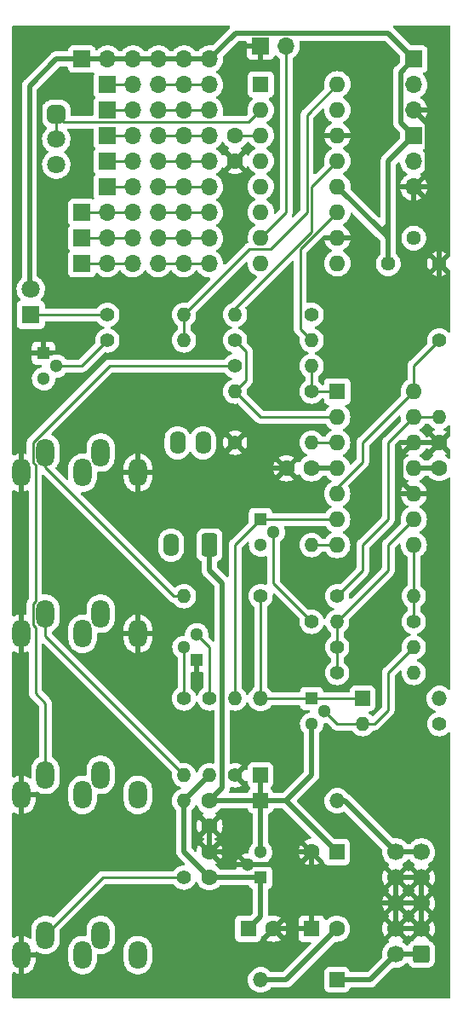
<source format=gtl>
G04 #@! TF.GenerationSoftware,KiCad,Pcbnew,(6.0.9)*
G04 #@! TF.CreationDate,2022-12-25T16:52:33+09:00*
G04 #@! TF.ProjectId,musicboxmod,6d757369-6362-46f7-986d-6f642e6b6963,rev?*
G04 #@! TF.SameCoordinates,PX791ddc0PY791ddc0*
G04 #@! TF.FileFunction,Copper,L1,Top*
G04 #@! TF.FilePolarity,Positive*
%FSLAX46Y46*%
G04 Gerber Fmt 4.6, Leading zero omitted, Abs format (unit mm)*
G04 Created by KiCad (PCBNEW (6.0.9)) date 2022-12-25 16:52:33*
%MOMM*%
%LPD*%
G01*
G04 APERTURE LIST*
G04 Aperture macros list*
%AMRoundRect*
0 Rectangle with rounded corners*
0 $1 Rounding radius*
0 $2 $3 $4 $5 $6 $7 $8 $9 X,Y pos of 4 corners*
0 Add a 4 corners polygon primitive as box body*
4,1,4,$2,$3,$4,$5,$6,$7,$8,$9,$2,$3,0*
0 Add four circle primitives for the rounded corners*
1,1,$1+$1,$2,$3*
1,1,$1+$1,$4,$5*
1,1,$1+$1,$6,$7*
1,1,$1+$1,$8,$9*
0 Add four rect primitives between the rounded corners*
20,1,$1+$1,$2,$3,$4,$5,0*
20,1,$1+$1,$4,$5,$6,$7,0*
20,1,$1+$1,$6,$7,$8,$9,0*
20,1,$1+$1,$8,$9,$2,$3,0*%
G04 Aperture macros list end*
G04 #@! TA.AperFunction,ComponentPad*
%ADD10C,1.800000*%
G04 #@! TD*
G04 #@! TA.AperFunction,ComponentPad*
%ADD11RoundRect,0.450000X0.450000X0.450000X-0.450000X0.450000X-0.450000X-0.450000X0.450000X-0.450000X0*%
G04 #@! TD*
G04 #@! TA.AperFunction,ComponentPad*
%ADD12R,1.700000X1.700000*%
G04 #@! TD*
G04 #@! TA.AperFunction,ComponentPad*
%ADD13O,1.700000X1.700000*%
G04 #@! TD*
G04 #@! TA.AperFunction,ComponentPad*
%ADD14C,1.600000*%
G04 #@! TD*
G04 #@! TA.AperFunction,ComponentPad*
%ADD15R,1.600000X1.600000*%
G04 #@! TD*
G04 #@! TA.AperFunction,ComponentPad*
%ADD16R,1.500000X1.500000*%
G04 #@! TD*
G04 #@! TA.AperFunction,ComponentPad*
%ADD17O,1.500000X1.500000*%
G04 #@! TD*
G04 #@! TA.AperFunction,ComponentPad*
%ADD18R,1.800000X1.800000*%
G04 #@! TD*
G04 #@! TA.AperFunction,ComponentPad*
%ADD19RoundRect,0.250000X0.600000X0.600000X-0.600000X0.600000X-0.600000X-0.600000X0.600000X-0.600000X0*%
G04 #@! TD*
G04 #@! TA.AperFunction,ComponentPad*
%ADD20C,1.700000*%
G04 #@! TD*
G04 #@! TA.AperFunction,ComponentPad*
%ADD21R,1.300000X1.300000*%
G04 #@! TD*
G04 #@! TA.AperFunction,ComponentPad*
%ADD22C,1.300000*%
G04 #@! TD*
G04 #@! TA.AperFunction,ComponentPad*
%ADD23C,1.400000*%
G04 #@! TD*
G04 #@! TA.AperFunction,ComponentPad*
%ADD24O,1.400000X1.400000*%
G04 #@! TD*
G04 #@! TA.AperFunction,ComponentPad*
%ADD25O,1.600000X1.600000*%
G04 #@! TD*
G04 #@! TA.AperFunction,ComponentPad*
%ADD26RoundRect,0.249630X0.535370X-0.895370X0.535370X0.895370X-0.535370X0.895370X-0.535370X-0.895370X0*%
G04 #@! TD*
G04 #@! TA.AperFunction,ComponentPad*
%ADD27O,1.570000X2.290000*%
G04 #@! TD*
G04 #@! TA.AperFunction,ComponentPad*
%ADD28C,1.440000*%
G04 #@! TD*
G04 #@! TA.AperFunction,ComponentPad*
%ADD29O,1.800000X2.800000*%
G04 #@! TD*
G04 #@! TA.AperFunction,ViaPad*
%ADD30C,0.800000*%
G04 #@! TD*
G04 #@! TA.AperFunction,Conductor*
%ADD31C,0.250000*%
G04 #@! TD*
G04 #@! TA.AperFunction,Conductor*
%ADD32C,0.500000*%
G04 #@! TD*
G04 APERTURE END LIST*
D10*
G04 #@! TO.P,RV2,3,3*
G04 #@! TO.N,Net-(RV2-Pad3)*
X5080000Y83500000D03*
G04 #@! TO.P,RV2,2,2*
G04 #@! TO.N,OSC2*
X5080000Y86000000D03*
D11*
G04 #@! TO.P,RV2,1,1*
X5080000Y88500000D03*
G04 #@! TD*
D12*
G04 #@! TO.P,J11,1,Pin_1*
G04 #@! TO.N,Net-(J11-Pad1)*
X10160000Y81280000D03*
D13*
G04 #@! TO.P,J11,2,Pin_2*
X12700000Y81280000D03*
G04 #@! TO.P,J11,3,Pin_3*
G04 #@! TO.N,Net-(J11-Pad4)*
X15240000Y81280000D03*
G04 #@! TO.P,J11,4,Pin_4*
X17780000Y81280000D03*
G04 #@! TO.P,J11,5,Pin_5*
X20320000Y81280000D03*
G04 #@! TD*
D12*
G04 #@! TO.P,J12,1,Pin_1*
G04 #@! TO.N,Net-(J12-Pad1)*
X10160000Y83820000D03*
D13*
G04 #@! TO.P,J12,2,Pin_2*
X12700000Y83820000D03*
G04 #@! TO.P,J12,3,Pin_3*
G04 #@! TO.N,Net-(J12-Pad5)*
X15240000Y83820000D03*
G04 #@! TO.P,J12,4,Pin_4*
X17780000Y83820000D03*
G04 #@! TO.P,J12,5,Pin_5*
X20320000Y83820000D03*
G04 #@! TD*
D12*
G04 #@! TO.P,J13,1,Pin_1*
G04 #@! TO.N,Net-(J13-Pad1)*
X10160000Y86360000D03*
D13*
G04 #@! TO.P,J13,2,Pin_2*
X12700000Y86360000D03*
G04 #@! TO.P,J13,3,Pin_3*
G04 #@! TO.N,Net-(J13-Pad3)*
X15240000Y86360000D03*
G04 #@! TO.P,J13,4,Pin_4*
X17780000Y86360000D03*
G04 #@! TO.P,J13,5,Pin_5*
X20320000Y86360000D03*
G04 #@! TD*
D12*
G04 #@! TO.P,J9,1,Pin_1*
G04 #@! TO.N,Net-(J9-Pad1)*
X10160000Y88900000D03*
D13*
G04 #@! TO.P,J9,2,Pin_2*
X12700000Y88900000D03*
G04 #@! TO.P,J9,3,Pin_3*
G04 #@! TO.N,Net-(J9-Pad4)*
X15240000Y88900000D03*
G04 #@! TO.P,J9,4,Pin_4*
X17780000Y88900000D03*
G04 #@! TO.P,J9,5,Pin_5*
X20320000Y88900000D03*
G04 #@! TD*
D12*
G04 #@! TO.P,J10,1,Pin_1*
G04 #@! TO.N,Net-(J10-Pad1)*
X10160000Y91440000D03*
D13*
G04 #@! TO.P,J10,2,Pin_2*
X12700000Y91440000D03*
G04 #@! TO.P,J10,3,Pin_3*
G04 #@! TO.N,Net-(J10-Pad3)*
X15240000Y91440000D03*
G04 #@! TO.P,J10,4,Pin_4*
X17780000Y91440000D03*
G04 #@! TO.P,J10,5,Pin_5*
X20320000Y91440000D03*
G04 #@! TD*
D14*
G04 #@! TO.P,C1,1*
G04 #@! TO.N,+12V*
X30480000Y53340000D03*
G04 #@! TO.P,C1,2*
G04 #@! TO.N,GND*
X27980000Y53340000D03*
G04 #@! TD*
D15*
G04 #@! TO.P,C3,1*
G04 #@! TO.N,GND*
X30480000Y7620000D03*
D14*
G04 #@! TO.P,C3,2*
G04 #@! TO.N,-12V*
X32980000Y7620000D03*
G04 #@! TD*
G04 #@! TO.P,C4,1*
G04 #@! TO.N,-12V*
X43180000Y53380000D03*
G04 #@! TO.P,C4,2*
G04 #@! TO.N,GND*
X43180000Y55880000D03*
G04 #@! TD*
G04 #@! TO.P,C5,1*
G04 #@! TO.N,GND*
X20320000Y17820000D03*
G04 #@! TO.P,C5,2*
G04 #@! TO.N,+12V*
X20320000Y20320000D03*
G04 #@! TD*
D15*
G04 #@! TO.P,C7,1*
G04 #@! TO.N,+5V*
X24170000Y7620000D03*
D14*
G04 #@! TO.P,C7,2*
G04 #@! TO.N,GND*
X26670000Y7620000D03*
G04 #@! TD*
G04 #@! TO.P,C8,1*
G04 #@! TO.N,Net-(C8-Pad1)*
X22860000Y86360000D03*
G04 #@! TO.P,C8,2*
G04 #@! TO.N,GND*
X22860000Y83860000D03*
G04 #@! TD*
D16*
G04 #@! TO.P,D1,1,K*
G04 #@! TO.N,+12V*
X25400000Y20320000D03*
D17*
G04 #@! TO.P,D1,2,A*
G04 #@! TO.N,+12V_IN*
X33020000Y20320000D03*
G04 #@! TD*
D16*
G04 #@! TO.P,D2,1,K*
G04 #@! TO.N,-12V_IN*
X33020000Y2540000D03*
D17*
G04 #@! TO.P,D2,2,A*
G04 #@! TO.N,-12V*
X25400000Y2540000D03*
G04 #@! TD*
D16*
G04 #@! TO.P,D3,1,K*
G04 #@! TO.N,+12V*
X25400000Y22860000D03*
D17*
G04 #@! TO.P,D3,2,A*
G04 #@! TO.N,Net-(D3-Pad2)*
X25400000Y30480000D03*
G04 #@! TD*
D18*
G04 #@! TO.P,D6,1,K*
G04 #@! TO.N,Net-(D6-Pad1)*
X2540000Y68580000D03*
D10*
G04 #@! TO.P,D6,2,A*
G04 #@! TO.N,+5V*
X2540000Y71120000D03*
G04 #@! TD*
D19*
G04 #@! TO.P,J1,1,Pin_1*
G04 #@! TO.N,-12V_IN*
X41392500Y5080000D03*
D20*
G04 #@! TO.P,J1,2,Pin_2*
X38852500Y5080000D03*
G04 #@! TO.P,J1,3,Pin_3*
G04 #@! TO.N,GND*
X41392500Y7620000D03*
G04 #@! TO.P,J1,4,Pin_4*
X38852500Y7620000D03*
G04 #@! TO.P,J1,5,Pin_5*
X41392500Y10160000D03*
G04 #@! TO.P,J1,6,Pin_6*
X38852500Y10160000D03*
G04 #@! TO.P,J1,7,Pin_7*
X41392500Y12700000D03*
G04 #@! TO.P,J1,8,Pin_8*
X38852500Y12700000D03*
G04 #@! TO.P,J1,9,Pin_9*
G04 #@! TO.N,+12V_IN*
X41392500Y15240000D03*
G04 #@! TO.P,J1,10,Pin_10*
X38852500Y15240000D03*
G04 #@! TD*
D21*
G04 #@! TO.P,Q2,1,S*
G04 #@! TO.N,GND*
X19050000Y34290000D03*
D22*
G04 #@! TO.P,Q2,2,G*
G04 #@! TO.N,Net-(Q2-Pad2)*
X17780000Y35560000D03*
G04 #@! TO.P,Q2,3,D*
G04 #@! TO.N,TRIG*
X19050000Y36830000D03*
G04 #@! TD*
D23*
G04 #@! TO.P,R1,1*
G04 #@! TO.N,GATE_OUT*
X17780000Y12700000D03*
D24*
G04 #@! TO.P,R1,2*
G04 #@! TO.N,+5V*
X17780000Y20320000D03*
G04 #@! TD*
D23*
G04 #@! TO.P,R2,1*
G04 #@! TO.N,Net-(Q1-Pad2)*
X10160000Y66040000D03*
D24*
G04 #@! TO.P,R2,2*
G04 #@! TO.N,LED*
X17780000Y66040000D03*
G04 #@! TD*
D23*
G04 #@! TO.P,R3,1*
G04 #@! TO.N,Net-(R3-Pad1)*
X30480000Y68580000D03*
D24*
G04 #@! TO.P,R3,2*
G04 #@! TO.N,OUT1*
X22860000Y68580000D03*
G04 #@! TD*
D23*
G04 #@! TO.P,R4,1*
G04 #@! TO.N,GND*
X22860000Y55880000D03*
D24*
G04 #@! TO.P,R4,2*
G04 #@! TO.N,Net-(R3-Pad1)*
X30480000Y55880000D03*
G04 #@! TD*
D23*
G04 #@! TO.P,R5,1*
G04 #@! TO.N,Net-(D3-Pad2)*
X25400000Y40640000D03*
D24*
G04 #@! TO.P,R5,2*
G04 #@! TO.N,CV_IN*
X17780000Y40640000D03*
G04 #@! TD*
D23*
G04 #@! TO.P,R10,1*
G04 #@! TO.N,Net-(R10-Pad1)*
X40640000Y38100000D03*
D24*
G04 #@! TO.P,R10,2*
G04 #@! TO.N,Net-(R10-Pad2)*
X33020000Y38100000D03*
G04 #@! TD*
D23*
G04 #@! TO.P,R11,1*
G04 #@! TO.N,Net-(R11-Pad1)*
X43180000Y66040000D03*
D24*
G04 #@! TO.P,R11,2*
G04 #@! TO.N,Net-(R11-Pad2)*
X43180000Y58420000D03*
G04 #@! TD*
D23*
G04 #@! TO.P,R13,1*
G04 #@! TO.N,Net-(R13-Pad1)*
X30480000Y60960000D03*
D24*
G04 #@! TO.P,R13,2*
G04 #@! TO.N,Net-(R12-Pad1)*
X22860000Y60960000D03*
G04 #@! TD*
D23*
G04 #@! TO.P,R14,1*
G04 #@! TO.N,TRIG*
X20320000Y30480000D03*
D24*
G04 #@! TO.P,R14,2*
G04 #@! TO.N,+5V*
X20320000Y22860000D03*
G04 #@! TD*
D23*
G04 #@! TO.P,R20,1*
G04 #@! TO.N,Net-(D6-Pad1)*
X10160000Y68580000D03*
D24*
G04 #@! TO.P,R20,2*
G04 #@! TO.N,LED*
X17780000Y68580000D03*
G04 #@! TD*
D12*
G04 #@! TO.P,SW1,1,1*
G04 #@! TO.N,GND*
X25400000Y95250000D03*
D13*
G04 #@! TO.P,SW1,2,2*
G04 #@! TO.N,TRIG*
X27940000Y95250000D03*
G04 #@! TD*
D15*
G04 #@! TO.P,U3,1,TEST*
G04 #@! TO.N,unconnected-(U3-Pad1)*
X25420000Y91460000D03*
D25*
G04 #@! TO.P,U3,2,OSC2*
G04 #@! TO.N,OSC2*
X25420000Y88920000D03*
G04 #@! TO.P,U3,3,VGN*
G04 #@! TO.N,Net-(C8-Pad1)*
X25420000Y86380000D03*
G04 #@! TO.P,U3,4,OSC1*
G04 #@! TO.N,OSC1*
X25420000Y83840000D03*
G04 #@! TO.P,U3,5,MODE*
G04 #@! TO.N,MODE*
X25420000Y81300000D03*
G04 #@! TO.P,U3,6,SL*
G04 #@! TO.N,SL*
X25420000Y78760000D03*
G04 #@! TO.P,U3,7,TRIG*
G04 #@! TO.N,TRIG*
X25420000Y76220000D03*
G04 #@! TO.P,U3,8,NC*
G04 #@! TO.N,unconnected-(U3-Pad8)*
X25420000Y73680000D03*
G04 #@! TO.P,U3,9,NC*
G04 #@! TO.N,unconnected-(U3-Pad9)*
X33040000Y73680000D03*
G04 #@! TO.P,U3,10,VSS2*
G04 #@! TO.N,GND*
X33040000Y76220000D03*
G04 #@! TO.P,U3,11,OUT2*
G04 #@! TO.N,OUT2*
X33040000Y78760000D03*
G04 #@! TO.P,U3,12,VDD*
G04 #@! TO.N,+5V*
X33040000Y81300000D03*
G04 #@! TO.P,U3,13,OUT1*
G04 #@! TO.N,OUT1*
X33040000Y83840000D03*
G04 #@! TO.P,U3,14,VSS1*
G04 #@! TO.N,GND*
X33040000Y86380000D03*
G04 #@! TO.P,U3,15,MOT*
G04 #@! TO.N,unconnected-(U3-Pad15)*
X33040000Y88920000D03*
G04 #@! TO.P,U3,16,LED*
G04 #@! TO.N,LED*
X33040000Y91460000D03*
G04 #@! TD*
D26*
G04 #@! TO.P,U4,1,A*
G04 #@! TO.N,+12V*
X20320000Y45720000D03*
D27*
G04 #@! TO.P,U4,2,K*
G04 #@! TO.N,Net-(Q4-Pad3)*
X16510000Y45720000D03*
G04 #@! TO.P,U4,3,R*
G04 #@! TO.N,Net-(RV2-Pad3)*
X17150000Y55880000D03*
G04 #@! TO.P,U4,4,R*
G04 #@! TO.N,OSC1*
X19680000Y55880000D03*
G04 #@! TD*
D15*
G04 #@! TO.P,C2,1*
G04 #@! TO.N,+12V*
X32980000Y15240000D03*
D14*
G04 #@! TO.P,C2,2*
G04 #@! TO.N,GND*
X30480000Y15240000D03*
G04 #@! TD*
G04 #@! TO.P,C6,1*
G04 #@! TO.N,GND*
X20320000Y15240000D03*
G04 #@! TO.P,C6,2*
G04 #@! TO.N,+5V*
X20320000Y12740000D03*
G04 #@! TD*
D21*
G04 #@! TO.P,U2,1,VO*
G04 #@! TO.N,+5V*
X25400000Y12700000D03*
D22*
G04 #@! TO.P,U2,2,GND*
G04 #@! TO.N,GND*
X24130000Y13970000D03*
G04 #@! TO.P,U2,3,VI*
G04 #@! TO.N,+12V*
X25400000Y15240000D03*
G04 #@! TD*
D28*
G04 #@! TO.P,RV1,1,1*
G04 #@! TO.N,GND*
X43180000Y73660000D03*
G04 #@! TO.P,RV1,2,2*
G04 #@! TO.N,Net-(R9-Pad2)*
X40640000Y76200000D03*
G04 #@! TO.P,RV1,3,3*
G04 #@! TO.N,+5V*
X38100000Y73660000D03*
G04 #@! TD*
D21*
G04 #@! TO.P,Q1,1,S*
G04 #@! TO.N,GND*
X3810000Y64770000D03*
D22*
G04 #@! TO.P,Q1,2,G*
G04 #@! TO.N,Net-(Q1-Pad2)*
X5080000Y63500000D03*
G04 #@! TO.P,Q1,3,D*
G04 #@! TO.N,GATE_OUT*
X3810000Y62230000D03*
G04 #@! TD*
D23*
G04 #@! TO.P,R17,1*
G04 #@! TO.N,Net-(Q2-Pad2)*
X17780000Y30480000D03*
D24*
G04 #@! TO.P,R17,2*
G04 #@! TO.N,GATE_IN*
X17780000Y22860000D03*
G04 #@! TD*
D23*
G04 #@! TO.P,R12,1*
G04 #@! TO.N,Net-(R12-Pad1)*
X22860000Y66040000D03*
D24*
G04 #@! TO.P,R12,2*
G04 #@! TO.N,OUT2*
X30480000Y66040000D03*
G04 #@! TD*
D23*
G04 #@! TO.P,R7,1*
G04 #@! TO.N,SIGNAL_OUT*
X22860000Y63500000D03*
D24*
G04 #@! TO.P,R7,2*
G04 #@! TO.N,Net-(R13-Pad1)*
X30480000Y63500000D03*
G04 #@! TD*
D12*
G04 #@! TO.P,J2,1,Pin_1*
G04 #@! TO.N,+5V*
X40640000Y93980000D03*
D13*
G04 #@! TO.P,J2,2,Pin_2*
G04 #@! TO.N,MODE*
X40640000Y91440000D03*
G04 #@! TO.P,J2,3,Pin_3*
G04 #@! TO.N,GND*
X40640000Y88900000D03*
G04 #@! TD*
D12*
G04 #@! TO.P,J7,1,Pin_1*
G04 #@! TO.N,+5V*
X40640000Y86360000D03*
D13*
G04 #@! TO.P,J7,2,Pin_2*
G04 #@! TO.N,SL*
X40640000Y83820000D03*
G04 #@! TO.P,J7,3,Pin_3*
G04 #@! TO.N,GND*
X40640000Y81280000D03*
G04 #@! TD*
D23*
G04 #@! TO.P,R8,1*
G04 #@! TO.N,Net-(R10-Pad2)*
X33020000Y35560000D03*
D24*
G04 #@! TO.P,R8,2*
G04 #@! TO.N,CV*
X40640000Y35560000D03*
G04 #@! TD*
D23*
G04 #@! TO.P,R16,1*
G04 #@! TO.N,Net-(Q4-Pad2)*
X30480000Y38100000D03*
D24*
G04 #@! TO.P,R16,2*
G04 #@! TO.N,Net-(R16-Pad2)*
X30480000Y45720000D03*
G04 #@! TD*
D23*
G04 #@! TO.P,R18,1*
G04 #@! TO.N,GND*
X22860000Y22860000D03*
D24*
G04 #@! TO.P,R18,2*
G04 #@! TO.N,Net-(Q4-Pad1)*
X22860000Y30480000D03*
G04 #@! TD*
D23*
G04 #@! TO.P,R15,1*
G04 #@! TO.N,Net-(R11-Pad2)*
X33020000Y40640000D03*
D24*
G04 #@! TO.P,R15,2*
G04 #@! TO.N,Net-(R10-Pad1)*
X40640000Y40640000D03*
G04 #@! TD*
D21*
G04 #@! TO.P,Q3,1,G*
G04 #@! TO.N,Net-(D3-Pad2)*
X30480000Y30480000D03*
D22*
G04 #@! TO.P,Q3,2,S*
G04 #@! TO.N,CV*
X31750000Y29210000D03*
G04 #@! TO.P,Q3,3,D*
G04 #@! TO.N,+12V*
X30480000Y27940000D03*
G04 #@! TD*
D16*
G04 #@! TO.P,D4,1,K*
G04 #@! TO.N,Net-(D3-Pad2)*
X35560000Y30480000D03*
D17*
G04 #@! TO.P,D4,2,A*
G04 #@! TO.N,-12V*
X43180000Y30480000D03*
G04 #@! TD*
D23*
G04 #@! TO.P,R6,1*
G04 #@! TO.N,-12V*
X43180000Y27940000D03*
D24*
G04 #@! TO.P,R6,2*
G04 #@! TO.N,CV*
X35560000Y27940000D03*
G04 #@! TD*
D21*
G04 #@! TO.P,Q4,1,E*
G04 #@! TO.N,Net-(Q4-Pad1)*
X25400000Y48260000D03*
D22*
G04 #@! TO.P,Q4,2,B*
G04 #@! TO.N,Net-(Q4-Pad2)*
X26670000Y46990000D03*
G04 #@! TO.P,Q4,3,C*
G04 #@! TO.N,Net-(Q4-Pad3)*
X25400000Y45720000D03*
G04 #@! TD*
D23*
G04 #@! TO.P,R9,1*
G04 #@! TO.N,Net-(R10-Pad2)*
X33020000Y33020000D03*
D24*
G04 #@! TO.P,R9,2*
G04 #@! TO.N,Net-(R9-Pad2)*
X40640000Y33020000D03*
G04 #@! TD*
D15*
G04 #@! TO.P,U1,1*
G04 #@! TO.N,Net-(R13-Pad1)*
X33020000Y60960000D03*
D25*
G04 #@! TO.P,U1,2,-*
G04 #@! TO.N,Net-(R12-Pad1)*
X33020000Y58420000D03*
G04 #@! TO.P,U1,3,+*
G04 #@! TO.N,Net-(R3-Pad1)*
X33020000Y55880000D03*
G04 #@! TO.P,U1,4,V+*
G04 #@! TO.N,+12V*
X33020000Y53340000D03*
G04 #@! TO.P,U1,5,+*
G04 #@! TO.N,Net-(R11-Pad1)*
X33020000Y50800000D03*
G04 #@! TO.P,U1,6,-*
G04 #@! TO.N,Net-(Q4-Pad1)*
X33020000Y48260000D03*
G04 #@! TO.P,U1,7*
G04 #@! TO.N,Net-(R16-Pad2)*
X33020000Y45720000D03*
G04 #@! TO.P,U1,8*
G04 #@! TO.N,Net-(R10-Pad1)*
X40640000Y45720000D03*
G04 #@! TO.P,U1,9,-*
G04 #@! TO.N,Net-(R10-Pad2)*
X40640000Y48260000D03*
G04 #@! TO.P,U1,10,+*
G04 #@! TO.N,GND*
X40640000Y50800000D03*
G04 #@! TO.P,U1,11,V-*
G04 #@! TO.N,-12V*
X40640000Y53340000D03*
G04 #@! TO.P,U1,12,+*
G04 #@! TO.N,GND*
X40640000Y55880000D03*
G04 #@! TO.P,U1,13,-*
G04 #@! TO.N,Net-(R11-Pad2)*
X40640000Y58420000D03*
G04 #@! TO.P,U1,14*
G04 #@! TO.N,Net-(R11-Pad1)*
X40640000Y60960000D03*
G04 #@! TD*
D12*
G04 #@! TO.P,J15,1,Pin_1*
G04 #@! TO.N,Net-(J15-Pad1)*
X7620000Y78740000D03*
D13*
G04 #@! TO.P,J15,2,Pin_2*
X10160000Y78740000D03*
G04 #@! TO.P,J15,3,Pin_3*
X12700000Y78740000D03*
G04 #@! TO.P,J15,4,Pin_4*
G04 #@! TO.N,Net-(J15-Pad4)*
X15240000Y78740000D03*
G04 #@! TO.P,J15,5,Pin_5*
X17780000Y78740000D03*
G04 #@! TO.P,J15,6,Pin_6*
X20320000Y78740000D03*
G04 #@! TD*
D12*
G04 #@! TO.P,J16,1,Pin_1*
G04 #@! TO.N,+5V*
X7620000Y93980000D03*
D13*
G04 #@! TO.P,J16,2,Pin_2*
X10160000Y93980000D03*
G04 #@! TO.P,J16,3,Pin_3*
X12700000Y93980000D03*
G04 #@! TO.P,J16,4,Pin_4*
X15240000Y93980000D03*
G04 #@! TO.P,J16,5,Pin_5*
X17780000Y93980000D03*
G04 #@! TO.P,J16,6,Pin_6*
X20320000Y93980000D03*
G04 #@! TD*
D12*
G04 #@! TO.P,J8,1,Pin_1*
G04 #@! TO.N,Net-(J8-Pad1)*
X7620000Y73660000D03*
D13*
G04 #@! TO.P,J8,2,Pin_2*
X10160000Y73660000D03*
G04 #@! TO.P,J8,3,Pin_3*
X12700000Y73660000D03*
G04 #@! TO.P,J8,4,Pin_4*
G04 #@! TO.N,Net-(J8-Pad4)*
X15240000Y73660000D03*
G04 #@! TO.P,J8,5,Pin_5*
X17780000Y73660000D03*
G04 #@! TO.P,J8,6,Pin_6*
X20320000Y73660000D03*
G04 #@! TD*
D29*
G04 #@! TO.P,J4,R*
G04 #@! TO.N,unconnected-(J4-PadR)*
X9500000Y38900000D03*
G04 #@! TO.P,J4,RN*
G04 #@! TO.N,unconnected-(J4-PadRN)*
X7700000Y36900000D03*
G04 #@! TO.P,J4,S*
G04 #@! TO.N,GND*
X1600000Y36900000D03*
G04 #@! TO.P,J4,T*
G04 #@! TO.N,GATE_IN*
X4000000Y38900000D03*
G04 #@! TO.P,J4,TN*
G04 #@! TO.N,GND*
X13200000Y36900000D03*
G04 #@! TD*
D12*
G04 #@! TO.P,J14,1,Pin_1*
G04 #@! TO.N,Net-(J14-Pad1)*
X7620000Y76200000D03*
D13*
G04 #@! TO.P,J14,2,Pin_2*
X10160000Y76200000D03*
G04 #@! TO.P,J14,3,Pin_3*
X12700000Y76200000D03*
G04 #@! TO.P,J14,4,Pin_4*
G04 #@! TO.N,Net-(J14-Pad4)*
X15240000Y76200000D03*
G04 #@! TO.P,J14,5,Pin_5*
X17780000Y76200000D03*
G04 #@! TO.P,J14,6,Pin_6*
X20320000Y76200000D03*
G04 #@! TD*
D29*
G04 #@! TO.P,J5,R*
G04 #@! TO.N,unconnected-(J5-PadR)*
X9500000Y22900000D03*
G04 #@! TO.P,J5,RN*
G04 #@! TO.N,unconnected-(J5-PadRN)*
X7700000Y20900000D03*
G04 #@! TO.P,J5,S*
G04 #@! TO.N,GND*
X1600000Y20900000D03*
G04 #@! TO.P,J5,T*
G04 #@! TO.N,SIGNAL_OUT*
X4000000Y22900000D03*
G04 #@! TO.P,J5,TN*
G04 #@! TO.N,unconnected-(J5-PadTN)*
X13200000Y20900000D03*
G04 #@! TD*
G04 #@! TO.P,J6,R*
G04 #@! TO.N,unconnected-(J6-PadR)*
X9500000Y7000000D03*
G04 #@! TO.P,J6,RN*
G04 #@! TO.N,unconnected-(J6-PadRN)*
X7700000Y5000000D03*
G04 #@! TO.P,J6,S*
G04 #@! TO.N,GND*
X1600000Y5000000D03*
G04 #@! TO.P,J6,T*
G04 #@! TO.N,GATE_OUT*
X4000000Y7000000D03*
G04 #@! TO.P,J6,TN*
G04 #@! TO.N,unconnected-(J6-PadTN)*
X13200000Y5000000D03*
G04 #@! TD*
G04 #@! TO.P,J3,R*
G04 #@! TO.N,unconnected-(J3-PadR)*
X9500000Y54900000D03*
G04 #@! TO.P,J3,RN*
G04 #@! TO.N,unconnected-(J3-PadRN)*
X7700000Y52900000D03*
G04 #@! TO.P,J3,S*
G04 #@! TO.N,GND*
X1600000Y52900000D03*
G04 #@! TO.P,J3,T*
G04 #@! TO.N,CV_IN*
X4000000Y54900000D03*
G04 #@! TO.P,J3,TN*
G04 #@! TO.N,GND*
X13200000Y52900000D03*
G04 #@! TD*
D30*
G04 #@! TO.N,GND*
X24130000Y35560000D03*
X33020000Y69850000D03*
X16510000Y60960000D03*
X10160000Y60960000D03*
X39370000Y24130000D03*
X26670000Y69850000D03*
X25400000Y26670000D03*
X7620000Y15240000D03*
X36809511Y54589511D03*
X13970000Y67310000D03*
X11430000Y10160000D03*
X7620000Y44450000D03*
X26670000Y64770000D03*
X30480000Y34290000D03*
X39370000Y66040000D03*
X36830000Y38100000D03*
X34290000Y24130000D03*
G04 #@! TD*
D31*
G04 #@! TO.N,Net-(J10-Pad1)*
X12700000Y91440000D02*
X10160000Y91440000D01*
G04 #@! TO.N,Net-(J11-Pad1)*
X12700000Y81280000D02*
X10160000Y81280000D01*
D32*
G04 #@! TO.N,+5V*
X38100000Y77470000D02*
X37485000Y76855000D01*
X37485000Y76855000D02*
X38100000Y76240000D01*
X38100000Y77470000D02*
X38100000Y73660000D01*
X38100000Y83820000D02*
X38100000Y77470000D01*
X33040000Y81300000D02*
X37485000Y76855000D01*
D31*
G04 #@! TO.N,OSC2*
X5080000Y88500000D02*
X5080000Y86000000D01*
X24225000Y87725000D02*
X25420000Y88920000D01*
X5855000Y87725000D02*
X24225000Y87725000D01*
X5080000Y88500000D02*
X5855000Y87725000D01*
G04 #@! TO.N,Net-(J12-Pad1)*
X12700000Y83820000D02*
X10160000Y83820000D01*
G04 #@! TO.N,Net-(J13-Pad1)*
X10160000Y86360000D02*
X12700000Y86360000D01*
G04 #@! TO.N,Net-(J9-Pad1)*
X10160000Y88900000D02*
X12700000Y88900000D01*
D32*
G04 #@! TO.N,GND*
X30480000Y10160000D02*
X30480000Y7620000D01*
X39390489Y52049511D02*
X39390489Y54630489D01*
X39370000Y66040000D02*
X43180000Y69850000D01*
X27980000Y53340000D02*
X25400000Y53340000D01*
X21590000Y15240000D02*
X20320000Y15240000D01*
X22860000Y55880000D02*
X19880000Y52900000D01*
X41392500Y12700000D02*
X38852500Y12700000D01*
X19880000Y52900000D02*
X12800000Y52900000D01*
X26670000Y7620000D02*
X30480000Y7620000D01*
X38852500Y10160000D02*
X30480000Y10160000D01*
X43180000Y55880000D02*
X40640000Y55880000D01*
X38852500Y7620000D02*
X38852500Y12700000D01*
X30480000Y15240000D02*
X30480000Y10160000D01*
X39390489Y54630489D02*
X40640000Y55880000D01*
X25400000Y53340000D02*
X22860000Y55880000D01*
X22860000Y13970000D02*
X21590000Y15240000D01*
X26670000Y13970000D02*
X27940000Y15240000D01*
X40640000Y88900000D02*
X41940000Y87600000D01*
X41392500Y12700000D02*
X41392500Y7620000D01*
X40640000Y50800000D02*
X39390489Y52049511D01*
X43180000Y69850000D02*
X43180000Y73660000D01*
X43180000Y78740000D02*
X40640000Y81280000D01*
X43180000Y73660000D02*
X43180000Y78740000D01*
X38852500Y10160000D02*
X41392500Y10160000D01*
X41392500Y7620000D02*
X38852500Y7620000D01*
X27940000Y15240000D02*
X30480000Y15240000D01*
X24130000Y13970000D02*
X22860000Y13970000D01*
X20320000Y17820000D02*
X20320000Y15240000D01*
X41940000Y82580000D02*
X40640000Y81280000D01*
X24130000Y13970000D02*
X26670000Y13970000D01*
X41940000Y87600000D02*
X41940000Y82580000D01*
G04 #@! TO.N,+12V*
X25400000Y22860000D02*
X25400000Y20320000D01*
X25400000Y20320000D02*
X27900000Y20320000D01*
X20320000Y43180000D02*
X21590000Y41910000D01*
X25400000Y20320000D02*
X20320000Y20320000D01*
X33020000Y53340000D02*
X30480000Y53340000D01*
X25400000Y20320000D02*
X25400000Y15240000D01*
X30480000Y22900000D02*
X27900000Y20320000D01*
X20320000Y45720000D02*
X20320000Y43180000D01*
X21590000Y21590000D02*
X20320000Y20320000D01*
X30480000Y27940000D02*
X30480000Y22900000D01*
X27900000Y20320000D02*
X32980000Y15240000D01*
X21590000Y41910000D02*
X21590000Y21590000D01*
G04 #@! TO.N,-12V*
X25400000Y2540000D02*
X27940000Y2540000D01*
X33020000Y7620000D02*
X32980000Y7620000D01*
X40640000Y53340000D02*
X43180000Y53340000D01*
X27940000Y2540000D02*
X33020000Y7620000D01*
G04 #@! TO.N,+5V*
X38100000Y76240000D02*
X38100000Y73660000D01*
X40640000Y93980000D02*
X38070000Y96550000D01*
X20320000Y12740000D02*
X25360000Y12740000D01*
X40640000Y86360000D02*
X38100000Y83820000D01*
X25400000Y8850000D02*
X24170000Y7620000D01*
X38070000Y96550000D02*
X22890000Y96550000D01*
X17780000Y15280000D02*
X20320000Y12740000D01*
X39340489Y87659511D02*
X40640000Y86360000D01*
X2540000Y71120000D02*
X2400489Y71259511D01*
X40640000Y93980000D02*
X39340489Y92680489D01*
X25400000Y12700000D02*
X25400000Y8850000D01*
X20320000Y22860000D02*
X17780000Y20320000D01*
X39340489Y92680489D02*
X39340489Y87659511D01*
X5080000Y93980000D02*
X20320000Y93980000D01*
X2400489Y71259511D02*
X2400489Y91300489D01*
X2400489Y91300489D02*
X5080000Y93980000D01*
X17780000Y20320000D02*
X17780000Y15280000D01*
X22890000Y96550000D02*
X20320000Y93980000D01*
X25360000Y12740000D02*
X25400000Y12700000D01*
D31*
G04 #@! TO.N,Net-(C8-Pad1)*
X25420000Y86380000D02*
X22880000Y86380000D01*
X22880000Y86380000D02*
X22860000Y86360000D01*
D32*
G04 #@! TO.N,+12V_IN*
X38852500Y15240000D02*
X33772500Y20320000D01*
X38852500Y15240000D02*
X41392500Y15240000D01*
X33772500Y20320000D02*
X33020000Y20320000D01*
G04 #@! TO.N,-12V_IN*
X36312500Y2540000D02*
X33020000Y2540000D01*
X38852500Y5080000D02*
X36312500Y2540000D01*
X41392500Y5080000D02*
X38852500Y5080000D01*
D31*
G04 #@! TO.N,Net-(D3-Pad2)*
X35560000Y30480000D02*
X30480000Y30480000D01*
X30480000Y30480000D02*
X25400000Y30480000D01*
X25400000Y30480000D02*
X25400000Y40640000D01*
G04 #@! TO.N,Net-(D6-Pad1)*
X10160000Y68580000D02*
X2540000Y68580000D01*
G04 #@! TO.N,CV_IN*
X17780000Y40640000D02*
X16790051Y40640000D01*
X4000000Y53430051D02*
X4000000Y54900000D01*
X16790051Y40640000D02*
X4000000Y53430051D01*
G04 #@! TO.N,SIGNAL_OUT*
X3000000Y37550000D02*
X3000000Y31000000D01*
X4000000Y30000000D02*
X4000000Y22900000D01*
X2775000Y55907412D02*
X2775000Y53892588D01*
X2775000Y37775000D02*
X3000000Y37550000D01*
X3000000Y40132412D02*
X2775000Y39907412D01*
X3000000Y53667588D02*
X3000000Y40132412D01*
X10367588Y63500000D02*
X2775000Y55907412D01*
X2775000Y53892588D02*
X3000000Y53667588D01*
X2775000Y39907412D02*
X2775000Y37775000D01*
X3000000Y31000000D02*
X4000000Y30000000D01*
X22860000Y63500000D02*
X10367588Y63500000D01*
G04 #@! TO.N,GATE_IN*
X4000000Y36640000D02*
X4000000Y38900000D01*
X17780000Y22860000D02*
X4000000Y36640000D01*
G04 #@! TO.N,GATE_OUT*
X4000000Y7000000D02*
X9700000Y12700000D01*
X9700000Y12700000D02*
X17780000Y12700000D01*
G04 #@! TO.N,Net-(Q1-Pad2)*
X7620000Y63500000D02*
X10160000Y66040000D01*
X5080000Y63500000D02*
X7620000Y63500000D01*
G04 #@! TO.N,TRIG*
X20320000Y30480000D02*
X20320000Y35560000D01*
X27940000Y78740000D02*
X27940000Y95975000D01*
X20320000Y35560000D02*
X19050000Y36830000D01*
X25420000Y76220000D02*
X27940000Y78740000D01*
G04 #@! TO.N,Net-(Q2-Pad2)*
X17780000Y35560000D02*
X17780000Y30480000D01*
G04 #@! TO.N,LED*
X26385969Y75095489D02*
X30030480Y78740000D01*
X17780000Y66040000D02*
X17780000Y68580000D01*
X30030480Y88450480D02*
X33040000Y91460000D01*
X30030480Y78740000D02*
X30030480Y88450480D01*
X17780000Y68580000D02*
X24295489Y75095489D01*
X24295489Y75095489D02*
X26385969Y75095489D01*
G04 #@! TO.N,OUT1*
X22860000Y68580000D02*
X22860000Y69215718D01*
X30480000Y81280000D02*
X33040000Y83840000D01*
X30480000Y76835718D02*
X30480000Y81280000D01*
X22860000Y69215718D02*
X30480000Y76835718D01*
G04 #@! TO.N,Net-(R3-Pad1)*
X33020000Y55880000D02*
X30480000Y55880000D01*
G04 #@! TO.N,CV*
X35560000Y27940000D02*
X33020000Y27940000D01*
X36691370Y27940000D02*
X38100000Y29348630D01*
X35560000Y27940000D02*
X36691370Y27940000D01*
X38100000Y29348630D02*
X38100000Y33020000D01*
X38100000Y33020000D02*
X40640000Y35560000D01*
X33020000Y27940000D02*
X31750000Y29210000D01*
G04 #@! TO.N,Net-(R13-Pad1)*
X33020000Y60960000D02*
X30480000Y60960000D01*
X30480000Y63500000D02*
X30480000Y60960000D01*
G04 #@! TO.N,Net-(R10-Pad2)*
X38100000Y45720000D02*
X40640000Y48260000D01*
X38100000Y43180000D02*
X38100000Y45720000D01*
X33020000Y38100000D02*
X38100000Y43180000D01*
X33020000Y33020000D02*
X33020000Y38100000D01*
G04 #@! TO.N,Net-(R10-Pad1)*
X40640000Y38100000D02*
X40640000Y45720000D01*
G04 #@! TO.N,Net-(R11-Pad2)*
X38100000Y55880000D02*
X38100000Y48260000D01*
X38100000Y48260000D02*
X35560000Y45720000D01*
X40640000Y58420000D02*
X43180000Y58420000D01*
X35560000Y45720000D02*
X35560000Y43180000D01*
X40640000Y58420000D02*
X38100000Y55880000D01*
X35560000Y43180000D02*
X33020000Y40640000D01*
G04 #@! TO.N,Net-(R11-Pad1)*
X35560000Y53975718D02*
X35560000Y55880000D01*
X33020000Y51435718D02*
X35560000Y53975718D01*
X33020000Y50800000D02*
X33020000Y51435718D01*
X40640000Y60960000D02*
X40640000Y63500000D01*
X35560000Y55880000D02*
X40640000Y60960000D01*
X40640000Y63500000D02*
X43180000Y66040000D01*
G04 #@! TO.N,OUT2*
X29355489Y67164511D02*
X30480000Y66040000D01*
X29355489Y75075489D02*
X29355489Y67164511D01*
X33040000Y78760000D02*
X29355489Y75075489D01*
G04 #@! TO.N,Net-(R12-Pad1)*
X22860000Y60960000D02*
X23984511Y62084511D01*
X25400000Y58420000D02*
X22860000Y60960000D01*
X33020000Y58420000D02*
X25400000Y58420000D01*
X23984511Y62084511D02*
X23984511Y64915489D01*
X23984511Y64915489D02*
X22860000Y66040000D01*
G04 #@! TO.N,Net-(Q4-Pad1)*
X33020000Y48260000D02*
X25400000Y48260000D01*
X25400000Y48260000D02*
X22860000Y45720000D01*
X22860000Y45720000D02*
X22860000Y30480000D01*
G04 #@! TO.N,Net-(Q4-Pad2)*
X26670000Y46990000D02*
X26670000Y41910000D01*
X26670000Y41910000D02*
X30480000Y38100000D01*
G04 #@! TO.N,Net-(R16-Pad2)*
X33020000Y45720000D02*
X30480000Y45720000D01*
G04 #@! TO.N,Net-(J8-Pad4)*
X15240000Y73660000D02*
X20320000Y73660000D01*
G04 #@! TO.N,Net-(J8-Pad1)*
X12700000Y73660000D02*
X7620000Y73660000D01*
G04 #@! TO.N,Net-(J14-Pad1)*
X7620000Y76200000D02*
X12700000Y76200000D01*
G04 #@! TO.N,Net-(J15-Pad1)*
X12700000Y78740000D02*
X7620000Y78740000D01*
G04 #@! TO.N,Net-(J14-Pad4)*
X20320000Y76200000D02*
X15240000Y76200000D01*
G04 #@! TO.N,Net-(J15-Pad4)*
X15240000Y78740000D02*
X20320000Y78740000D01*
G04 #@! TO.N,Net-(J11-Pad4)*
X20320000Y81280000D02*
X15240000Y81280000D01*
G04 #@! TO.N,Net-(J12-Pad5)*
X15240000Y83820000D02*
X20320000Y83820000D01*
G04 #@! TO.N,Net-(J13-Pad3)*
X20320000Y86360000D02*
X15240000Y86360000D01*
G04 #@! TO.N,Net-(J9-Pad4)*
X15240000Y88900000D02*
X20320000Y88900000D01*
G04 #@! TO.N,Net-(J10-Pad3)*
X20320000Y91440000D02*
X15240000Y91440000D01*
G04 #@! TD*
G04 #@! TA.AperFunction,Conductor*
G04 #@! TO.N,GND*
G36*
X22330369Y97279498D02*
G01*
X22376862Y97225842D01*
X22386966Y97155568D01*
X22353721Y97086847D01*
X22346872Y97079617D01*
X22344494Y97077175D01*
X20627296Y95359977D01*
X20564984Y95325951D01*
X20516105Y95325025D01*
X20448284Y95337106D01*
X20374452Y95338008D01*
X20230081Y95339772D01*
X20230079Y95339772D01*
X20224911Y95339835D01*
X20004091Y95306045D01*
X19791756Y95236643D01*
X19761443Y95220863D01*
X19689497Y95183410D01*
X19593607Y95133493D01*
X19589474Y95130390D01*
X19589471Y95130388D01*
X19419100Y95002470D01*
X19414965Y94999365D01*
X19409001Y94993124D01*
X19303729Y94882963D01*
X19260629Y94837862D01*
X19230363Y94793493D01*
X19175455Y94748493D01*
X19126277Y94738500D01*
X18975939Y94738500D01*
X18907818Y94758502D01*
X18870147Y94796059D01*
X18862818Y94807388D01*
X18860014Y94811723D01*
X18709670Y94976949D01*
X18705619Y94980148D01*
X18705615Y94980152D01*
X18538414Y95112200D01*
X18538410Y95112202D01*
X18534359Y95115402D01*
X18338789Y95223362D01*
X18333920Y95225086D01*
X18333916Y95225088D01*
X18133087Y95296205D01*
X18133083Y95296206D01*
X18128212Y95297931D01*
X18123119Y95298838D01*
X18123116Y95298839D01*
X17913373Y95336200D01*
X17913367Y95336201D01*
X17908284Y95337106D01*
X17834452Y95338008D01*
X17690081Y95339772D01*
X17690079Y95339772D01*
X17684911Y95339835D01*
X17464091Y95306045D01*
X17251756Y95236643D01*
X17221443Y95220863D01*
X17149497Y95183410D01*
X17053607Y95133493D01*
X17049474Y95130390D01*
X17049471Y95130388D01*
X16879100Y95002470D01*
X16874965Y94999365D01*
X16869001Y94993124D01*
X16763729Y94882963D01*
X16720629Y94837862D01*
X16690363Y94793493D01*
X16635455Y94748493D01*
X16586277Y94738500D01*
X16435939Y94738500D01*
X16367818Y94758502D01*
X16330147Y94796059D01*
X16322818Y94807388D01*
X16320014Y94811723D01*
X16169670Y94976949D01*
X16165619Y94980148D01*
X16165615Y94980152D01*
X15998414Y95112200D01*
X15998410Y95112202D01*
X15994359Y95115402D01*
X15798789Y95223362D01*
X15793920Y95225086D01*
X15793916Y95225088D01*
X15593087Y95296205D01*
X15593083Y95296206D01*
X15588212Y95297931D01*
X15583119Y95298838D01*
X15583116Y95298839D01*
X15373373Y95336200D01*
X15373367Y95336201D01*
X15368284Y95337106D01*
X15294452Y95338008D01*
X15150081Y95339772D01*
X15150079Y95339772D01*
X15144911Y95339835D01*
X14924091Y95306045D01*
X14711756Y95236643D01*
X14681443Y95220863D01*
X14609497Y95183410D01*
X14513607Y95133493D01*
X14509474Y95130390D01*
X14509471Y95130388D01*
X14339100Y95002470D01*
X14334965Y94999365D01*
X14329001Y94993124D01*
X14223729Y94882963D01*
X14180629Y94837862D01*
X14150363Y94793493D01*
X14095455Y94748493D01*
X14046277Y94738500D01*
X13895939Y94738500D01*
X13827818Y94758502D01*
X13790147Y94796059D01*
X13782818Y94807388D01*
X13780014Y94811723D01*
X13629670Y94976949D01*
X13625619Y94980148D01*
X13625615Y94980152D01*
X13458414Y95112200D01*
X13458410Y95112202D01*
X13454359Y95115402D01*
X13258789Y95223362D01*
X13253920Y95225086D01*
X13253916Y95225088D01*
X13053087Y95296205D01*
X13053083Y95296206D01*
X13048212Y95297931D01*
X13043119Y95298838D01*
X13043116Y95298839D01*
X12833373Y95336200D01*
X12833367Y95336201D01*
X12828284Y95337106D01*
X12754452Y95338008D01*
X12610081Y95339772D01*
X12610079Y95339772D01*
X12604911Y95339835D01*
X12384091Y95306045D01*
X12171756Y95236643D01*
X12141443Y95220863D01*
X12069497Y95183410D01*
X11973607Y95133493D01*
X11969474Y95130390D01*
X11969471Y95130388D01*
X11799100Y95002470D01*
X11794965Y94999365D01*
X11789001Y94993124D01*
X11683729Y94882963D01*
X11640629Y94837862D01*
X11610363Y94793493D01*
X11555455Y94748493D01*
X11506277Y94738500D01*
X11355939Y94738500D01*
X11287818Y94758502D01*
X11250147Y94796059D01*
X11242818Y94807388D01*
X11240014Y94811723D01*
X11089670Y94976949D01*
X11085619Y94980148D01*
X11085615Y94980152D01*
X10918414Y95112200D01*
X10918410Y95112202D01*
X10914359Y95115402D01*
X10718789Y95223362D01*
X10713920Y95225086D01*
X10713916Y95225088D01*
X10513087Y95296205D01*
X10513083Y95296206D01*
X10508212Y95297931D01*
X10503119Y95298838D01*
X10503116Y95298839D01*
X10293373Y95336200D01*
X10293367Y95336201D01*
X10288284Y95337106D01*
X10214452Y95338008D01*
X10070081Y95339772D01*
X10070079Y95339772D01*
X10064911Y95339835D01*
X9844091Y95306045D01*
X9631756Y95236643D01*
X9601443Y95220863D01*
X9529497Y95183410D01*
X9433607Y95133493D01*
X9429474Y95130390D01*
X9429471Y95130388D01*
X9259100Y95002470D01*
X9254965Y94999365D01*
X9198537Y94940316D01*
X9174283Y94914936D01*
X9112759Y94879506D01*
X9041846Y94882963D01*
X8984060Y94924209D01*
X8965207Y94957757D01*
X8923767Y95068297D01*
X8920615Y95076705D01*
X8833261Y95193261D01*
X8716705Y95280615D01*
X8580316Y95331745D01*
X8518134Y95338500D01*
X6721866Y95338500D01*
X6659684Y95331745D01*
X6523295Y95280615D01*
X6406739Y95193261D01*
X6319385Y95076705D01*
X6268255Y94940316D01*
X6261500Y94878134D01*
X6261500Y94864500D01*
X6241498Y94796379D01*
X6187842Y94749886D01*
X6135500Y94738500D01*
X5147070Y94738500D01*
X5128120Y94739933D01*
X5113885Y94742099D01*
X5113881Y94742099D01*
X5106651Y94743199D01*
X5099359Y94742606D01*
X5099356Y94742606D01*
X5053982Y94738915D01*
X5043767Y94738500D01*
X5035707Y94738500D01*
X5032073Y94738076D01*
X5032067Y94738076D01*
X5019042Y94736557D01*
X5007480Y94735209D01*
X5003132Y94734779D01*
X4930364Y94728860D01*
X4923403Y94726605D01*
X4917463Y94725418D01*
X4911588Y94724029D01*
X4904319Y94723182D01*
X4835670Y94698264D01*
X4831542Y94696847D01*
X4769064Y94676607D01*
X4769062Y94676606D01*
X4762101Y94674351D01*
X4755846Y94670555D01*
X4750372Y94668049D01*
X4744942Y94665330D01*
X4738063Y94662833D01*
X4731943Y94658820D01*
X4731942Y94658820D01*
X4677024Y94622814D01*
X4673320Y94620477D01*
X4610893Y94582595D01*
X4602516Y94575197D01*
X4602492Y94575224D01*
X4599500Y94572571D01*
X4596267Y94569868D01*
X4590148Y94565856D01*
X4573160Y94547923D01*
X4536872Y94509617D01*
X4534494Y94507175D01*
X1911578Y91884259D01*
X1897166Y91871873D01*
X1885571Y91863340D01*
X1885566Y91863335D01*
X1879671Y91858997D01*
X1874932Y91853419D01*
X1874929Y91853416D01*
X1845454Y91818721D01*
X1838524Y91811205D01*
X1832829Y91805510D01*
X1830549Y91802628D01*
X1815208Y91783238D01*
X1812417Y91779834D01*
X1769898Y91729786D01*
X1765156Y91724204D01*
X1761828Y91717688D01*
X1758461Y91712639D01*
X1755294Y91707510D01*
X1750755Y91701773D01*
X1719834Y91635614D01*
X1717931Y91631720D01*
X1684720Y91566681D01*
X1682981Y91559573D01*
X1680882Y91553930D01*
X1678965Y91548167D01*
X1675867Y91541539D01*
X1674377Y91534377D01*
X1674377Y91534376D01*
X1661003Y91470077D01*
X1660033Y91465793D01*
X1642681Y91394879D01*
X1641989Y91383725D01*
X1641953Y91383727D01*
X1641714Y91379734D01*
X1641340Y91375542D01*
X1639849Y91368374D01*
X1640047Y91361057D01*
X1641943Y91290968D01*
X1641989Y91287561D01*
X1641989Y72268753D01*
X1621987Y72200632D01*
X1601661Y72176887D01*
X1601655Y72176883D01*
X1441639Y72009436D01*
X1438725Y72005164D01*
X1438724Y72005163D01*
X1423152Y71982335D01*
X1311119Y71818101D01*
X1213602Y71608019D01*
X1151707Y71384831D01*
X1127095Y71154531D01*
X1127392Y71149378D01*
X1127392Y71149375D01*
X1133067Y71050959D01*
X1140427Y70923303D01*
X1141564Y70918257D01*
X1141565Y70918251D01*
X1173741Y70775477D01*
X1191346Y70697358D01*
X1193288Y70692576D01*
X1193289Y70692572D01*
X1276540Y70487550D01*
X1278484Y70482763D01*
X1399501Y70285281D01*
X1402882Y70281378D01*
X1511304Y70156212D01*
X1540786Y70091627D01*
X1530671Y70021354D01*
X1484170Y69967706D01*
X1460296Y69955733D01*
X1404515Y69934821D01*
X1393295Y69930615D01*
X1276739Y69843261D01*
X1189385Y69726705D01*
X1138255Y69590316D01*
X1131500Y69528134D01*
X1131500Y67631866D01*
X1138255Y67569684D01*
X1189385Y67433295D01*
X1276739Y67316739D01*
X1393295Y67229385D01*
X1529684Y67178255D01*
X1591866Y67171500D01*
X3488134Y67171500D01*
X3550316Y67178255D01*
X3686705Y67229385D01*
X3803261Y67316739D01*
X3890615Y67433295D01*
X3941745Y67569684D01*
X3948500Y67631866D01*
X3948500Y67820500D01*
X3968502Y67888621D01*
X4022158Y67935114D01*
X4074500Y67946500D01*
X9062685Y67946500D01*
X9130806Y67926498D01*
X9165898Y67892770D01*
X9230699Y67800224D01*
X9380224Y67650699D01*
X9553442Y67529411D01*
X9558420Y67527090D01*
X9558423Y67527088D01*
X9740108Y67442367D01*
X9745090Y67440044D01*
X9750398Y67438622D01*
X9750400Y67438621D01*
X9776204Y67431707D01*
X9836827Y67394755D01*
X9867848Y67330894D01*
X9859420Y67260400D01*
X9814217Y67205653D01*
X9776204Y67188293D01*
X9750400Y67181379D01*
X9750398Y67181378D01*
X9745090Y67179956D01*
X9740109Y67177634D01*
X9740108Y67177633D01*
X9558423Y67092912D01*
X9558420Y67092910D01*
X9553442Y67090589D01*
X9380224Y66969301D01*
X9230699Y66819776D01*
X9109411Y66646558D01*
X9020044Y66454910D01*
X9018622Y66449602D01*
X9018621Y66449600D01*
X8981008Y66309227D01*
X8965314Y66250655D01*
X8946884Y66040000D01*
X8947363Y66034525D01*
X8964835Y65834825D01*
X8965314Y65829345D01*
X8966736Y65824039D01*
X8967547Y65819439D01*
X8959679Y65748879D01*
X8932557Y65708462D01*
X7394500Y64170405D01*
X7332188Y64136379D01*
X7305405Y64133500D01*
X6116070Y64133500D01*
X6047949Y64153502D01*
X6015112Y64184111D01*
X5948074Y64273886D01*
X5944622Y64278509D01*
X5788271Y64423037D01*
X5608201Y64536653D01*
X5410441Y64615551D01*
X5404781Y64616677D01*
X5404777Y64616678D01*
X5207282Y64655962D01*
X5207280Y64655962D01*
X5201615Y64657089D01*
X5195840Y64657165D01*
X5195836Y64657165D01*
X5089161Y64658561D01*
X4988716Y64659876D01*
X4983019Y64658897D01*
X4983018Y64658897D01*
X4784564Y64624797D01*
X4784561Y64624796D01*
X4778874Y64623819D01*
X4579116Y64550125D01*
X4574154Y64547173D01*
X4574148Y64547170D01*
X4551534Y64533716D01*
X4487110Y64516000D01*
X2670116Y64516000D01*
X2654877Y64511525D01*
X2653672Y64510135D01*
X2652001Y64502452D01*
X2652001Y64075331D01*
X2652371Y64068510D01*
X2657895Y64017648D01*
X2661521Y64002396D01*
X2706676Y63881946D01*
X2715214Y63866351D01*
X2791715Y63764276D01*
X2804276Y63751715D01*
X2906351Y63675214D01*
X2921946Y63666676D01*
X3042394Y63621522D01*
X3057649Y63617895D01*
X3108514Y63612369D01*
X3115327Y63612000D01*
X3534103Y63612001D01*
X3602223Y63591999D01*
X3648717Y63538344D01*
X3658821Y63468070D01*
X3629328Y63403489D01*
X3569602Y63365105D01*
X3555442Y63361821D01*
X3542310Y63359564D01*
X3508874Y63353819D01*
X3309116Y63280125D01*
X3126134Y63171261D01*
X2966054Y63030875D01*
X2834238Y62863667D01*
X2831549Y62858556D01*
X2831547Y62858553D01*
X2777085Y62755039D01*
X2735100Y62675238D01*
X2733386Y62669717D01*
X2733384Y62669713D01*
X2692592Y62538341D01*
X2671961Y62471898D01*
X2646936Y62260456D01*
X2660861Y62047994D01*
X2662282Y62042398D01*
X2662283Y62042393D01*
X2694841Y61914199D01*
X2713272Y61841628D01*
X2715689Y61836385D01*
X2771126Y61716133D01*
X2802411Y61648269D01*
X2925296Y61474391D01*
X3077809Y61325819D01*
X3082605Y61322614D01*
X3082608Y61322612D01*
X3154088Y61274851D01*
X3254843Y61207529D01*
X3260146Y61205251D01*
X3260149Y61205249D01*
X3445163Y61125761D01*
X3450470Y61123481D01*
X3526316Y61106319D01*
X3652501Y61077766D01*
X3652506Y61077765D01*
X3658138Y61076491D01*
X3663909Y61076264D01*
X3663911Y61076264D01*
X3725252Y61073854D01*
X3870891Y61068131D01*
X3876600Y61068959D01*
X3876604Y61068959D01*
X4075890Y61097855D01*
X4075894Y61097856D01*
X4081605Y61098684D01*
X4283223Y61167124D01*
X4468993Y61271160D01*
X4632693Y61407307D01*
X4768840Y61571007D01*
X4872876Y61756777D01*
X4941316Y61958395D01*
X4942448Y61966198D01*
X4971337Y62165439D01*
X4971337Y62165441D01*
X4971869Y62169109D01*
X4973122Y62216974D01*
X4994900Y62284548D01*
X5049754Y62329621D01*
X5104026Y62339580D01*
X5140891Y62338131D01*
X5146599Y62338959D01*
X5146605Y62338959D01*
X5345890Y62367855D01*
X5345894Y62367856D01*
X5351605Y62368684D01*
X5553223Y62437124D01*
X5738993Y62541160D01*
X5902693Y62677307D01*
X6022258Y62821069D01*
X6081195Y62860653D01*
X6119132Y62866500D01*
X7541233Y62866500D01*
X7552416Y62865973D01*
X7559909Y62864298D01*
X7567835Y62864547D01*
X7567836Y62864547D01*
X7627986Y62866438D01*
X7631945Y62866500D01*
X7659856Y62866500D01*
X7663791Y62866997D01*
X7663856Y62867005D01*
X7675693Y62867938D01*
X7707951Y62868952D01*
X7711970Y62869078D01*
X7719889Y62869327D01*
X7739343Y62874979D01*
X7758700Y62878987D01*
X7770930Y62880532D01*
X7770931Y62880532D01*
X7778797Y62881526D01*
X7786168Y62884445D01*
X7786170Y62884445D01*
X7819912Y62897804D01*
X7831142Y62901649D01*
X7865983Y62911771D01*
X7865984Y62911771D01*
X7873593Y62913982D01*
X7880412Y62918015D01*
X7880417Y62918017D01*
X7891028Y62924293D01*
X7908776Y62932988D01*
X7927617Y62940448D01*
X7963387Y62966436D01*
X7973307Y62972952D01*
X8004535Y62991420D01*
X8004538Y62991422D01*
X8011362Y62995458D01*
X8025683Y63009779D01*
X8040717Y63022620D01*
X8050694Y63029869D01*
X8057107Y63034528D01*
X8085298Y63068605D01*
X8093288Y63077384D01*
X9828461Y64812557D01*
X9890773Y64846583D01*
X9939437Y64847548D01*
X9944029Y64846738D01*
X9949345Y64845314D01*
X10160000Y64826884D01*
X10370655Y64845314D01*
X10375968Y64846738D01*
X10375970Y64846738D01*
X10569600Y64898621D01*
X10569602Y64898622D01*
X10574910Y64900044D01*
X10633672Y64927445D01*
X10761577Y64987088D01*
X10761580Y64987090D01*
X10766558Y64989411D01*
X10939776Y65110699D01*
X11089301Y65260224D01*
X11210589Y65433442D01*
X11225151Y65464669D01*
X11297633Y65620108D01*
X11297634Y65620109D01*
X11299956Y65625090D01*
X11312968Y65673649D01*
X11353262Y65824030D01*
X11353262Y65824032D01*
X11354686Y65829345D01*
X11373116Y66040000D01*
X11354686Y66250655D01*
X11338992Y66309227D01*
X11301379Y66449600D01*
X11301378Y66449602D01*
X11299956Y66454910D01*
X11210589Y66646558D01*
X11089301Y66819776D01*
X10939776Y66969301D01*
X10766558Y67090589D01*
X10761580Y67092910D01*
X10761577Y67092912D01*
X10579892Y67177633D01*
X10579891Y67177634D01*
X10574910Y67179956D01*
X10569602Y67181378D01*
X10569600Y67181379D01*
X10543796Y67188293D01*
X10483173Y67225245D01*
X10452152Y67289106D01*
X10460580Y67359600D01*
X10505783Y67414347D01*
X10543796Y67431707D01*
X10569600Y67438621D01*
X10569602Y67438622D01*
X10574910Y67440044D01*
X10579892Y67442367D01*
X10761577Y67527088D01*
X10761580Y67527090D01*
X10766558Y67529411D01*
X10939776Y67650699D01*
X11089301Y67800224D01*
X11210589Y67973442D01*
X11299956Y68165090D01*
X11354686Y68369345D01*
X11373116Y68580000D01*
X11354686Y68790655D01*
X11333125Y68871121D01*
X11301379Y68989600D01*
X11301378Y68989602D01*
X11299956Y68994910D01*
X11297633Y68999892D01*
X11212912Y69181577D01*
X11212910Y69181580D01*
X11210589Y69186558D01*
X11089301Y69359776D01*
X10939776Y69509301D01*
X10766558Y69630589D01*
X10761580Y69632910D01*
X10761577Y69632912D01*
X10579892Y69717633D01*
X10579891Y69717634D01*
X10574910Y69719956D01*
X10569602Y69721378D01*
X10569600Y69721379D01*
X10375970Y69773262D01*
X10375968Y69773262D01*
X10370655Y69774686D01*
X10160000Y69793116D01*
X9949345Y69774686D01*
X9944032Y69773262D01*
X9944030Y69773262D01*
X9750400Y69721379D01*
X9750398Y69721378D01*
X9745090Y69719956D01*
X9740109Y69717634D01*
X9740108Y69717633D01*
X9558423Y69632912D01*
X9558420Y69632910D01*
X9553442Y69630589D01*
X9380224Y69509301D01*
X9230699Y69359776D01*
X9216502Y69339500D01*
X9165898Y69267230D01*
X9110441Y69222901D01*
X9062685Y69213500D01*
X4074500Y69213500D01*
X4006379Y69233502D01*
X3959886Y69287158D01*
X3948500Y69339500D01*
X3948500Y69528134D01*
X3941745Y69590316D01*
X3890615Y69726705D01*
X3803261Y69843261D01*
X3686705Y69930615D01*
X3678296Y69933767D01*
X3678295Y69933768D01*
X3619804Y69955695D01*
X3563039Y69998336D01*
X3538339Y70064897D01*
X3553546Y70134246D01*
X3575093Y70162927D01*
X3612636Y70200340D01*
X3612640Y70200345D01*
X3616303Y70203995D01*
X3751458Y70392083D01*
X3798641Y70487550D01*
X3851784Y70595078D01*
X3851785Y70595080D01*
X3854078Y70599720D01*
X3921408Y70821329D01*
X3951640Y71050959D01*
X3953327Y71120000D01*
X3947032Y71196566D01*
X3934773Y71345682D01*
X3934772Y71345688D01*
X3934349Y71350833D01*
X3877925Y71575467D01*
X3875866Y71580203D01*
X3787630Y71783132D01*
X3787628Y71783135D01*
X3785570Y71787869D01*
X3659764Y71982335D01*
X3503887Y72153642D01*
X3499836Y72156841D01*
X3499832Y72156845D01*
X3358131Y72268753D01*
X3322123Y72297190D01*
X3224094Y72351305D01*
X3174125Y72401736D01*
X3158989Y72461612D01*
X3158989Y90934118D01*
X3178991Y91002239D01*
X3195894Y91023213D01*
X5357276Y93184595D01*
X5419588Y93218621D01*
X5446371Y93221500D01*
X6135500Y93221500D01*
X6203621Y93201498D01*
X6250114Y93147842D01*
X6261500Y93095500D01*
X6261500Y93081866D01*
X6268255Y93019684D01*
X6319385Y92883295D01*
X6406739Y92766739D01*
X6523295Y92679385D01*
X6659684Y92628255D01*
X6721866Y92621500D01*
X8518134Y92621500D01*
X8580316Y92628255D01*
X8685461Y92667672D01*
X8756267Y92672855D01*
X8818636Y92638934D01*
X8852766Y92576679D01*
X8847672Y92505461D01*
X8808255Y92400316D01*
X8801500Y92338134D01*
X8801500Y90541866D01*
X8808255Y90479684D01*
X8859385Y90343295D01*
X8932630Y90245565D01*
X8957478Y90179059D01*
X8942425Y90109676D01*
X8932632Y90094438D01*
X8859385Y89996705D01*
X8808255Y89860316D01*
X8801500Y89798134D01*
X8801500Y88484500D01*
X8781498Y88416379D01*
X8727842Y88369886D01*
X8675500Y88358500D01*
X6614500Y88358500D01*
X6546379Y88378502D01*
X6499886Y88432158D01*
X6488500Y88484500D01*
X6488500Y89005384D01*
X6478216Y89120611D01*
X6424543Y89307792D01*
X6334328Y89480357D01*
X6278746Y89548508D01*
X6215286Y89626317D01*
X6211257Y89631257D01*
X6093395Y89727383D01*
X6065301Y89750296D01*
X6065300Y89750297D01*
X6060357Y89754328D01*
X6041283Y89764300D01*
X5976564Y89798134D01*
X5887792Y89844543D01*
X5700611Y89898216D01*
X5668444Y89901087D01*
X5588177Y89908251D01*
X5588171Y89908251D01*
X5585384Y89908500D01*
X4574616Y89908500D01*
X4571829Y89908251D01*
X4571823Y89908251D01*
X4491556Y89901087D01*
X4459389Y89898216D01*
X4272208Y89844543D01*
X4183436Y89798134D01*
X4118718Y89764300D01*
X4099643Y89754328D01*
X4094700Y89750297D01*
X4094699Y89750296D01*
X4066605Y89727383D01*
X3948743Y89631257D01*
X3944714Y89626317D01*
X3881255Y89548508D01*
X3825672Y89480357D01*
X3735457Y89307792D01*
X3681784Y89120611D01*
X3671500Y89005384D01*
X3671500Y87994616D01*
X3681784Y87879389D01*
X3735457Y87692208D01*
X3825672Y87519643D01*
X3829703Y87514700D01*
X3829704Y87514699D01*
X3833639Y87509874D01*
X3948743Y87368743D01*
X3953683Y87364714D01*
X4094695Y87249707D01*
X4094698Y87249705D01*
X4099643Y87245672D01*
X4105300Y87242715D01*
X4110512Y87239278D01*
X4156371Y87185080D01*
X4165649Y87114692D01*
X4132245Y87047036D01*
X3981639Y86889436D01*
X3978725Y86885164D01*
X3978724Y86885163D01*
X3926935Y86809243D01*
X3851119Y86698101D01*
X3753602Y86488019D01*
X3691707Y86264831D01*
X3667095Y86034531D01*
X3667392Y86029378D01*
X3667392Y86029375D01*
X3674231Y85910757D01*
X3680427Y85803303D01*
X3681564Y85798257D01*
X3681565Y85798251D01*
X3705928Y85690147D01*
X3731346Y85577358D01*
X3733288Y85572576D01*
X3733289Y85572572D01*
X3815128Y85371028D01*
X3818484Y85362763D01*
X3939501Y85165281D01*
X4091147Y84990216D01*
X4255556Y84853721D01*
X4266462Y84844667D01*
X4306097Y84785765D01*
X4307595Y84714784D01*
X4270481Y84654261D01*
X4261630Y84646963D01*
X4163185Y84573048D01*
X4141655Y84556883D01*
X3981639Y84389436D01*
X3978725Y84385164D01*
X3978724Y84385163D01*
X3963152Y84362335D01*
X3851119Y84198101D01*
X3753602Y83988019D01*
X3691707Y83764831D01*
X3667095Y83534531D01*
X3667392Y83529378D01*
X3667392Y83529375D01*
X3673067Y83430959D01*
X3680427Y83303303D01*
X3681564Y83298257D01*
X3681565Y83298251D01*
X3705914Y83190208D01*
X3731346Y83077358D01*
X3733288Y83072576D01*
X3733289Y83072572D01*
X3816540Y82867550D01*
X3818484Y82862763D01*
X3833843Y82837699D01*
X3918133Y82700151D01*
X3939501Y82665281D01*
X4091147Y82490216D01*
X4269349Y82342270D01*
X4469322Y82225416D01*
X4685694Y82142791D01*
X4690760Y82141760D01*
X4690761Y82141760D01*
X4730884Y82133597D01*
X4912656Y82096615D01*
X5043324Y82091824D01*
X5138949Y82088317D01*
X5138953Y82088317D01*
X5144113Y82088128D01*
X5149233Y82088784D01*
X5149235Y82088784D01*
X5222270Y82098140D01*
X5373847Y82117558D01*
X5378795Y82119043D01*
X5378802Y82119044D01*
X5590747Y82182631D01*
X5595690Y82184114D01*
X5676236Y82223573D01*
X5799049Y82283738D01*
X5799052Y82283740D01*
X5803684Y82286009D01*
X5992243Y82420506D01*
X6156303Y82583995D01*
X6291458Y82772083D01*
X6298195Y82785713D01*
X6391784Y82975078D01*
X6391785Y82975080D01*
X6394078Y82979720D01*
X6461408Y83201329D01*
X6491640Y83430959D01*
X6493216Y83495461D01*
X6493245Y83496635D01*
X6493245Y83496639D01*
X6493327Y83500000D01*
X6481806Y83640135D01*
X6474773Y83725682D01*
X6474772Y83725688D01*
X6474349Y83730833D01*
X6439498Y83869580D01*
X6419184Y83950456D01*
X6419183Y83950460D01*
X6417925Y83955467D01*
X6415866Y83960203D01*
X6327630Y84163132D01*
X6327628Y84163135D01*
X6325570Y84167869D01*
X6199764Y84362335D01*
X6043887Y84533642D01*
X6039836Y84536841D01*
X6039832Y84536845D01*
X5893690Y84652260D01*
X5852627Y84710177D01*
X5849395Y84781100D01*
X5885020Y84842511D01*
X5898613Y84853721D01*
X5931751Y84877358D01*
X5992243Y84920506D01*
X6156303Y85083995D01*
X6174990Y85110000D01*
X6191907Y85133543D01*
X6291458Y85272083D01*
X6313079Y85315829D01*
X6391784Y85475078D01*
X6391785Y85475080D01*
X6394078Y85479720D01*
X6461408Y85701329D01*
X6491640Y85930959D01*
X6493327Y86000000D01*
X6487032Y86076566D01*
X6474773Y86225682D01*
X6474772Y86225688D01*
X6474349Y86230833D01*
X6417925Y86455467D01*
X6415866Y86460203D01*
X6327630Y86663132D01*
X6327628Y86663135D01*
X6325570Y86667869D01*
X6199764Y86862335D01*
X6183053Y86880700D01*
X6152001Y86944545D01*
X6160395Y87015044D01*
X6205572Y87069813D01*
X6276246Y87091500D01*
X8675500Y87091500D01*
X8743621Y87071498D01*
X8790114Y87017842D01*
X8801500Y86965500D01*
X8801500Y85461866D01*
X8808255Y85399684D01*
X8859385Y85263295D01*
X8932630Y85165565D01*
X8957478Y85099059D01*
X8942425Y85029676D01*
X8932632Y85014438D01*
X8859385Y84916705D01*
X8808255Y84780316D01*
X8801500Y84718134D01*
X8801500Y82921866D01*
X8808255Y82859684D01*
X8859385Y82723295D01*
X8930423Y82628510D01*
X8932630Y82625565D01*
X8957478Y82559059D01*
X8942425Y82489676D01*
X8932632Y82474438D01*
X8859385Y82376705D01*
X8808255Y82240316D01*
X8801500Y82178134D01*
X8801500Y80381866D01*
X8808255Y80319684D01*
X8811898Y80309968D01*
X8847672Y80214540D01*
X8852855Y80143733D01*
X8818934Y80081364D01*
X8756679Y80047234D01*
X8685461Y80052328D01*
X8580316Y80091745D01*
X8518134Y80098500D01*
X6721866Y80098500D01*
X6659684Y80091745D01*
X6523295Y80040615D01*
X6406739Y79953261D01*
X6319385Y79836705D01*
X6268255Y79700316D01*
X6261500Y79638134D01*
X6261500Y77841866D01*
X6268255Y77779684D01*
X6319385Y77643295D01*
X6392630Y77545565D01*
X6417478Y77479059D01*
X6402425Y77409676D01*
X6392632Y77394438D01*
X6319385Y77296705D01*
X6268255Y77160316D01*
X6261500Y77098134D01*
X6261500Y75301866D01*
X6268255Y75239684D01*
X6319385Y75103295D01*
X6392630Y75005565D01*
X6417478Y74939059D01*
X6402425Y74869676D01*
X6392632Y74854438D01*
X6319385Y74756705D01*
X6268255Y74620316D01*
X6261500Y74558134D01*
X6261500Y72761866D01*
X6268255Y72699684D01*
X6319385Y72563295D01*
X6406739Y72446739D01*
X6523295Y72359385D01*
X6659684Y72308255D01*
X6721866Y72301500D01*
X8518134Y72301500D01*
X8580316Y72308255D01*
X8716705Y72359385D01*
X8833261Y72446739D01*
X8920615Y72563295D01*
X8950551Y72643149D01*
X8964598Y72680618D01*
X9007240Y72737382D01*
X9073802Y72762082D01*
X9143150Y72746874D01*
X9177817Y72718886D01*
X9206250Y72686062D01*
X9378126Y72543368D01*
X9571000Y72430662D01*
X9779692Y72350970D01*
X9784760Y72349939D01*
X9784763Y72349938D01*
X9892017Y72328117D01*
X9998597Y72306433D01*
X10003772Y72306243D01*
X10003774Y72306243D01*
X10216673Y72298436D01*
X10216677Y72298436D01*
X10221837Y72298247D01*
X10226957Y72298903D01*
X10226959Y72298903D01*
X10438288Y72325975D01*
X10438289Y72325975D01*
X10443416Y72326632D01*
X10482434Y72338338D01*
X10652429Y72389339D01*
X10652434Y72389341D01*
X10657384Y72390826D01*
X10857994Y72489104D01*
X11039860Y72618827D01*
X11095028Y72673802D01*
X11183616Y72762082D01*
X11198096Y72776511D01*
X11328453Y72957923D01*
X11329774Y72956974D01*
X11376663Y73000151D01*
X11446600Y73012372D01*
X11512042Y72984842D01*
X11539874Y72953005D01*
X11597285Y72859320D01*
X11597290Y72859313D01*
X11599987Y72854912D01*
X11746250Y72686062D01*
X11918126Y72543368D01*
X12111000Y72430662D01*
X12319692Y72350970D01*
X12324760Y72349939D01*
X12324763Y72349938D01*
X12432017Y72328117D01*
X12538597Y72306433D01*
X12543772Y72306243D01*
X12543774Y72306243D01*
X12756673Y72298436D01*
X12756677Y72298436D01*
X12761837Y72298247D01*
X12766957Y72298903D01*
X12766959Y72298903D01*
X12978288Y72325975D01*
X12978289Y72325975D01*
X12983416Y72326632D01*
X13022434Y72338338D01*
X13192429Y72389339D01*
X13192434Y72389341D01*
X13197384Y72390826D01*
X13397994Y72489104D01*
X13579860Y72618827D01*
X13635028Y72673802D01*
X13723616Y72762082D01*
X13738096Y72776511D01*
X13868453Y72957923D01*
X13869776Y72956972D01*
X13916645Y73000143D01*
X13986580Y73012375D01*
X14052026Y72984856D01*
X14079875Y72953006D01*
X14139987Y72854912D01*
X14286250Y72686062D01*
X14458126Y72543368D01*
X14651000Y72430662D01*
X14859692Y72350970D01*
X14864760Y72349939D01*
X14864763Y72349938D01*
X14972017Y72328117D01*
X15078597Y72306433D01*
X15083772Y72306243D01*
X15083774Y72306243D01*
X15296673Y72298436D01*
X15296677Y72298436D01*
X15301837Y72298247D01*
X15306957Y72298903D01*
X15306959Y72298903D01*
X15518288Y72325975D01*
X15518289Y72325975D01*
X15523416Y72326632D01*
X15562434Y72338338D01*
X15732429Y72389339D01*
X15732434Y72389341D01*
X15737384Y72390826D01*
X15937994Y72489104D01*
X16119860Y72618827D01*
X16175028Y72673802D01*
X16263616Y72762082D01*
X16278096Y72776511D01*
X16408453Y72957923D01*
X16409774Y72956974D01*
X16456663Y73000151D01*
X16526600Y73012372D01*
X16592042Y72984842D01*
X16619874Y72953005D01*
X16677285Y72859320D01*
X16677290Y72859313D01*
X16679987Y72854912D01*
X16826250Y72686062D01*
X16998126Y72543368D01*
X17191000Y72430662D01*
X17399692Y72350970D01*
X17404760Y72349939D01*
X17404763Y72349938D01*
X17512017Y72328117D01*
X17618597Y72306433D01*
X17623772Y72306243D01*
X17623774Y72306243D01*
X17836673Y72298436D01*
X17836677Y72298436D01*
X17841837Y72298247D01*
X17846957Y72298903D01*
X17846959Y72298903D01*
X18058288Y72325975D01*
X18058289Y72325975D01*
X18063416Y72326632D01*
X18102434Y72338338D01*
X18272429Y72389339D01*
X18272434Y72389341D01*
X18277384Y72390826D01*
X18477994Y72489104D01*
X18659860Y72618827D01*
X18715028Y72673802D01*
X18803616Y72762082D01*
X18818096Y72776511D01*
X18948453Y72957923D01*
X18949774Y72956974D01*
X18996663Y73000151D01*
X19066600Y73012372D01*
X19132042Y72984842D01*
X19159874Y72953005D01*
X19217285Y72859320D01*
X19217290Y72859313D01*
X19219987Y72854912D01*
X19366250Y72686062D01*
X19538126Y72543368D01*
X19731000Y72430662D01*
X19939692Y72350970D01*
X19944760Y72349939D01*
X19944763Y72349938D01*
X20052017Y72328117D01*
X20158597Y72306433D01*
X20163771Y72306243D01*
X20163773Y72306243D01*
X20231293Y72303767D01*
X20305649Y72301041D01*
X20372990Y72278557D01*
X20417486Y72223233D01*
X20425008Y72152636D01*
X20390126Y72086031D01*
X18111538Y69807443D01*
X18049226Y69773417D01*
X18000561Y69772453D01*
X17995961Y69773264D01*
X17990655Y69774686D01*
X17985188Y69775164D01*
X17985184Y69775165D01*
X17785475Y69792637D01*
X17780000Y69793116D01*
X17569345Y69774686D01*
X17564032Y69773262D01*
X17564030Y69773262D01*
X17370400Y69721379D01*
X17370398Y69721378D01*
X17365090Y69719956D01*
X17360109Y69717634D01*
X17360108Y69717633D01*
X17178423Y69632912D01*
X17178420Y69632910D01*
X17173442Y69630589D01*
X17000224Y69509301D01*
X16850699Y69359776D01*
X16729411Y69186558D01*
X16727090Y69181580D01*
X16727088Y69181577D01*
X16642367Y68999892D01*
X16640044Y68994910D01*
X16638622Y68989602D01*
X16638621Y68989600D01*
X16606875Y68871121D01*
X16585314Y68790655D01*
X16566884Y68580000D01*
X16585314Y68369345D01*
X16640044Y68165090D01*
X16729411Y67973442D01*
X16850699Y67800224D01*
X17000224Y67650699D01*
X17031972Y67628469D01*
X17092770Y67585898D01*
X17137099Y67530441D01*
X17146500Y67482685D01*
X17146500Y67137315D01*
X17126498Y67069194D01*
X17092770Y67034102D01*
X17000224Y66969301D01*
X16850699Y66819776D01*
X16729411Y66646558D01*
X16640044Y66454910D01*
X16638622Y66449602D01*
X16638621Y66449600D01*
X16601008Y66309227D01*
X16585314Y66250655D01*
X16566884Y66040000D01*
X16585314Y65829345D01*
X16586738Y65824032D01*
X16586738Y65824030D01*
X16627033Y65673649D01*
X16640044Y65625090D01*
X16642366Y65620109D01*
X16642367Y65620108D01*
X16714850Y65464669D01*
X16729411Y65433442D01*
X16850699Y65260224D01*
X17000224Y65110699D01*
X17173442Y64989411D01*
X17178420Y64987090D01*
X17178423Y64987088D01*
X17306328Y64927445D01*
X17365090Y64900044D01*
X17370398Y64898622D01*
X17370400Y64898621D01*
X17564030Y64846738D01*
X17564032Y64846738D01*
X17569345Y64845314D01*
X17780000Y64826884D01*
X17990655Y64845314D01*
X17995968Y64846738D01*
X17995970Y64846738D01*
X18189600Y64898621D01*
X18189602Y64898622D01*
X18194910Y64900044D01*
X18253672Y64927445D01*
X18381577Y64987088D01*
X18381580Y64987090D01*
X18386558Y64989411D01*
X18559776Y65110699D01*
X18709301Y65260224D01*
X18830589Y65433442D01*
X18845151Y65464669D01*
X18917633Y65620108D01*
X18917634Y65620109D01*
X18919956Y65625090D01*
X18932968Y65673649D01*
X18973262Y65824030D01*
X18973262Y65824032D01*
X18974686Y65829345D01*
X18993116Y66040000D01*
X18974686Y66250655D01*
X18958992Y66309227D01*
X18921379Y66449600D01*
X18921378Y66449602D01*
X18919956Y66454910D01*
X18830589Y66646558D01*
X18709301Y66819776D01*
X18559776Y66969301D01*
X18467230Y67034102D01*
X18422901Y67089559D01*
X18413500Y67137315D01*
X18413500Y67482685D01*
X18433502Y67550806D01*
X18467230Y67585898D01*
X18528028Y67628469D01*
X18559776Y67650699D01*
X18709301Y67800224D01*
X18830589Y67973442D01*
X18919956Y68165090D01*
X18974686Y68369345D01*
X18993116Y68580000D01*
X18992637Y68585475D01*
X18975165Y68785184D01*
X18975164Y68785188D01*
X18974686Y68790655D01*
X18973264Y68795961D01*
X18972453Y68800561D01*
X18980321Y68871121D01*
X19007443Y68911538D01*
X23893411Y73797506D01*
X23955723Y73831532D01*
X24026538Y73826467D01*
X24083374Y73783920D01*
X24108185Y73717400D01*
X24108026Y73697428D01*
X24106981Y73685485D01*
X24106981Y73685475D01*
X24106502Y73680000D01*
X24126457Y73451913D01*
X24127881Y73446600D01*
X24127881Y73446598D01*
X24182293Y73243533D01*
X24185716Y73230757D01*
X24188039Y73225776D01*
X24188039Y73225775D01*
X24280151Y73028238D01*
X24280154Y73028233D01*
X24282477Y73023251D01*
X24311264Y72982139D01*
X24403082Y72851010D01*
X24413802Y72835700D01*
X24575700Y72673802D01*
X24580208Y72670645D01*
X24580211Y72670643D01*
X24618443Y72643873D01*
X24763251Y72542477D01*
X24768233Y72540154D01*
X24768238Y72540151D01*
X24959982Y72450740D01*
X25013267Y72403823D01*
X25032728Y72335546D01*
X25012186Y72267586D01*
X24995827Y72247450D01*
X22500584Y69752207D01*
X22454580Y69722899D01*
X22450413Y69721382D01*
X22445090Y69719956D01*
X22368988Y69684469D01*
X22258423Y69632912D01*
X22258420Y69632910D01*
X22253442Y69630589D01*
X22080224Y69509301D01*
X21930699Y69359776D01*
X21809411Y69186558D01*
X21807090Y69181580D01*
X21807088Y69181577D01*
X21722367Y68999892D01*
X21720044Y68994910D01*
X21718622Y68989602D01*
X21718621Y68989600D01*
X21686875Y68871121D01*
X21665314Y68790655D01*
X21646884Y68580000D01*
X21665314Y68369345D01*
X21720044Y68165090D01*
X21809411Y67973442D01*
X21930699Y67800224D01*
X22080224Y67650699D01*
X22253442Y67529411D01*
X22258420Y67527090D01*
X22258423Y67527088D01*
X22440108Y67442367D01*
X22445090Y67440044D01*
X22450398Y67438622D01*
X22450400Y67438621D01*
X22476204Y67431707D01*
X22536827Y67394755D01*
X22567848Y67330894D01*
X22559420Y67260400D01*
X22514217Y67205653D01*
X22476204Y67188293D01*
X22450400Y67181379D01*
X22450398Y67181378D01*
X22445090Y67179956D01*
X22440109Y67177634D01*
X22440108Y67177633D01*
X22258423Y67092912D01*
X22258420Y67092910D01*
X22253442Y67090589D01*
X22080224Y66969301D01*
X21930699Y66819776D01*
X21809411Y66646558D01*
X21720044Y66454910D01*
X21718622Y66449602D01*
X21718621Y66449600D01*
X21681008Y66309227D01*
X21665314Y66250655D01*
X21646884Y66040000D01*
X21665314Y65829345D01*
X21666738Y65824032D01*
X21666738Y65824030D01*
X21707033Y65673649D01*
X21720044Y65625090D01*
X21722366Y65620109D01*
X21722367Y65620108D01*
X21794850Y65464669D01*
X21809411Y65433442D01*
X21930699Y65260224D01*
X22080224Y65110699D01*
X22253442Y64989411D01*
X22258420Y64987090D01*
X22258423Y64987088D01*
X22386328Y64927445D01*
X22445090Y64900044D01*
X22450398Y64898622D01*
X22450400Y64898621D01*
X22476204Y64891707D01*
X22536827Y64854755D01*
X22567848Y64790894D01*
X22559420Y64720400D01*
X22514217Y64665653D01*
X22476204Y64648293D01*
X22450400Y64641379D01*
X22450398Y64641378D01*
X22445090Y64639956D01*
X22440109Y64637634D01*
X22440108Y64637633D01*
X22258423Y64552912D01*
X22258420Y64552910D01*
X22253442Y64550589D01*
X22080224Y64429301D01*
X21930699Y64279776D01*
X21927540Y64275264D01*
X21865898Y64187230D01*
X21810441Y64142901D01*
X21762685Y64133500D01*
X10446355Y64133500D01*
X10435172Y64134027D01*
X10427679Y64135702D01*
X10419753Y64135453D01*
X10419752Y64135453D01*
X10359589Y64133562D01*
X10355631Y64133500D01*
X10327732Y64133500D01*
X10323742Y64132996D01*
X10311908Y64132064D01*
X10267699Y64130674D01*
X10260085Y64128462D01*
X10260080Y64128461D01*
X10248247Y64125023D01*
X10228884Y64121012D01*
X10208791Y64118474D01*
X10201424Y64115557D01*
X10201419Y64115556D01*
X10167680Y64102198D01*
X10156453Y64098354D01*
X10113995Y64086018D01*
X10107169Y64081981D01*
X10096560Y64075707D01*
X10078812Y64067012D01*
X10059971Y64059552D01*
X10053555Y64054890D01*
X10053554Y64054890D01*
X10024201Y64033564D01*
X10014281Y64027048D01*
X9983053Y64008580D01*
X9983050Y64008578D01*
X9976226Y64004542D01*
X9961905Y63990221D01*
X9946872Y63977381D01*
X9930481Y63965472D01*
X9925430Y63959366D01*
X9902290Y63931395D01*
X9894300Y63922616D01*
X2382747Y56411064D01*
X2374461Y56403524D01*
X2367982Y56399412D01*
X2362557Y56393635D01*
X2321357Y56349761D01*
X2318602Y56346919D01*
X2298865Y56327182D01*
X2296385Y56323985D01*
X2288682Y56314965D01*
X2258414Y56282733D01*
X2254595Y56275787D01*
X2254593Y56275784D01*
X2248652Y56264978D01*
X2237801Y56248459D01*
X2225386Y56232453D01*
X2222241Y56225184D01*
X2222238Y56225180D01*
X2207826Y56191875D01*
X2202609Y56181225D01*
X2181305Y56142472D01*
X2179334Y56134797D01*
X2179334Y56134796D01*
X2176267Y56122850D01*
X2169863Y56104146D01*
X2161819Y56085557D01*
X2160580Y56077734D01*
X2160577Y56077724D01*
X2154901Y56041888D01*
X2152495Y56030268D01*
X2141500Y55987442D01*
X2141500Y55967188D01*
X2139949Y55947478D01*
X2136780Y55927469D01*
X2137526Y55919577D01*
X2140941Y55883451D01*
X2141500Y55871593D01*
X2141500Y54877266D01*
X2121498Y54809145D01*
X2067842Y54762652D01*
X1997568Y54752548D01*
X1978136Y54756933D01*
X1908532Y54778546D01*
X1898152Y54780828D01*
X1871957Y54784300D01*
X1857793Y54782104D01*
X1854000Y54768919D01*
X1854000Y51032718D01*
X1857973Y51019187D01*
X1868580Y51017662D01*
X2000840Y51045413D01*
X2011033Y51048472D01*
X2194218Y51120815D01*
X2264924Y51127233D01*
X2327876Y51094406D01*
X2363086Y51032755D01*
X2366500Y51003623D01*
X2366500Y40447720D01*
X2346498Y40379599D01*
X2332355Y40361473D01*
X2321339Y40349742D01*
X2318616Y40346933D01*
X2298865Y40327182D01*
X2296385Y40323985D01*
X2288682Y40314965D01*
X2258414Y40282733D01*
X2254595Y40275787D01*
X2254593Y40275784D01*
X2248652Y40264978D01*
X2237801Y40248459D01*
X2225386Y40232453D01*
X2222241Y40225184D01*
X2222238Y40225180D01*
X2207826Y40191875D01*
X2202609Y40181225D01*
X2181305Y40142472D01*
X2179334Y40134797D01*
X2179334Y40134796D01*
X2176267Y40122850D01*
X2169863Y40104146D01*
X2161819Y40085557D01*
X2160580Y40077734D01*
X2160577Y40077724D01*
X2154901Y40041888D01*
X2152495Y40030268D01*
X2149595Y40018973D01*
X2141500Y39987442D01*
X2141500Y39967188D01*
X2139949Y39947478D01*
X2136780Y39927469D01*
X2137526Y39919577D01*
X2140941Y39883451D01*
X2141500Y39871593D01*
X2141500Y38877266D01*
X2121498Y38809145D01*
X2067842Y38762652D01*
X1997568Y38752548D01*
X1978136Y38756933D01*
X1908532Y38778546D01*
X1898152Y38780828D01*
X1871957Y38784300D01*
X1857793Y38782104D01*
X1854000Y38768919D01*
X1854000Y35032718D01*
X1857973Y35019187D01*
X1868580Y35017662D01*
X2000840Y35045413D01*
X2011033Y35048472D01*
X2194218Y35120815D01*
X2264924Y35127233D01*
X2327876Y35094406D01*
X2363086Y35032755D01*
X2366500Y35003623D01*
X2366500Y31078767D01*
X2365973Y31067584D01*
X2364298Y31060091D01*
X2364547Y31052165D01*
X2364547Y31052164D01*
X2366438Y30992014D01*
X2366500Y30988055D01*
X2366500Y30960144D01*
X2366997Y30956210D01*
X2366997Y30956209D01*
X2367005Y30956144D01*
X2367938Y30944307D01*
X2369327Y30900111D01*
X2372381Y30889600D01*
X2374978Y30880661D01*
X2378987Y30861300D01*
X2381526Y30841203D01*
X2384445Y30833832D01*
X2384445Y30833830D01*
X2397804Y30800088D01*
X2401649Y30788858D01*
X2411771Y30754017D01*
X2413982Y30746407D01*
X2418015Y30739588D01*
X2418017Y30739583D01*
X2424293Y30728972D01*
X2432988Y30711224D01*
X2440448Y30692383D01*
X2445110Y30685967D01*
X2445110Y30685966D01*
X2466436Y30656613D01*
X2472952Y30646693D01*
X2495458Y30608638D01*
X2509779Y30594317D01*
X2522619Y30579284D01*
X2534528Y30562893D01*
X2540634Y30557842D01*
X2568605Y30534702D01*
X2577384Y30526712D01*
X3329595Y29774501D01*
X3363621Y29712189D01*
X3366500Y29685406D01*
X3366500Y24734082D01*
X3346498Y24665961D01*
X3305865Y24626363D01*
X3171682Y24544939D01*
X3171677Y24544935D01*
X3167117Y24542168D01*
X2986581Y24385507D01*
X2983198Y24381381D01*
X2983194Y24381377D01*
X2904795Y24285762D01*
X2835022Y24200667D01*
X2832383Y24196031D01*
X2832381Y24196028D01*
X2752197Y24055165D01*
X2716773Y23992934D01*
X2635216Y23768247D01*
X2634267Y23762998D01*
X2634266Y23762995D01*
X2593420Y23537115D01*
X2593419Y23537107D01*
X2592682Y23533031D01*
X2591500Y23507968D01*
X2591500Y22668100D01*
X2571498Y22599979D01*
X2517842Y22553486D01*
X2447568Y22543382D01*
X2390288Y22567010D01*
X2348916Y22597791D01*
X2339881Y22603394D01*
X2136394Y22706851D01*
X2126541Y22710852D01*
X1908539Y22778544D01*
X1898152Y22780828D01*
X1871957Y22784300D01*
X1857793Y22782104D01*
X1854000Y22768919D01*
X1854000Y21172115D01*
X1858475Y21156876D01*
X1859865Y21155671D01*
X1867548Y21154000D01*
X2989885Y21154000D01*
X3005124Y21158475D01*
X3006329Y21159865D01*
X3006694Y21161544D01*
X3040718Y21223857D01*
X3103030Y21257883D01*
X3173846Y21252819D01*
X3205027Y21235853D01*
X3221151Y21223857D01*
X3255100Y21198598D01*
X3259851Y21196182D01*
X3259855Y21196180D01*
X3463414Y21092686D01*
X3468172Y21090267D01*
X3582312Y21054826D01*
X3691349Y21020968D01*
X3691355Y21020967D01*
X3696452Y21019384D01*
X3823363Y21002563D01*
X3928127Y20988677D01*
X3928131Y20988677D01*
X3933411Y20987977D01*
X3938740Y20988177D01*
X3938741Y20988177D01*
X4036509Y20991848D01*
X4172274Y20996945D01*
X4259184Y21015181D01*
X4400984Y21044933D01*
X4400987Y21044934D01*
X4406211Y21046030D01*
X4628533Y21133829D01*
X4832883Y21257832D01*
X4837458Y21261802D01*
X5009386Y21410993D01*
X5009388Y21410995D01*
X5013419Y21414493D01*
X5016802Y21418619D01*
X5016806Y21418623D01*
X5151445Y21582828D01*
X5164978Y21599333D01*
X5174951Y21616852D01*
X5280584Y21802423D01*
X5283227Y21807066D01*
X5364784Y22031753D01*
X5369615Y22058469D01*
X5406580Y22262885D01*
X5406581Y22262893D01*
X5407318Y22266969D01*
X5408500Y22292032D01*
X5408500Y23460012D01*
X5393383Y23638175D01*
X5387321Y23661531D01*
X5334673Y23864375D01*
X5334671Y23864380D01*
X5333332Y23869540D01*
X5275844Y23997159D01*
X5237347Y24082619D01*
X5237346Y24082622D01*
X5235157Y24087480D01*
X5101666Y24285762D01*
X4936674Y24458718D01*
X4744900Y24601402D01*
X4702396Y24623012D01*
X4650738Y24671715D01*
X4633500Y24735329D01*
X4633500Y29921232D01*
X4634027Y29932415D01*
X4635702Y29939908D01*
X4633562Y30007999D01*
X4633500Y30011956D01*
X4633500Y30039856D01*
X4632996Y30043847D01*
X4632063Y30055689D01*
X4630923Y30091964D01*
X4630674Y30099889D01*
X4625021Y30119348D01*
X4621012Y30138707D01*
X4620846Y30140017D01*
X4618474Y30158797D01*
X4615558Y30166163D01*
X4615556Y30166169D01*
X4602200Y30199902D01*
X4598355Y30211132D01*
X4588230Y30245983D01*
X4588230Y30245984D01*
X4586019Y30253593D01*
X4575705Y30271034D01*
X4567008Y30288787D01*
X4562472Y30300242D01*
X4559552Y30307617D01*
X4533563Y30343388D01*
X4527047Y30353308D01*
X4508578Y30384537D01*
X4504542Y30391362D01*
X4490221Y30405683D01*
X4477380Y30420717D01*
X4470131Y30430694D01*
X4465472Y30437107D01*
X4459368Y30442157D01*
X4459363Y30442162D01*
X4431402Y30465293D01*
X4422621Y30473283D01*
X3670404Y31225501D01*
X3636379Y31287813D01*
X3633500Y31314596D01*
X3633500Y35806406D01*
X3653502Y35874527D01*
X3707158Y35921020D01*
X3777432Y35931124D01*
X3842012Y35901630D01*
X3848595Y35895501D01*
X10219583Y29524512D01*
X16552557Y23191538D01*
X16586583Y23129226D01*
X16587547Y23080561D01*
X16586736Y23075961D01*
X16585314Y23070655D01*
X16584836Y23065188D01*
X16584835Y23065184D01*
X16570736Y22904032D01*
X16566884Y22860000D01*
X16585314Y22649345D01*
X16586738Y22644032D01*
X16586738Y22644030D01*
X16635540Y22461901D01*
X16640044Y22445090D01*
X16642366Y22440109D01*
X16642367Y22440108D01*
X16725008Y22262885D01*
X16729411Y22253442D01*
X16850699Y22080224D01*
X17000224Y21930699D01*
X17173442Y21809411D01*
X17178420Y21807090D01*
X17178423Y21807088D01*
X17307842Y21746739D01*
X17365090Y21720044D01*
X17370398Y21718622D01*
X17370400Y21718621D01*
X17396204Y21711707D01*
X17456827Y21674755D01*
X17487848Y21610894D01*
X17479420Y21540400D01*
X17434217Y21485653D01*
X17396204Y21468293D01*
X17370400Y21461379D01*
X17370398Y21461378D01*
X17365090Y21459956D01*
X17360109Y21457634D01*
X17360108Y21457633D01*
X17178423Y21372912D01*
X17178420Y21372910D01*
X17173442Y21370589D01*
X17000224Y21249301D01*
X16850699Y21099776D01*
X16729411Y20926558D01*
X16727090Y20921580D01*
X16727088Y20921577D01*
X16645572Y20746765D01*
X16640044Y20734910D01*
X16638622Y20729602D01*
X16638621Y20729600D01*
X16614649Y20640135D01*
X16585314Y20530655D01*
X16566884Y20320000D01*
X16585314Y20109345D01*
X16586738Y20104032D01*
X16586738Y20104030D01*
X16607414Y20026868D01*
X16640044Y19905090D01*
X16642366Y19900109D01*
X16642367Y19900108D01*
X16687821Y19802633D01*
X16729411Y19713442D01*
X16850699Y19540224D01*
X16984595Y19406328D01*
X17018621Y19344016D01*
X17021500Y19317233D01*
X17021500Y15347070D01*
X17020067Y15328120D01*
X17016801Y15306651D01*
X17017394Y15299359D01*
X17017394Y15299356D01*
X17021085Y15253982D01*
X17021500Y15243767D01*
X17021500Y15235707D01*
X17022493Y15227188D01*
X17024789Y15207493D01*
X17025222Y15203118D01*
X17030073Y15143485D01*
X17031140Y15130363D01*
X17033396Y15123399D01*
X17034587Y15117440D01*
X17035971Y15111585D01*
X17036818Y15104319D01*
X17061735Y15035673D01*
X17063152Y15031545D01*
X17081759Y14974110D01*
X17085649Y14962101D01*
X17089445Y14955846D01*
X17091951Y14950372D01*
X17094670Y14944942D01*
X17097167Y14938063D01*
X17101180Y14931943D01*
X17101180Y14931942D01*
X17137186Y14877024D01*
X17139523Y14873320D01*
X17177405Y14810893D01*
X17181121Y14806685D01*
X17181122Y14806684D01*
X17184803Y14802516D01*
X17184776Y14802492D01*
X17187429Y14799500D01*
X17190132Y14796267D01*
X17194144Y14790148D01*
X17199456Y14785116D01*
X17250383Y14736872D01*
X17252825Y14734494D01*
X17859587Y14127732D01*
X17893613Y14065420D01*
X17888548Y13994605D01*
X17846001Y13937769D01*
X17779997Y13913150D01*
X17780000Y13913116D01*
X17569345Y13894686D01*
X17564032Y13893262D01*
X17564030Y13893262D01*
X17370400Y13841379D01*
X17370398Y13841378D01*
X17365090Y13839956D01*
X17360109Y13837634D01*
X17360108Y13837633D01*
X17178423Y13752912D01*
X17178420Y13752910D01*
X17173442Y13750589D01*
X17000224Y13629301D01*
X16850699Y13479776D01*
X16793533Y13398134D01*
X16785898Y13387230D01*
X16730441Y13342901D01*
X16682685Y13333500D01*
X9778767Y13333500D01*
X9767584Y13334027D01*
X9760091Y13335702D01*
X9752165Y13335453D01*
X9752164Y13335453D01*
X9692014Y13333562D01*
X9688055Y13333500D01*
X9660144Y13333500D01*
X9656210Y13333003D01*
X9656209Y13333003D01*
X9656144Y13332995D01*
X9644307Y13332062D01*
X9612490Y13331062D01*
X9608029Y13330922D01*
X9600110Y13330673D01*
X9582454Y13325544D01*
X9580658Y13325022D01*
X9561306Y13321014D01*
X9554235Y13320120D01*
X9541203Y13318474D01*
X9533834Y13315557D01*
X9533832Y13315556D01*
X9500097Y13302200D01*
X9488869Y13298355D01*
X9446407Y13286018D01*
X9439585Y13281984D01*
X9439579Y13281981D01*
X9428968Y13275706D01*
X9411218Y13267010D01*
X9399756Y13262472D01*
X9399751Y13262469D01*
X9392383Y13259552D01*
X9385968Y13254891D01*
X9356625Y13233573D01*
X9346707Y13227057D01*
X9328019Y13216005D01*
X9308637Y13204542D01*
X9294313Y13190218D01*
X9279281Y13177379D01*
X9262893Y13165472D01*
X9234712Y13131407D01*
X9226722Y13122627D01*
X4849745Y8745650D01*
X4787433Y8711624D01*
X4716618Y8716689D01*
X4703545Y8722428D01*
X4536586Y8807314D01*
X4536585Y8807314D01*
X4531828Y8809733D01*
X4388351Y8854284D01*
X4308651Y8879032D01*
X4308645Y8879033D01*
X4303548Y8880616D01*
X4172216Y8898023D01*
X4071873Y8911323D01*
X4071869Y8911323D01*
X4066589Y8912023D01*
X4061260Y8911823D01*
X4061259Y8911823D01*
X3963491Y8908152D01*
X3827726Y8903055D01*
X3803744Y8898023D01*
X3599016Y8855067D01*
X3599013Y8855066D01*
X3593789Y8853970D01*
X3371467Y8766171D01*
X3167117Y8642168D01*
X3163087Y8638671D01*
X3029166Y8522460D01*
X2986581Y8485507D01*
X2983198Y8481381D01*
X2983194Y8481377D01*
X2904795Y8385762D01*
X2835022Y8300667D01*
X2832383Y8296031D01*
X2832381Y8296028D01*
X2773111Y8191905D01*
X2716773Y8092934D01*
X2635216Y7868247D01*
X2634267Y7862998D01*
X2634266Y7862995D01*
X2593420Y7637115D01*
X2593419Y7637107D01*
X2592682Y7633031D01*
X2592014Y7618868D01*
X2591616Y7610420D01*
X2591500Y7607968D01*
X2591500Y6768100D01*
X2571498Y6699979D01*
X2517842Y6653486D01*
X2447568Y6643382D01*
X2390288Y6667010D01*
X2348916Y6697791D01*
X2339881Y6703394D01*
X2136394Y6806851D01*
X2126541Y6810852D01*
X1908539Y6878544D01*
X1898152Y6880828D01*
X1871957Y6884300D01*
X1857793Y6882104D01*
X1854000Y6868919D01*
X1854000Y5272115D01*
X1858475Y5256876D01*
X1859865Y5255671D01*
X1867548Y5254000D01*
X2989885Y5254000D01*
X3005124Y5258475D01*
X3006329Y5259865D01*
X3006694Y5261544D01*
X3040718Y5323857D01*
X3103030Y5357883D01*
X3173846Y5352819D01*
X3205027Y5335853D01*
X3205596Y5335430D01*
X3255100Y5298598D01*
X3259851Y5296182D01*
X3259855Y5296180D01*
X3463414Y5192686D01*
X3468172Y5190267D01*
X3582312Y5154826D01*
X3691349Y5120968D01*
X3691355Y5120967D01*
X3696452Y5119384D01*
X3823883Y5102494D01*
X3928127Y5088677D01*
X3928131Y5088677D01*
X3933411Y5087977D01*
X3938740Y5088177D01*
X3938741Y5088177D01*
X4036509Y5091848D01*
X4172274Y5096945D01*
X4274709Y5118438D01*
X4400984Y5144933D01*
X4400987Y5144934D01*
X4406211Y5146030D01*
X4628533Y5233829D01*
X4832883Y5357832D01*
X5013419Y5514493D01*
X5016802Y5518619D01*
X5016806Y5518623D01*
X5161593Y5695205D01*
X5164978Y5699333D01*
X5180804Y5727134D01*
X5280584Y5902423D01*
X5283227Y5907066D01*
X5364784Y6131753D01*
X5369618Y6158483D01*
X5406580Y6362885D01*
X5406581Y6362893D01*
X5407318Y6366969D01*
X5408500Y6392032D01*
X5408500Y7460406D01*
X5428502Y7528527D01*
X5445405Y7549501D01*
X9925499Y12029595D01*
X9987811Y12063621D01*
X10014594Y12066500D01*
X16682685Y12066500D01*
X16750806Y12046498D01*
X16785898Y12012770D01*
X16850699Y11920224D01*
X17000224Y11770699D01*
X17173442Y11649411D01*
X17178420Y11647090D01*
X17178423Y11647088D01*
X17333317Y11574860D01*
X17365090Y11560044D01*
X17370398Y11558622D01*
X17370400Y11558621D01*
X17564030Y11506738D01*
X17564032Y11506738D01*
X17569345Y11505314D01*
X17780000Y11486884D01*
X17990655Y11505314D01*
X17995968Y11506738D01*
X17995970Y11506738D01*
X18189600Y11558621D01*
X18189602Y11558622D01*
X18194910Y11560044D01*
X18226683Y11574860D01*
X18381577Y11647088D01*
X18381580Y11647090D01*
X18386558Y11649411D01*
X18559776Y11770699D01*
X18709301Y11920224D01*
X18830589Y12093442D01*
X18889962Y12220768D01*
X18936879Y12274053D01*
X19005157Y12293514D01*
X19073116Y12272972D01*
X19118352Y12220768D01*
X19180151Y12088238D01*
X19180154Y12088233D01*
X19182477Y12083251D01*
X19237071Y12005283D01*
X19293471Y11924736D01*
X19313802Y11895700D01*
X19475700Y11733802D01*
X19480208Y11730645D01*
X19480211Y11730643D01*
X19542913Y11686739D01*
X19663251Y11602477D01*
X19668233Y11600154D01*
X19668238Y11600151D01*
X19822181Y11528367D01*
X19870757Y11505716D01*
X19876065Y11504294D01*
X19876067Y11504293D01*
X20086598Y11447881D01*
X20086600Y11447881D01*
X20091913Y11446457D01*
X20320000Y11426502D01*
X20548087Y11446457D01*
X20553400Y11447881D01*
X20553402Y11447881D01*
X20763933Y11504293D01*
X20763935Y11504294D01*
X20769243Y11505716D01*
X20817819Y11528367D01*
X20971762Y11600151D01*
X20971767Y11600154D01*
X20976749Y11602477D01*
X21097087Y11686739D01*
X21159789Y11730643D01*
X21159792Y11730645D01*
X21164300Y11733802D01*
X21326198Y11895700D01*
X21348655Y11927771D01*
X21404110Y11972099D01*
X21451867Y11981500D01*
X24145251Y11981500D01*
X24213372Y11961498D01*
X24259865Y11907842D01*
X24263233Y11899730D01*
X24299385Y11803295D01*
X24386739Y11686739D01*
X24503295Y11599385D01*
X24511703Y11596233D01*
X24559730Y11578228D01*
X24616495Y11535586D01*
X24641194Y11469024D01*
X24641500Y11460246D01*
X24641500Y9216371D01*
X24621498Y9148250D01*
X24604595Y9127276D01*
X24442724Y8965405D01*
X24380412Y8931379D01*
X24353629Y8928500D01*
X23321866Y8928500D01*
X23259684Y8921745D01*
X23123295Y8870615D01*
X23006739Y8783261D01*
X22919385Y8666705D01*
X22868255Y8530316D01*
X22861500Y8468134D01*
X22861500Y6771866D01*
X22868255Y6709684D01*
X22919385Y6573295D01*
X23006739Y6456739D01*
X23123295Y6369385D01*
X23259684Y6318255D01*
X23321866Y6311500D01*
X25018134Y6311500D01*
X25080316Y6318255D01*
X25216705Y6369385D01*
X25333261Y6456739D01*
X25391119Y6533938D01*
X25948493Y6533938D01*
X25957789Y6521923D01*
X26008994Y6486069D01*
X26018489Y6480586D01*
X26215947Y6388510D01*
X26226239Y6384764D01*
X26436688Y6328375D01*
X26447481Y6326472D01*
X26664525Y6307483D01*
X26675475Y6307483D01*
X26892519Y6326472D01*
X26903312Y6328375D01*
X27113761Y6384764D01*
X27124053Y6388510D01*
X27321511Y6480586D01*
X27331006Y6486069D01*
X27383048Y6522509D01*
X27391424Y6532988D01*
X27384356Y6546434D01*
X26682812Y7247978D01*
X26668868Y7255592D01*
X26667035Y7255461D01*
X26660420Y7251210D01*
X25954923Y6545713D01*
X25948493Y6533938D01*
X25391119Y6533938D01*
X25420615Y6573295D01*
X25471745Y6709684D01*
X25478091Y6768100D01*
X25478133Y6768486D01*
X25478133Y6768489D01*
X25478500Y6771866D01*
X25478500Y6775185D01*
X25502153Y6842110D01*
X25548156Y6877804D01*
X25547141Y6879734D01*
X25558000Y6885442D01*
X25558245Y6885632D01*
X25558403Y6885653D01*
X25596434Y6905644D01*
X26309658Y7618868D01*
X27034408Y7618868D01*
X27034539Y7617035D01*
X27038790Y7610420D01*
X27744287Y6904923D01*
X27756062Y6898493D01*
X27768077Y6907789D01*
X27803931Y6958994D01*
X27809414Y6968489D01*
X27901490Y7165947D01*
X27905236Y7176239D01*
X27961625Y7386688D01*
X27963528Y7397481D01*
X27982517Y7614525D01*
X27982517Y7625475D01*
X27963528Y7842519D01*
X27961625Y7853312D01*
X27951228Y7892115D01*
X29172000Y7892115D01*
X29176475Y7876876D01*
X29177865Y7875671D01*
X29185548Y7874000D01*
X30207885Y7874000D01*
X30223124Y7878475D01*
X30224329Y7879865D01*
X30226000Y7887548D01*
X30226000Y8909884D01*
X30221525Y8925123D01*
X30220135Y8926328D01*
X30212452Y8927999D01*
X29635331Y8927999D01*
X29628510Y8927629D01*
X29577648Y8922105D01*
X29562396Y8918479D01*
X29441946Y8873324D01*
X29426351Y8864786D01*
X29324276Y8788285D01*
X29311715Y8775724D01*
X29235214Y8673649D01*
X29226676Y8658054D01*
X29181522Y8537606D01*
X29177895Y8522351D01*
X29172369Y8471486D01*
X29172000Y8464672D01*
X29172000Y7892115D01*
X27951228Y7892115D01*
X27905236Y8063761D01*
X27901490Y8074053D01*
X27809414Y8271511D01*
X27803931Y8281006D01*
X27767491Y8333048D01*
X27757012Y8341424D01*
X27743566Y8334356D01*
X27042022Y7632812D01*
X27034408Y7618868D01*
X26309658Y7618868D01*
X27385077Y8694287D01*
X27391507Y8706062D01*
X27382211Y8718077D01*
X27331006Y8753931D01*
X27321511Y8759414D01*
X27124053Y8851490D01*
X27113761Y8855236D01*
X26903312Y8911625D01*
X26892519Y8913528D01*
X26675475Y8932517D01*
X26664525Y8932517D01*
X26447481Y8913528D01*
X26436688Y8911625D01*
X26317111Y8879585D01*
X26246135Y8881275D01*
X26187339Y8921069D01*
X26159391Y8986334D01*
X26158500Y9001292D01*
X26158500Y9035147D01*
X38092477Y9035147D01*
X38097758Y9028093D01*
X38144979Y9000499D01*
X38193703Y8948861D01*
X38206774Y8879078D01*
X38180043Y8813306D01*
X38139587Y8779947D01*
X38130966Y8775459D01*
X38122234Y8769961D01*
X38102177Y8754901D01*
X38093723Y8743573D01*
X38100468Y8731242D01*
X38839688Y7992022D01*
X38853632Y7984408D01*
X38855465Y7984539D01*
X38862080Y7988790D01*
X39605889Y8732599D01*
X39612910Y8745456D01*
X39606111Y8754787D01*
X39602059Y8757479D01*
X39564616Y8778148D01*
X39514645Y8828580D01*
X39499873Y8898023D01*
X39524989Y8964428D01*
X39552340Y8991035D01*
X39601747Y9026277D01*
X39608711Y9035147D01*
X40632477Y9035147D01*
X40637758Y9028093D01*
X40684979Y9000499D01*
X40733703Y8948861D01*
X40746774Y8879078D01*
X40720043Y8813306D01*
X40679587Y8779947D01*
X40670966Y8775459D01*
X40662234Y8769961D01*
X40642177Y8754901D01*
X40633723Y8743573D01*
X40640468Y8731242D01*
X41379688Y7992022D01*
X41393632Y7984408D01*
X41395465Y7984539D01*
X41402080Y7988790D01*
X42145889Y8732599D01*
X42152910Y8745456D01*
X42146111Y8754787D01*
X42142059Y8757479D01*
X42104616Y8778148D01*
X42054645Y8828580D01*
X42039873Y8898023D01*
X42064989Y8964428D01*
X42092340Y8991035D01*
X42141747Y9026277D01*
X42150148Y9036977D01*
X42143160Y9050130D01*
X41405312Y9787978D01*
X41391368Y9795592D01*
X41389535Y9795461D01*
X41382920Y9791210D01*
X40639237Y9047527D01*
X40632477Y9035147D01*
X39608711Y9035147D01*
X39610148Y9036977D01*
X39603160Y9050130D01*
X38865312Y9787978D01*
X38851368Y9795592D01*
X38849535Y9795461D01*
X38842920Y9791210D01*
X38099237Y9047527D01*
X38092477Y9035147D01*
X26158500Y9035147D01*
X26158500Y10188137D01*
X37490550Y10188137D01*
X37502809Y9975523D01*
X37504245Y9965303D01*
X37551065Y9757554D01*
X37554145Y9747725D01*
X37634270Y9550397D01*
X37638913Y9541206D01*
X37718960Y9410580D01*
X37729416Y9401120D01*
X37738194Y9404904D01*
X38480478Y10147188D01*
X38486856Y10158868D01*
X39216908Y10158868D01*
X39217039Y10157035D01*
X39221290Y10150420D01*
X39962974Y9408736D01*
X39974984Y9402177D01*
X39986723Y9411145D01*
X40020522Y9458181D01*
X40021649Y9457371D01*
X40069159Y9501119D01*
X40139096Y9513339D01*
X40204538Y9485809D01*
X40232370Y9453971D01*
X40258959Y9410581D01*
X40269416Y9401120D01*
X40278194Y9404904D01*
X41020478Y10147188D01*
X41026856Y10158868D01*
X41756908Y10158868D01*
X41757039Y10157035D01*
X41761290Y10150420D01*
X42502974Y9408736D01*
X42514984Y9402177D01*
X42526723Y9411145D01*
X42557504Y9453981D01*
X42562815Y9462820D01*
X42657170Y9653733D01*
X42660969Y9663328D01*
X42722876Y9867085D01*
X42725055Y9877166D01*
X42753090Y10090113D01*
X42753609Y10096788D01*
X42755072Y10156636D01*
X42754878Y10163354D01*
X42737281Y10377396D01*
X42735596Y10387576D01*
X42683714Y10594125D01*
X42680394Y10603876D01*
X42595472Y10799186D01*
X42590605Y10808261D01*
X42525563Y10908803D01*
X42514877Y10918005D01*
X42505312Y10913602D01*
X41764522Y10172812D01*
X41756908Y10158868D01*
X41026856Y10158868D01*
X41028092Y10161132D01*
X41027961Y10162965D01*
X41023710Y10169580D01*
X40282349Y10910941D01*
X40270813Y10917241D01*
X40258528Y10907616D01*
X40225692Y10859480D01*
X40170781Y10814477D01*
X40100256Y10806306D01*
X40036509Y10837560D01*
X40015811Y10862045D01*
X39985562Y10908803D01*
X39974877Y10918005D01*
X39965312Y10913602D01*
X39224522Y10172812D01*
X39216908Y10158868D01*
X38486856Y10158868D01*
X38488092Y10161132D01*
X38487961Y10162965D01*
X38483710Y10169580D01*
X37742349Y10910941D01*
X37730813Y10917241D01*
X37718531Y10907618D01*
X37670589Y10837338D01*
X37665504Y10828387D01*
X37575838Y10635217D01*
X37572275Y10625530D01*
X37515364Y10420319D01*
X37513433Y10410200D01*
X37490802Y10198426D01*
X37490550Y10188137D01*
X26158500Y10188137D01*
X26158500Y11460246D01*
X26178502Y11528367D01*
X26232158Y11574860D01*
X26232849Y11575147D01*
X38092477Y11575147D01*
X38097758Y11568093D01*
X38144979Y11540499D01*
X38193703Y11488861D01*
X38206774Y11419078D01*
X38180043Y11353306D01*
X38139587Y11319947D01*
X38130966Y11315459D01*
X38122234Y11309961D01*
X38102177Y11294901D01*
X38093723Y11283573D01*
X38100468Y11271242D01*
X38839688Y10532022D01*
X38853632Y10524408D01*
X38855465Y10524539D01*
X38862080Y10528790D01*
X39605889Y11272599D01*
X39612910Y11285456D01*
X39606111Y11294787D01*
X39602059Y11297479D01*
X39564616Y11318148D01*
X39514645Y11368580D01*
X39499873Y11438023D01*
X39524989Y11504428D01*
X39552340Y11531035D01*
X39601747Y11566277D01*
X39608711Y11575147D01*
X40632477Y11575147D01*
X40637758Y11568093D01*
X40684979Y11540499D01*
X40733703Y11488861D01*
X40746774Y11419078D01*
X40720043Y11353306D01*
X40679587Y11319947D01*
X40670966Y11315459D01*
X40662234Y11309961D01*
X40642177Y11294901D01*
X40633723Y11283573D01*
X40640468Y11271242D01*
X41379688Y10532022D01*
X41393632Y10524408D01*
X41395465Y10524539D01*
X41402080Y10528790D01*
X42145889Y11272599D01*
X42152910Y11285456D01*
X42146111Y11294787D01*
X42142059Y11297479D01*
X42104616Y11318148D01*
X42054645Y11368580D01*
X42039873Y11438023D01*
X42064989Y11504428D01*
X42092340Y11531035D01*
X42141747Y11566277D01*
X42150148Y11576977D01*
X42143160Y11590130D01*
X41405312Y12327978D01*
X41391368Y12335592D01*
X41389535Y12335461D01*
X41382920Y12331210D01*
X40639237Y11587527D01*
X40632477Y11575147D01*
X39608711Y11575147D01*
X39610148Y11576977D01*
X39603160Y11590130D01*
X38865312Y12327978D01*
X38851368Y12335592D01*
X38849535Y12335461D01*
X38842920Y12331210D01*
X38099237Y11587527D01*
X38092477Y11575147D01*
X26232849Y11575147D01*
X26240270Y11578228D01*
X26288297Y11596233D01*
X26296705Y11599385D01*
X26413261Y11686739D01*
X26500615Y11803295D01*
X26551745Y11939684D01*
X26558500Y12001866D01*
X26558500Y12728137D01*
X37490550Y12728137D01*
X37502809Y12515523D01*
X37504245Y12505303D01*
X37551065Y12297554D01*
X37554145Y12287725D01*
X37634270Y12090397D01*
X37638913Y12081206D01*
X37718960Y11950580D01*
X37729416Y11941120D01*
X37738194Y11944904D01*
X38480478Y12687188D01*
X38486856Y12698868D01*
X39216908Y12698868D01*
X39217039Y12697035D01*
X39221290Y12690420D01*
X39962974Y11948736D01*
X39974984Y11942177D01*
X39986723Y11951145D01*
X40020522Y11998181D01*
X40021649Y11997371D01*
X40069159Y12041119D01*
X40139096Y12053339D01*
X40204538Y12025809D01*
X40232370Y11993971D01*
X40258959Y11950581D01*
X40269416Y11941120D01*
X40278194Y11944904D01*
X41020478Y12687188D01*
X41026856Y12698868D01*
X41756908Y12698868D01*
X41757039Y12697035D01*
X41761290Y12690420D01*
X42502974Y11948736D01*
X42514984Y11942177D01*
X42526723Y11951145D01*
X42557504Y11993981D01*
X42562815Y12002820D01*
X42657170Y12193733D01*
X42660969Y12203328D01*
X42722876Y12407085D01*
X42725055Y12417166D01*
X42753090Y12630113D01*
X42753609Y12636788D01*
X42755072Y12696636D01*
X42754878Y12703354D01*
X42737281Y12917396D01*
X42735596Y12927576D01*
X42683714Y13134125D01*
X42680394Y13143876D01*
X42595472Y13339186D01*
X42590605Y13348261D01*
X42525563Y13448803D01*
X42514877Y13458005D01*
X42505312Y13453602D01*
X41764522Y12712812D01*
X41756908Y12698868D01*
X41026856Y12698868D01*
X41028092Y12701132D01*
X41027961Y12702965D01*
X41023710Y12709580D01*
X40282349Y13450941D01*
X40270813Y13457241D01*
X40258528Y13447616D01*
X40225692Y13399480D01*
X40170781Y13354477D01*
X40100256Y13346306D01*
X40036509Y13377560D01*
X40015811Y13402045D01*
X39985562Y13448803D01*
X39974877Y13458005D01*
X39965312Y13453602D01*
X39224522Y12712812D01*
X39216908Y12698868D01*
X38486856Y12698868D01*
X38488092Y12701132D01*
X38487961Y12702965D01*
X38483710Y12709580D01*
X37742349Y13450941D01*
X37730813Y13457241D01*
X37718531Y13447618D01*
X37670589Y13377338D01*
X37665504Y13368387D01*
X37575838Y13175217D01*
X37572275Y13165530D01*
X37515364Y12960319D01*
X37513433Y12950200D01*
X37490802Y12738426D01*
X37490550Y12728137D01*
X26558500Y12728137D01*
X26558500Y13398134D01*
X26551745Y13460316D01*
X26500615Y13596705D01*
X26413261Y13713261D01*
X26296705Y13800615D01*
X26160316Y13851745D01*
X26098134Y13858500D01*
X25691818Y13858500D01*
X25623697Y13878502D01*
X25577204Y13932158D01*
X25567100Y14002432D01*
X25596594Y14067012D01*
X25662402Y14107018D01*
X25665889Y14107855D01*
X25671605Y14108684D01*
X25804919Y14153938D01*
X29758493Y14153938D01*
X29767789Y14141923D01*
X29818994Y14106069D01*
X29828489Y14100586D01*
X30025947Y14008510D01*
X30036239Y14004764D01*
X30246688Y13948375D01*
X30257481Y13946472D01*
X30474525Y13927483D01*
X30485475Y13927483D01*
X30702519Y13946472D01*
X30713312Y13948375D01*
X30923761Y14004764D01*
X30934053Y14008510D01*
X31131511Y14100586D01*
X31141006Y14106069D01*
X31193048Y14142509D01*
X31201424Y14152988D01*
X31194356Y14166434D01*
X30492812Y14867978D01*
X30478868Y14875592D01*
X30477035Y14875461D01*
X30470420Y14871210D01*
X29764923Y14165713D01*
X29758493Y14153938D01*
X25804919Y14153938D01*
X25873223Y14177124D01*
X26058993Y14281160D01*
X26222693Y14417307D01*
X26358840Y14581007D01*
X26462876Y14766777D01*
X26531316Y14968395D01*
X26536869Y15006688D01*
X26561337Y15175439D01*
X26561337Y15175441D01*
X26561869Y15179109D01*
X26563320Y15234525D01*
X29167483Y15234525D01*
X29186472Y15017481D01*
X29188375Y15006688D01*
X29244764Y14796239D01*
X29248510Y14785947D01*
X29340586Y14588489D01*
X29346069Y14578994D01*
X29382509Y14526952D01*
X29392988Y14518576D01*
X29406434Y14525644D01*
X30107978Y15227188D01*
X30115592Y15241132D01*
X30115461Y15242965D01*
X30111210Y15249580D01*
X29405713Y15955077D01*
X29393938Y15961507D01*
X29381923Y15952211D01*
X29346069Y15901006D01*
X29340586Y15891511D01*
X29248510Y15694053D01*
X29244764Y15683761D01*
X29188375Y15473312D01*
X29186472Y15462519D01*
X29167483Y15245475D01*
X29167483Y15234525D01*
X26563320Y15234525D01*
X26563463Y15240000D01*
X26543981Y15452024D01*
X26529333Y15503963D01*
X26487754Y15651389D01*
X26487753Y15651391D01*
X26486186Y15656948D01*
X26475165Y15679298D01*
X26394570Y15842727D01*
X26392015Y15847908D01*
X26368492Y15879410D01*
X26268074Y16013886D01*
X26264622Y16018509D01*
X26198970Y16079196D01*
X26162526Y16140123D01*
X26158500Y16171720D01*
X26158500Y18945507D01*
X26178502Y19013628D01*
X26232158Y19060121D01*
X26253763Y19067543D01*
X26260316Y19068255D01*
X26267711Y19071027D01*
X26267714Y19071028D01*
X26388297Y19116233D01*
X26396705Y19119385D01*
X26513261Y19206739D01*
X26600615Y19323295D01*
X26633492Y19410993D01*
X26648972Y19452286D01*
X26648973Y19452289D01*
X26651745Y19459684D01*
X26652372Y19465453D01*
X26687126Y19526291D01*
X26750081Y19559113D01*
X26774493Y19561500D01*
X27533629Y19561500D01*
X27601750Y19541498D01*
X27622724Y19524595D01*
X30394060Y16753259D01*
X30428086Y16690947D01*
X30423021Y16620132D01*
X30380474Y16563296D01*
X30315946Y16538643D01*
X30257480Y16533528D01*
X30246688Y16531625D01*
X30036239Y16475236D01*
X30025947Y16471490D01*
X29828489Y16379414D01*
X29818994Y16373931D01*
X29766952Y16337491D01*
X29758576Y16327012D01*
X29765644Y16313566D01*
X31554287Y14524923D01*
X31596029Y14502129D01*
X31606029Y14499953D01*
X31656227Y14449747D01*
X31671451Y14396186D01*
X31671500Y14395283D01*
X31671500Y14391866D01*
X31678255Y14329684D01*
X31729385Y14193295D01*
X31816739Y14076739D01*
X31933295Y13989385D01*
X32069684Y13938255D01*
X32131866Y13931500D01*
X33828134Y13931500D01*
X33890316Y13938255D01*
X34026705Y13989385D01*
X34143261Y14076739D01*
X34230615Y14193295D01*
X34281745Y14329684D01*
X34288500Y14391866D01*
X34288500Y16088134D01*
X34281745Y16150316D01*
X34230615Y16286705D01*
X34143261Y16403261D01*
X34026705Y16490615D01*
X33890316Y16541745D01*
X33828134Y16548500D01*
X32796371Y16548500D01*
X32728250Y16568502D01*
X32707276Y16585405D01*
X29061776Y20230905D01*
X29027750Y20293217D01*
X29029666Y20320000D01*
X31756693Y20320000D01*
X31775885Y20100629D01*
X31832880Y19887924D01*
X31840885Y19870757D01*
X31923618Y19693334D01*
X31923621Y19693329D01*
X31925944Y19688347D01*
X31929100Y19683840D01*
X31929101Y19683838D01*
X32044757Y19518665D01*
X32052251Y19507962D01*
X32207962Y19352251D01*
X32212471Y19349094D01*
X32212473Y19349092D01*
X32267384Y19310643D01*
X32388346Y19225944D01*
X32587924Y19132880D01*
X32800629Y19075885D01*
X33020000Y19056693D01*
X33239371Y19075885D01*
X33452076Y19132880D01*
X33651654Y19225944D01*
X33656155Y19229096D01*
X33657737Y19230009D01*
X33726732Y19246748D01*
X33793824Y19223528D01*
X33809833Y19209986D01*
X37471949Y15547870D01*
X37505975Y15485558D01*
X37508141Y15445387D01*
X37489751Y15273305D01*
X37490048Y15268152D01*
X37490048Y15268149D01*
X37502312Y15055453D01*
X37502610Y15050285D01*
X37503747Y15045239D01*
X37503748Y15045233D01*
X37512435Y15006688D01*
X37551722Y14832361D01*
X37635766Y14625384D01*
X37638465Y14620980D01*
X37711297Y14502129D01*
X37752487Y14434912D01*
X37898750Y14266062D01*
X38046110Y14143721D01*
X38065370Y14127732D01*
X38070626Y14123368D01*
X38092577Y14110541D01*
X38144455Y14080226D01*
X38193179Y14028588D01*
X38206250Y13958805D01*
X38179519Y13893033D01*
X38139062Y13859673D01*
X38130960Y13855456D01*
X38122234Y13849961D01*
X38102177Y13834901D01*
X38093723Y13823573D01*
X38100468Y13811242D01*
X38839688Y13072022D01*
X38853632Y13064408D01*
X38855465Y13064539D01*
X38862080Y13068790D01*
X39605889Y13812599D01*
X39612910Y13825456D01*
X39606111Y13834787D01*
X39602059Y13837479D01*
X39565102Y13857880D01*
X39515131Y13908313D01*
X39500359Y13977755D01*
X39525475Y14044161D01*
X39552827Y14070768D01*
X39608587Y14110541D01*
X39732360Y14198827D01*
X39739613Y14206054D01*
X39863675Y14329684D01*
X39890596Y14356511D01*
X39942703Y14429026D01*
X39998698Y14472674D01*
X40045026Y14481500D01*
X40194991Y14481500D01*
X40263112Y14461498D01*
X40291902Y14434405D01*
X40292487Y14434912D01*
X40438750Y14266062D01*
X40586110Y14143721D01*
X40605370Y14127732D01*
X40610626Y14123368D01*
X40632577Y14110541D01*
X40684455Y14080226D01*
X40733179Y14028588D01*
X40746250Y13958805D01*
X40719519Y13893033D01*
X40679062Y13859673D01*
X40670960Y13855456D01*
X40662234Y13849961D01*
X40642177Y13834901D01*
X40633723Y13823573D01*
X40640468Y13811242D01*
X41379688Y13072022D01*
X41393632Y13064408D01*
X41395465Y13064539D01*
X41402080Y13068790D01*
X42145889Y13812599D01*
X42152910Y13825456D01*
X42146111Y13834787D01*
X42142059Y13837479D01*
X42105102Y13857880D01*
X42055131Y13908313D01*
X42040359Y13977755D01*
X42065475Y14044161D01*
X42092827Y14070768D01*
X42148587Y14110541D01*
X42272360Y14198827D01*
X42279613Y14206054D01*
X42403675Y14329684D01*
X42430596Y14356511D01*
X42490094Y14439311D01*
X42557935Y14533723D01*
X42560953Y14537923D01*
X42581252Y14578994D01*
X42657636Y14733547D01*
X42657637Y14733549D01*
X42659930Y14738189D01*
X42724870Y14951931D01*
X42754029Y15173410D01*
X42754755Y15203118D01*
X42755574Y15236635D01*
X42755574Y15236639D01*
X42755656Y15240000D01*
X42737352Y15462639D01*
X42682931Y15679298D01*
X42593854Y15884160D01*
X42519884Y15998500D01*
X42475322Y16067383D01*
X42475318Y16067388D01*
X42472514Y16071723D01*
X42322170Y16236949D01*
X42318119Y16240148D01*
X42318115Y16240152D01*
X42150914Y16372200D01*
X42150910Y16372202D01*
X42146859Y16375402D01*
X42139592Y16379414D01*
X42073669Y16415805D01*
X41951289Y16483362D01*
X41946420Y16485086D01*
X41946416Y16485088D01*
X41745587Y16556205D01*
X41745583Y16556206D01*
X41740712Y16557931D01*
X41735619Y16558838D01*
X41735616Y16558839D01*
X41525873Y16596200D01*
X41525867Y16596201D01*
X41520784Y16597106D01*
X41446952Y16598008D01*
X41302581Y16599772D01*
X41302579Y16599772D01*
X41297411Y16599835D01*
X41076591Y16566045D01*
X40864256Y16496643D01*
X40666107Y16393493D01*
X40661974Y16390390D01*
X40661971Y16390388D01*
X40512680Y16278297D01*
X40487465Y16259365D01*
X40483893Y16255627D01*
X40350280Y16115809D01*
X40333129Y16097862D01*
X40302863Y16053493D01*
X40247955Y16008493D01*
X40198777Y15998500D01*
X40048439Y15998500D01*
X39980318Y16018502D01*
X39942647Y16056059D01*
X39935322Y16067383D01*
X39932514Y16071723D01*
X39782170Y16236949D01*
X39778119Y16240148D01*
X39778115Y16240152D01*
X39610914Y16372200D01*
X39610910Y16372202D01*
X39606859Y16375402D01*
X39599592Y16379414D01*
X39533669Y16415805D01*
X39411289Y16483362D01*
X39406420Y16485086D01*
X39406416Y16485088D01*
X39205587Y16556205D01*
X39205583Y16556206D01*
X39200712Y16557931D01*
X39195619Y16558838D01*
X39195616Y16558839D01*
X38985873Y16596200D01*
X38985867Y16596201D01*
X38980784Y16597106D01*
X38910270Y16597967D01*
X38762582Y16599772D01*
X38762580Y16599772D01*
X38757411Y16599835D01*
X38733656Y16596200D01*
X38653885Y16583994D01*
X38583523Y16593462D01*
X38545732Y16619449D01*
X34356270Y20808911D01*
X34343884Y20823323D01*
X34335351Y20834918D01*
X34335346Y20834923D01*
X34331008Y20840818D01*
X34325430Y20845557D01*
X34325427Y20845560D01*
X34290732Y20875035D01*
X34283216Y20881965D01*
X34277521Y20887660D01*
X34271380Y20892518D01*
X34255249Y20905281D01*
X34251845Y20908072D01*
X34201797Y20950591D01*
X34201795Y20950592D01*
X34196215Y20955333D01*
X34189699Y20958661D01*
X34184650Y20962028D01*
X34179521Y20965195D01*
X34173784Y20969734D01*
X34107625Y21000655D01*
X34103721Y21002563D01*
X34092244Y21008424D01*
X34046336Y21048368D01*
X33990908Y21127527D01*
X33990906Y21127530D01*
X33987749Y21132038D01*
X33832038Y21287749D01*
X33651654Y21414056D01*
X33452076Y21507120D01*
X33239371Y21564115D01*
X33020000Y21583307D01*
X32800629Y21564115D01*
X32587924Y21507120D01*
X32549439Y21489174D01*
X32393334Y21416382D01*
X32393329Y21416379D01*
X32388347Y21414056D01*
X32383840Y21410900D01*
X32383838Y21410899D01*
X32212473Y21290908D01*
X32212470Y21290906D01*
X32207962Y21287749D01*
X32052251Y21132038D01*
X32049094Y21127530D01*
X32049092Y21127527D01*
X31932785Y20961423D01*
X31925944Y20951653D01*
X31923621Y20946671D01*
X31923618Y20946666D01*
X31876472Y20845560D01*
X31832880Y20752076D01*
X31775885Y20539371D01*
X31756693Y20320000D01*
X29029666Y20320000D01*
X29032815Y20364032D01*
X29061776Y20409095D01*
X30968911Y22316230D01*
X30983323Y22328616D01*
X30994918Y22337149D01*
X30994923Y22337154D01*
X31000818Y22341492D01*
X31005557Y22347070D01*
X31005560Y22347073D01*
X31035035Y22381768D01*
X31041965Y22389284D01*
X31047660Y22394979D01*
X31065281Y22417251D01*
X31068072Y22420655D01*
X31110591Y22470703D01*
X31110592Y22470705D01*
X31115333Y22476285D01*
X31118661Y22482801D01*
X31122028Y22487850D01*
X31125195Y22492979D01*
X31129734Y22498716D01*
X31160655Y22564875D01*
X31162561Y22568775D01*
X31195769Y22633808D01*
X31197508Y22640916D01*
X31199607Y22646559D01*
X31201524Y22652322D01*
X31204622Y22658950D01*
X31219487Y22730417D01*
X31220457Y22734701D01*
X31224692Y22752007D01*
X31237808Y22805610D01*
X31238163Y22811323D01*
X31238500Y22816764D01*
X31238536Y22816762D01*
X31238775Y22820755D01*
X31239149Y22824947D01*
X31240640Y22832115D01*
X31238546Y22909521D01*
X31238500Y22912928D01*
X31238500Y27004828D01*
X31258502Y27072949D01*
X31283931Y27101703D01*
X31298254Y27113615D01*
X31298255Y27113616D01*
X31302693Y27117307D01*
X31438840Y27281007D01*
X31542876Y27466777D01*
X31611316Y27668395D01*
X31623496Y27752393D01*
X31641337Y27875439D01*
X31641337Y27875441D01*
X31641869Y27879109D01*
X31643122Y27926974D01*
X31664900Y27994548D01*
X31719754Y28039621D01*
X31774026Y28049580D01*
X31810891Y28048131D01*
X31816600Y28048959D01*
X31816604Y28048959D01*
X31927484Y28065037D01*
X31997770Y28055017D01*
X32034660Y28029436D01*
X32516343Y27547753D01*
X32523887Y27539463D01*
X32528000Y27532982D01*
X32533777Y27527557D01*
X32577667Y27486342D01*
X32580509Y27483587D01*
X32600230Y27463866D01*
X32603425Y27461388D01*
X32612447Y27453682D01*
X32644679Y27423414D01*
X32651628Y27419594D01*
X32662432Y27413654D01*
X32678956Y27402801D01*
X32694959Y27390387D01*
X32735543Y27372824D01*
X32746173Y27367617D01*
X32784940Y27346305D01*
X32792617Y27344334D01*
X32792622Y27344332D01*
X32804558Y27341268D01*
X32823266Y27334863D01*
X32841855Y27326819D01*
X32849683Y27325579D01*
X32849690Y27325577D01*
X32885524Y27319901D01*
X32897144Y27317495D01*
X32928959Y27309327D01*
X32939970Y27306500D01*
X32960224Y27306500D01*
X32979934Y27304949D01*
X32999943Y27301780D01*
X33007835Y27302526D01*
X33043961Y27305941D01*
X33055819Y27306500D01*
X34462685Y27306500D01*
X34530806Y27286498D01*
X34565898Y27252770D01*
X34630699Y27160224D01*
X34780224Y27010699D01*
X34953442Y26889411D01*
X34958420Y26887090D01*
X34958423Y26887088D01*
X35140108Y26802367D01*
X35145090Y26800044D01*
X35150398Y26798622D01*
X35150400Y26798621D01*
X35344030Y26746738D01*
X35344032Y26746738D01*
X35349345Y26745314D01*
X35560000Y26726884D01*
X35770655Y26745314D01*
X35775968Y26746738D01*
X35775970Y26746738D01*
X35969600Y26798621D01*
X35969602Y26798622D01*
X35974910Y26800044D01*
X35979892Y26802367D01*
X36161577Y26887088D01*
X36161580Y26887090D01*
X36166558Y26889411D01*
X36339776Y27010699D01*
X36489301Y27160224D01*
X36553067Y27251292D01*
X36608524Y27295620D01*
X36652320Y27304959D01*
X36697096Y27306367D01*
X36699356Y27306438D01*
X36703315Y27306500D01*
X36731226Y27306500D01*
X36735161Y27306997D01*
X36735226Y27307005D01*
X36747063Y27307938D01*
X36779321Y27308952D01*
X36783340Y27309078D01*
X36791259Y27309327D01*
X36810713Y27314979D01*
X36830070Y27318987D01*
X36842300Y27320532D01*
X36842301Y27320532D01*
X36850167Y27321526D01*
X36857538Y27324445D01*
X36857540Y27324445D01*
X36891282Y27337804D01*
X36902512Y27341649D01*
X36937353Y27351771D01*
X36937354Y27351771D01*
X36944963Y27353982D01*
X36951782Y27358015D01*
X36951787Y27358017D01*
X36962398Y27364293D01*
X36980146Y27372988D01*
X36998987Y27380448D01*
X37019357Y27395247D01*
X37034757Y27406436D01*
X37044677Y27412952D01*
X37075905Y27431420D01*
X37075908Y27431422D01*
X37082732Y27435458D01*
X37097053Y27449779D01*
X37112087Y27462620D01*
X37113802Y27463866D01*
X37128477Y27474528D01*
X37156668Y27508605D01*
X37164658Y27517384D01*
X38492247Y28844973D01*
X38500537Y28852517D01*
X38507018Y28856630D01*
X38553659Y28906298D01*
X38556413Y28909139D01*
X38576135Y28928861D01*
X38578612Y28932054D01*
X38586317Y28941075D01*
X38611159Y28967530D01*
X38616586Y28973309D01*
X38624351Y28987434D01*
X38626346Y28991062D01*
X38637202Y29007589D01*
X38644757Y29017328D01*
X38644758Y29017330D01*
X38649614Y29023590D01*
X38667174Y29064170D01*
X38672391Y29074818D01*
X38689875Y29106621D01*
X38689876Y29106623D01*
X38693695Y29113570D01*
X38698733Y29133193D01*
X38705137Y29151896D01*
X38710033Y29163210D01*
X38710033Y29163211D01*
X38713181Y29170485D01*
X38714420Y29178308D01*
X38714423Y29178318D01*
X38720099Y29214154D01*
X38722505Y29225774D01*
X38731528Y29260919D01*
X38731528Y29260920D01*
X38733500Y29268600D01*
X38733500Y29288854D01*
X38735051Y29308565D01*
X38736980Y29320744D01*
X38738220Y29328573D01*
X38734059Y29372592D01*
X38733500Y29384449D01*
X38733500Y32705406D01*
X38753502Y32773527D01*
X38770405Y32794501D01*
X39223417Y33247513D01*
X39285729Y33281539D01*
X39356544Y33276474D01*
X39413380Y33233927D01*
X39438191Y33167407D01*
X39438033Y33147437D01*
X39429324Y33047886D01*
X39426884Y33020000D01*
X39445314Y32809345D01*
X39500044Y32605090D01*
X39589411Y32413442D01*
X39710699Y32240224D01*
X39860224Y32090699D01*
X40033442Y31969411D01*
X40038420Y31967090D01*
X40038423Y31967088D01*
X40220108Y31882367D01*
X40225090Y31880044D01*
X40230398Y31878622D01*
X40230400Y31878621D01*
X40424030Y31826738D01*
X40424032Y31826738D01*
X40429345Y31825314D01*
X40640000Y31806884D01*
X40850655Y31825314D01*
X40855968Y31826738D01*
X40855970Y31826738D01*
X41049600Y31878621D01*
X41049602Y31878622D01*
X41054910Y31880044D01*
X41059892Y31882367D01*
X41241577Y31967088D01*
X41241580Y31967090D01*
X41246558Y31969411D01*
X41419776Y32090699D01*
X41569301Y32240224D01*
X41690589Y32413442D01*
X41779956Y32605090D01*
X41834686Y32809345D01*
X41853116Y33020000D01*
X41834686Y33230655D01*
X41833262Y33235970D01*
X41781379Y33429600D01*
X41781378Y33429602D01*
X41779956Y33434910D01*
X41746702Y33506223D01*
X41692912Y33621577D01*
X41692910Y33621580D01*
X41690589Y33626558D01*
X41569301Y33799776D01*
X41419776Y33949301D01*
X41246558Y34070589D01*
X41241580Y34072910D01*
X41241577Y34072912D01*
X41059892Y34157633D01*
X41059891Y34157634D01*
X41054910Y34159956D01*
X41049602Y34161378D01*
X41049600Y34161379D01*
X41023796Y34168293D01*
X40963173Y34205245D01*
X40932152Y34269106D01*
X40940580Y34339600D01*
X40985783Y34394347D01*
X41023796Y34411707D01*
X41049600Y34418621D01*
X41049602Y34418622D01*
X41054910Y34420044D01*
X41146354Y34462685D01*
X41241577Y34507088D01*
X41241580Y34507090D01*
X41246558Y34509411D01*
X41419776Y34630699D01*
X41569301Y34780224D01*
X41690589Y34953442D01*
X41706787Y34988177D01*
X41777633Y35140108D01*
X41777634Y35140109D01*
X41779956Y35145090D01*
X41790561Y35184666D01*
X41833262Y35344030D01*
X41833262Y35344032D01*
X41834686Y35349345D01*
X41853116Y35560000D01*
X41834686Y35770655D01*
X41827852Y35796159D01*
X41781379Y35969600D01*
X41781378Y35969602D01*
X41779956Y35974910D01*
X41777633Y35979892D01*
X41692912Y36161577D01*
X41692910Y36161580D01*
X41690589Y36166558D01*
X41569301Y36339776D01*
X41419776Y36489301D01*
X41246558Y36610589D01*
X41241580Y36612910D01*
X41241577Y36612912D01*
X41059892Y36697633D01*
X41059891Y36697634D01*
X41054910Y36699956D01*
X41049602Y36701378D01*
X41049600Y36701379D01*
X41023796Y36708293D01*
X40963173Y36745245D01*
X40932152Y36809106D01*
X40940580Y36879600D01*
X40985783Y36934347D01*
X41023796Y36951707D01*
X41049600Y36958621D01*
X41049602Y36958622D01*
X41054910Y36960044D01*
X41059892Y36962367D01*
X41241577Y37047088D01*
X41241580Y37047090D01*
X41246558Y37049411D01*
X41419776Y37170699D01*
X41569301Y37320224D01*
X41690589Y37493442D01*
X41696670Y37506481D01*
X41777633Y37680108D01*
X41777634Y37680109D01*
X41779956Y37685090D01*
X41798163Y37753037D01*
X41833262Y37884030D01*
X41833262Y37884032D01*
X41834686Y37889345D01*
X41853116Y38100000D01*
X41834686Y38310655D01*
X41816063Y38380158D01*
X41781379Y38509600D01*
X41781378Y38509602D01*
X41779956Y38514910D01*
X41768876Y38538671D01*
X41692912Y38701577D01*
X41692910Y38701580D01*
X41690589Y38706558D01*
X41569301Y38879776D01*
X41419776Y39029301D01*
X41327230Y39094102D01*
X41282901Y39149559D01*
X41273500Y39197315D01*
X41273500Y39542685D01*
X41293502Y39610806D01*
X41327230Y39645898D01*
X41415264Y39707540D01*
X41419776Y39710699D01*
X41569301Y39860224D01*
X41690589Y40033442D01*
X41694528Y40041888D01*
X41777633Y40220108D01*
X41777634Y40220109D01*
X41779956Y40225090D01*
X41784355Y40241505D01*
X41833262Y40424030D01*
X41833262Y40424032D01*
X41834686Y40429345D01*
X41853116Y40640000D01*
X41834686Y40850655D01*
X41816779Y40917484D01*
X41781379Y41049600D01*
X41781378Y41049602D01*
X41779956Y41054910D01*
X41690589Y41246558D01*
X41569301Y41419776D01*
X41419776Y41569301D01*
X41327230Y41634102D01*
X41282901Y41689559D01*
X41273500Y41737315D01*
X41273500Y44500606D01*
X41293502Y44568727D01*
X41327229Y44603819D01*
X41479789Y44710643D01*
X41479792Y44710645D01*
X41484300Y44713802D01*
X41646198Y44875700D01*
X41674352Y44915907D01*
X41756180Y45032770D01*
X41777523Y45063251D01*
X41779846Y45068233D01*
X41779849Y45068238D01*
X41871961Y45265775D01*
X41871961Y45265776D01*
X41874284Y45270757D01*
X41884907Y45310400D01*
X41932119Y45486598D01*
X41932119Y45486600D01*
X41933543Y45491913D01*
X41953498Y45720000D01*
X41933543Y45948087D01*
X41929815Y45962001D01*
X41875707Y46163933D01*
X41875706Y46163935D01*
X41874284Y46169243D01*
X41848913Y46223652D01*
X41779849Y46371762D01*
X41779846Y46371767D01*
X41777523Y46376749D01*
X41675645Y46522245D01*
X41649357Y46559789D01*
X41649355Y46559792D01*
X41646198Y46564300D01*
X41484300Y46726198D01*
X41479792Y46729355D01*
X41479789Y46729357D01*
X41316320Y46843819D01*
X41296749Y46857523D01*
X41291767Y46859846D01*
X41291762Y46859849D01*
X41257543Y46875805D01*
X41204258Y46922722D01*
X41184797Y46990999D01*
X41205339Y47058959D01*
X41257543Y47104195D01*
X41291762Y47120151D01*
X41291767Y47120154D01*
X41296749Y47122477D01*
X41432327Y47217410D01*
X41479789Y47250643D01*
X41479792Y47250645D01*
X41484300Y47253802D01*
X41646198Y47415700D01*
X41777523Y47603251D01*
X41779846Y47608233D01*
X41779849Y47608238D01*
X41871961Y47805775D01*
X41871961Y47805776D01*
X41874284Y47810757D01*
X41882182Y47840230D01*
X41932119Y48026598D01*
X41932120Y48026602D01*
X41933543Y48031913D01*
X41953498Y48260000D01*
X41933543Y48488087D01*
X41928616Y48506474D01*
X41875707Y48703933D01*
X41875706Y48703935D01*
X41874284Y48709243D01*
X41871961Y48714225D01*
X41779849Y48911762D01*
X41779846Y48911767D01*
X41777523Y48916749D01*
X41646198Y49104300D01*
X41484300Y49266198D01*
X41479792Y49269355D01*
X41479789Y49269357D01*
X41344957Y49363767D01*
X41296749Y49397523D01*
X41291767Y49399846D01*
X41291762Y49399849D01*
X41256951Y49416081D01*
X41203666Y49462998D01*
X41184205Y49531275D01*
X41204747Y49599235D01*
X41256951Y49644471D01*
X41291511Y49660586D01*
X41301007Y49666069D01*
X41479467Y49791028D01*
X41487875Y49798084D01*
X41641916Y49952125D01*
X41648972Y49960533D01*
X41773931Y50138993D01*
X41779414Y50148489D01*
X41871490Y50345947D01*
X41875236Y50356239D01*
X41921394Y50528503D01*
X41921058Y50542599D01*
X41913116Y50546000D01*
X39372033Y50546000D01*
X39358502Y50542027D01*
X39357273Y50533478D01*
X39404764Y50356239D01*
X39408510Y50345947D01*
X39500586Y50148489D01*
X39506069Y50138993D01*
X39631028Y49960533D01*
X39638084Y49952125D01*
X39792125Y49798084D01*
X39800533Y49791028D01*
X39978993Y49666069D01*
X39988489Y49660586D01*
X40023049Y49644471D01*
X40076334Y49597554D01*
X40095795Y49529277D01*
X40075253Y49461317D01*
X40023049Y49416081D01*
X39988238Y49399849D01*
X39988233Y49399846D01*
X39983251Y49397523D01*
X39935043Y49363767D01*
X39800211Y49269357D01*
X39800208Y49269355D01*
X39795700Y49266198D01*
X39633802Y49104300D01*
X39502477Y48916749D01*
X39500154Y48911767D01*
X39500151Y48911762D01*
X39408039Y48714225D01*
X39405716Y48709243D01*
X39404294Y48703935D01*
X39404293Y48703933D01*
X39351384Y48506474D01*
X39346457Y48488087D01*
X39326502Y48260000D01*
X39346457Y48031913D01*
X39360104Y47980983D01*
X39363460Y47968459D01*
X39361770Y47897482D01*
X39330848Y47846753D01*
X37707747Y46223652D01*
X37699461Y46216112D01*
X37692982Y46212000D01*
X37687557Y46206223D01*
X37646357Y46162349D01*
X37643602Y46159507D01*
X37623865Y46139770D01*
X37621385Y46136573D01*
X37613682Y46127553D01*
X37583414Y46095321D01*
X37579595Y46088375D01*
X37579593Y46088372D01*
X37573652Y46077566D01*
X37562801Y46061047D01*
X37550386Y46045041D01*
X37547241Y46037772D01*
X37547238Y46037768D01*
X37532826Y46004463D01*
X37527609Y45993813D01*
X37506305Y45955060D01*
X37501404Y45935970D01*
X37501267Y45935438D01*
X37494863Y45916734D01*
X37486819Y45898145D01*
X37485580Y45890322D01*
X37485577Y45890312D01*
X37479901Y45854476D01*
X37477495Y45842856D01*
X37466500Y45800030D01*
X37466500Y45779776D01*
X37464949Y45760066D01*
X37461780Y45740057D01*
X37462526Y45732165D01*
X37465941Y45696039D01*
X37466500Y45684181D01*
X37466500Y43494594D01*
X37446498Y43426473D01*
X37429595Y43405499D01*
X34436583Y40412487D01*
X34374271Y40378461D01*
X34303456Y40383526D01*
X34246620Y40426073D01*
X34221809Y40492593D01*
X34221967Y40512563D01*
X34232637Y40634524D01*
X34232637Y40634525D01*
X34233116Y40640000D01*
X34214686Y40850655D01*
X34213262Y40855971D01*
X34212452Y40860563D01*
X34220321Y40931123D01*
X34247443Y40971539D01*
X35952247Y42676343D01*
X35960537Y42683887D01*
X35967018Y42688000D01*
X36013659Y42737668D01*
X36016413Y42740509D01*
X36036134Y42760230D01*
X36038612Y42763425D01*
X36046318Y42772447D01*
X36071158Y42798899D01*
X36071159Y42798900D01*
X36076586Y42804679D01*
X36086347Y42822434D01*
X36097199Y42838955D01*
X36104753Y42848694D01*
X36109613Y42854959D01*
X36127176Y42895543D01*
X36132383Y42906173D01*
X36153695Y42944940D01*
X36155666Y42952617D01*
X36155668Y42952622D01*
X36158732Y42964558D01*
X36165138Y42983270D01*
X36170034Y42994583D01*
X36173181Y43001855D01*
X36175650Y43017440D01*
X36180097Y43045519D01*
X36182504Y43057140D01*
X36191528Y43092289D01*
X36191528Y43092290D01*
X36193500Y43099970D01*
X36193500Y43120231D01*
X36195051Y43139942D01*
X36196979Y43152115D01*
X36198219Y43159943D01*
X36194059Y43203954D01*
X36193500Y43215811D01*
X36193500Y45405406D01*
X36213502Y45473527D01*
X36230405Y45494501D01*
X38492247Y47756343D01*
X38500537Y47763887D01*
X38507018Y47768000D01*
X38553659Y47817668D01*
X38556413Y47820509D01*
X38576134Y47840230D01*
X38578612Y47843425D01*
X38586318Y47852447D01*
X38611158Y47878899D01*
X38616586Y47884679D01*
X38622732Y47895858D01*
X38626346Y47902432D01*
X38637199Y47918955D01*
X38644753Y47928694D01*
X38649613Y47934959D01*
X38667176Y47975543D01*
X38672383Y47986173D01*
X38693695Y48024940D01*
X38695666Y48032617D01*
X38695668Y48032622D01*
X38698732Y48044558D01*
X38705138Y48063270D01*
X38710034Y48074583D01*
X38713181Y48081855D01*
X38720097Y48125519D01*
X38722504Y48137140D01*
X38731528Y48172289D01*
X38731528Y48172290D01*
X38733500Y48179970D01*
X38733500Y48200231D01*
X38735051Y48219942D01*
X38736979Y48232115D01*
X38738219Y48239943D01*
X38734059Y48283954D01*
X38733500Y48295811D01*
X38733500Y55565406D01*
X38753502Y55633527D01*
X38770405Y55654501D01*
X39224676Y56108772D01*
X39286988Y56142798D01*
X39363370Y56135504D01*
X39366882Y56134000D01*
X40768000Y56134000D01*
X40836121Y56113998D01*
X40882614Y56060342D01*
X40894000Y56008000D01*
X40894000Y55752000D01*
X40873998Y55683879D01*
X40820342Y55637386D01*
X40768000Y55626000D01*
X39372033Y55626000D01*
X39358502Y55622027D01*
X39357273Y55613478D01*
X39404764Y55436239D01*
X39408510Y55425947D01*
X39500586Y55228489D01*
X39506069Y55218993D01*
X39631028Y55040533D01*
X39638084Y55032125D01*
X39792125Y54878084D01*
X39800533Y54871028D01*
X39978993Y54746069D01*
X39988489Y54740586D01*
X40023049Y54724471D01*
X40076334Y54677554D01*
X40095795Y54609277D01*
X40075253Y54541317D01*
X40023049Y54496081D01*
X39988238Y54479849D01*
X39988233Y54479846D01*
X39983251Y54477523D01*
X39926080Y54437491D01*
X39800211Y54349357D01*
X39800208Y54349355D01*
X39795700Y54346198D01*
X39633802Y54184300D01*
X39630645Y54179792D01*
X39630643Y54179789D01*
X39587730Y54118502D01*
X39502477Y53996749D01*
X39500154Y53991767D01*
X39500151Y53991762D01*
X39445350Y53874239D01*
X39405716Y53789243D01*
X39404294Y53783935D01*
X39404293Y53783933D01*
X39354829Y53599333D01*
X39346457Y53568087D01*
X39326502Y53340000D01*
X39346457Y53111913D01*
X39347881Y53106600D01*
X39347881Y53106598D01*
X39388406Y52955360D01*
X39405716Y52890757D01*
X39408039Y52885776D01*
X39408039Y52885775D01*
X39500151Y52688238D01*
X39500154Y52688233D01*
X39502477Y52683251D01*
X39538047Y52632452D01*
X39605794Y52535700D01*
X39633802Y52495700D01*
X39795700Y52333802D01*
X39800208Y52330645D01*
X39800211Y52330643D01*
X39857470Y52290550D01*
X39983251Y52202477D01*
X39988233Y52200154D01*
X39988238Y52200151D01*
X40023049Y52183919D01*
X40076334Y52137002D01*
X40095795Y52068725D01*
X40075253Y52000765D01*
X40023049Y51955529D01*
X39988489Y51939414D01*
X39978993Y51933931D01*
X39800533Y51808972D01*
X39792125Y51801916D01*
X39638084Y51647875D01*
X39631028Y51639467D01*
X39506069Y51461007D01*
X39500586Y51451511D01*
X39408510Y51254053D01*
X39404764Y51243761D01*
X39358606Y51071497D01*
X39358942Y51057401D01*
X39366884Y51054000D01*
X41907967Y51054000D01*
X41921498Y51057973D01*
X41922727Y51066522D01*
X41875236Y51243761D01*
X41871490Y51254053D01*
X41779414Y51451511D01*
X41773931Y51461007D01*
X41648972Y51639467D01*
X41641916Y51647875D01*
X41487875Y51801916D01*
X41479467Y51808972D01*
X41301007Y51933931D01*
X41291511Y51939414D01*
X41256951Y51955529D01*
X41203666Y52002446D01*
X41184205Y52070723D01*
X41204747Y52138683D01*
X41256951Y52183919D01*
X41291762Y52200151D01*
X41291767Y52200154D01*
X41296749Y52202477D01*
X41422530Y52290550D01*
X41479789Y52330643D01*
X41479792Y52330645D01*
X41484300Y52333802D01*
X41646198Y52495700D01*
X41668655Y52527771D01*
X41724110Y52572099D01*
X41771867Y52581500D01*
X42077243Y52581500D01*
X42145364Y52561498D01*
X42172417Y52537678D01*
X42173802Y52535700D01*
X42335700Y52373802D01*
X42340208Y52370645D01*
X42340211Y52370643D01*
X42364264Y52353801D01*
X42523251Y52242477D01*
X42528233Y52240154D01*
X42528238Y52240151D01*
X42725775Y52148039D01*
X42730757Y52145716D01*
X42736065Y52144294D01*
X42736067Y52144293D01*
X42946598Y52087881D01*
X42946600Y52087881D01*
X42951913Y52086457D01*
X43180000Y52066502D01*
X43408087Y52086457D01*
X43413400Y52087881D01*
X43413402Y52087881D01*
X43623933Y52144293D01*
X43623935Y52144294D01*
X43629243Y52145716D01*
X43634225Y52148039D01*
X43831762Y52240151D01*
X43831767Y52240154D01*
X43836749Y52242477D01*
X43995736Y52353801D01*
X44019789Y52370643D01*
X44019792Y52370645D01*
X44024300Y52373802D01*
X44084405Y52433907D01*
X44146717Y52467933D01*
X44217532Y52462868D01*
X44274368Y52420321D01*
X44299179Y52353801D01*
X44299500Y52344812D01*
X44299500Y31444477D01*
X44279498Y31376356D01*
X44225842Y31329863D01*
X44155568Y31319759D01*
X44090988Y31349253D01*
X44084405Y31355382D01*
X43992038Y31447749D01*
X43954403Y31474102D01*
X43867230Y31535141D01*
X43811654Y31574056D01*
X43612076Y31667120D01*
X43399371Y31724115D01*
X43180000Y31743307D01*
X42960629Y31724115D01*
X42747924Y31667120D01*
X42686548Y31638500D01*
X42553334Y31576382D01*
X42553329Y31576379D01*
X42548347Y31574056D01*
X42543840Y31570900D01*
X42543838Y31570899D01*
X42372473Y31450908D01*
X42372470Y31450906D01*
X42367962Y31447749D01*
X42212251Y31292038D01*
X42209094Y31287530D01*
X42209092Y31287527D01*
X42120028Y31160330D01*
X42085944Y31111653D01*
X42083621Y31106671D01*
X42083618Y31106666D01*
X42061900Y31060091D01*
X41992880Y30912076D01*
X41935885Y30699371D01*
X41916693Y30480000D01*
X41935885Y30260629D01*
X41992880Y30047924D01*
X41998492Y30035890D01*
X42083618Y29853334D01*
X42083621Y29853329D01*
X42085944Y29848347D01*
X42089100Y29843840D01*
X42089101Y29843838D01*
X42200123Y29685283D01*
X42212251Y29667962D01*
X42367962Y29512251D01*
X42548346Y29385944D01*
X42553331Y29383620D01*
X42553337Y29383616D01*
X42688169Y29320744D01*
X42735289Y29298772D01*
X42739923Y29296611D01*
X42793209Y29249694D01*
X42812670Y29181417D01*
X42792129Y29113457D01*
X42739924Y29068221D01*
X42578423Y28992912D01*
X42578420Y28992910D01*
X42573442Y28990589D01*
X42400224Y28869301D01*
X42250699Y28719776D01*
X42129411Y28546558D01*
X42040044Y28354910D01*
X42038622Y28349602D01*
X42038621Y28349600D01*
X41992148Y28176159D01*
X41985314Y28150655D01*
X41966884Y27940000D01*
X41985314Y27729345D01*
X41986738Y27724032D01*
X41986738Y27724030D01*
X42035646Y27541505D01*
X42040044Y27525090D01*
X42042366Y27520109D01*
X42042367Y27520108D01*
X42126358Y27339990D01*
X42129411Y27333442D01*
X42250699Y27160224D01*
X42400224Y27010699D01*
X42573442Y26889411D01*
X42578420Y26887090D01*
X42578423Y26887088D01*
X42760108Y26802367D01*
X42765090Y26800044D01*
X42770398Y26798622D01*
X42770400Y26798621D01*
X42964030Y26746738D01*
X42964032Y26746738D01*
X42969345Y26745314D01*
X43180000Y26726884D01*
X43390655Y26745314D01*
X43395968Y26746738D01*
X43395970Y26746738D01*
X43589600Y26798621D01*
X43589602Y26798622D01*
X43594910Y26800044D01*
X43599892Y26802367D01*
X43781577Y26887088D01*
X43781580Y26887090D01*
X43786558Y26889411D01*
X43959776Y27010699D01*
X44084405Y27135328D01*
X44146717Y27169354D01*
X44217532Y27164289D01*
X44274368Y27121742D01*
X44299179Y27055222D01*
X44299500Y27046233D01*
X44299500Y826500D01*
X44279498Y758379D01*
X44225842Y711886D01*
X44173500Y700500D01*
X826500Y700500D01*
X758379Y720502D01*
X711886Y774158D01*
X700500Y826500D01*
X700500Y2540000D01*
X24136693Y2540000D01*
X24155885Y2320629D01*
X24212880Y2107924D01*
X24215205Y2102939D01*
X24303618Y1913334D01*
X24303621Y1913329D01*
X24305944Y1908347D01*
X24309100Y1903840D01*
X24309101Y1903838D01*
X24420123Y1745283D01*
X24432251Y1727962D01*
X24587962Y1572251D01*
X24768346Y1445944D01*
X24967924Y1352880D01*
X25180629Y1295885D01*
X25400000Y1276693D01*
X25619371Y1295885D01*
X25832076Y1352880D01*
X26031654Y1445944D01*
X26212038Y1572251D01*
X26367749Y1727962D01*
X26370908Y1732473D01*
X26374284Y1736496D01*
X26382356Y1741866D01*
X31761500Y1741866D01*
X31768255Y1679684D01*
X31819385Y1543295D01*
X31906739Y1426739D01*
X32023295Y1339385D01*
X32159684Y1288255D01*
X32221866Y1281500D01*
X33818134Y1281500D01*
X33880316Y1288255D01*
X34016705Y1339385D01*
X34133261Y1426739D01*
X34220615Y1543295D01*
X34232931Y1576148D01*
X34268972Y1672286D01*
X34268973Y1672289D01*
X34271745Y1679684D01*
X34272372Y1685453D01*
X34307126Y1746291D01*
X34370081Y1779113D01*
X34394493Y1781500D01*
X36245430Y1781500D01*
X36264380Y1780067D01*
X36278615Y1777901D01*
X36278619Y1777901D01*
X36285849Y1776801D01*
X36293141Y1777394D01*
X36293144Y1777394D01*
X36338518Y1781085D01*
X36348733Y1781500D01*
X36356793Y1781500D01*
X36370083Y1783049D01*
X36385007Y1784789D01*
X36389382Y1785222D01*
X36454839Y1790546D01*
X36454842Y1790547D01*
X36462137Y1791140D01*
X36469101Y1793396D01*
X36475060Y1794587D01*
X36480915Y1795971D01*
X36488181Y1796818D01*
X36556827Y1821735D01*
X36560955Y1823152D01*
X36623436Y1843393D01*
X36623438Y1843394D01*
X36630399Y1845649D01*
X36636654Y1849445D01*
X36642128Y1851951D01*
X36647558Y1854670D01*
X36654437Y1857167D01*
X36715476Y1897186D01*
X36719180Y1899523D01*
X36781607Y1937405D01*
X36789984Y1944803D01*
X36790008Y1944776D01*
X36793000Y1947429D01*
X36796233Y1950132D01*
X36802352Y1954144D01*
X36855628Y2010383D01*
X36858006Y2012825D01*
X38543941Y3698760D01*
X38606253Y3732786D01*
X38658157Y3733135D01*
X38691097Y3726433D01*
X38696272Y3726243D01*
X38696274Y3726243D01*
X38909173Y3718436D01*
X38909177Y3718436D01*
X38914337Y3718247D01*
X38919457Y3718903D01*
X38919459Y3718903D01*
X39130788Y3745975D01*
X39130789Y3745975D01*
X39135916Y3746632D01*
X39140866Y3748117D01*
X39344929Y3809339D01*
X39344934Y3809341D01*
X39349884Y3810826D01*
X39550494Y3909104D01*
X39732360Y4038827D01*
X39890596Y4196511D01*
X39891171Y4195934D01*
X39946891Y4232438D01*
X40017885Y4233061D01*
X40077946Y4195204D01*
X40097551Y4165309D01*
X40098633Y4163000D01*
X40100950Y4156054D01*
X40194022Y4005652D01*
X40319197Y3880695D01*
X40325427Y3876855D01*
X40325428Y3876854D01*
X40462590Y3792306D01*
X40469762Y3787885D01*
X40485419Y3782692D01*
X40631111Y3734368D01*
X40631113Y3734368D01*
X40637639Y3732203D01*
X40644475Y3731503D01*
X40644478Y3731502D01*
X40683872Y3727466D01*
X40742100Y3721500D01*
X42042900Y3721500D01*
X42046146Y3721837D01*
X42046150Y3721837D01*
X42141808Y3731762D01*
X42141812Y3731763D01*
X42148666Y3732474D01*
X42155202Y3734655D01*
X42155204Y3734655D01*
X42304888Y3784594D01*
X42316446Y3788450D01*
X42466848Y3881522D01*
X42591805Y4006697D01*
X42668891Y4131753D01*
X42680775Y4151032D01*
X42680776Y4151034D01*
X42684615Y4157262D01*
X42740297Y4325139D01*
X42744165Y4362885D01*
X42750672Y4426402D01*
X42751000Y4429600D01*
X42751000Y5730400D01*
X42750663Y5733650D01*
X42740738Y5829308D01*
X42740737Y5829312D01*
X42740026Y5836166D01*
X42727650Y5873263D01*
X42686368Y5996998D01*
X42684050Y6003946D01*
X42590978Y6154348D01*
X42465803Y6279305D01*
X42445210Y6291999D01*
X42321468Y6368275D01*
X42321466Y6368276D01*
X42315238Y6372115D01*
X42250707Y6393519D01*
X42240140Y6397024D01*
X42181780Y6437455D01*
X42171229Y6462854D01*
X42168924Y6461630D01*
X42143160Y6510130D01*
X41405312Y7247978D01*
X41391368Y7255592D01*
X41389535Y7255461D01*
X41382920Y7251210D01*
X40639237Y6507527D01*
X40616485Y6465861D01*
X40614277Y6455713D01*
X40564074Y6405512D01*
X40543567Y6396576D01*
X40468554Y6371550D01*
X40318152Y6278478D01*
X40312979Y6273296D01*
X40255186Y6215402D01*
X40193195Y6153303D01*
X40189355Y6147073D01*
X40189354Y6147072D01*
X40143772Y6073124D01*
X40100385Y6002738D01*
X40098079Y5995787D01*
X40096061Y5991458D01*
X40049144Y5938172D01*
X39980867Y5918710D01*
X39912907Y5939251D01*
X39888672Y5959906D01*
X39785652Y6073124D01*
X39785642Y6073133D01*
X39782170Y6076949D01*
X39778119Y6080148D01*
X39778115Y6080152D01*
X39610914Y6212200D01*
X39610910Y6212202D01*
X39606859Y6215402D01*
X39565069Y6238471D01*
X39515098Y6288903D01*
X39500326Y6358346D01*
X39525442Y6424752D01*
X39552793Y6451358D01*
X39601747Y6486277D01*
X39610148Y6496977D01*
X39603160Y6510130D01*
X38865312Y7247978D01*
X38851368Y7255592D01*
X38849535Y7255461D01*
X38842920Y7251210D01*
X38099237Y6507527D01*
X38092477Y6495147D01*
X38097758Y6488093D01*
X38144469Y6460797D01*
X38193193Y6409159D01*
X38206264Y6339376D01*
X38179533Y6273604D01*
X38139084Y6240248D01*
X38126107Y6233493D01*
X38121974Y6230390D01*
X38121971Y6230388D01*
X37951600Y6102470D01*
X37947465Y6099365D01*
X37793129Y5937862D01*
X37790215Y5933590D01*
X37790214Y5933589D01*
X37745641Y5868247D01*
X37667243Y5753320D01*
X37665064Y5748625D01*
X37577513Y5560012D01*
X37573188Y5550695D01*
X37513489Y5335430D01*
X37489751Y5113305D01*
X37502610Y4890285D01*
X37503747Y4885240D01*
X37504466Y4880123D01*
X37503018Y4879919D01*
X37498898Y4815726D01*
X37469619Y4769800D01*
X36035224Y3335405D01*
X35972912Y3301379D01*
X35946129Y3298500D01*
X34394493Y3298500D01*
X34326372Y3318502D01*
X34279879Y3372158D01*
X34272457Y3393763D01*
X34271745Y3400316D01*
X34268972Y3407715D01*
X34223767Y3528297D01*
X34220615Y3536705D01*
X34133261Y3653261D01*
X34016705Y3740615D01*
X33880316Y3791745D01*
X33818134Y3798500D01*
X32221866Y3798500D01*
X32159684Y3791745D01*
X32023295Y3740615D01*
X31906739Y3653261D01*
X31819385Y3536705D01*
X31768255Y3400316D01*
X31761500Y3338134D01*
X31761500Y1741866D01*
X26382356Y1741866D01*
X26433395Y1775819D01*
X26470802Y1781500D01*
X27872930Y1781500D01*
X27891880Y1780067D01*
X27906115Y1777901D01*
X27906119Y1777901D01*
X27913349Y1776801D01*
X27920641Y1777394D01*
X27920644Y1777394D01*
X27966018Y1781085D01*
X27976233Y1781500D01*
X27984293Y1781500D01*
X27997583Y1783049D01*
X28012507Y1784789D01*
X28016882Y1785222D01*
X28082339Y1790546D01*
X28082342Y1790547D01*
X28089637Y1791140D01*
X28096601Y1793396D01*
X28102560Y1794587D01*
X28108415Y1795971D01*
X28115681Y1796818D01*
X28184327Y1821735D01*
X28188455Y1823152D01*
X28250936Y1843393D01*
X28250938Y1843394D01*
X28257899Y1845649D01*
X28264154Y1849445D01*
X28269628Y1851951D01*
X28275058Y1854670D01*
X28281937Y1857167D01*
X28342976Y1897186D01*
X28346680Y1899523D01*
X28409107Y1937405D01*
X28417484Y1944803D01*
X28417508Y1944776D01*
X28420500Y1947429D01*
X28423733Y1950132D01*
X28429852Y1954144D01*
X28483128Y2010383D01*
X28485506Y2012825D01*
X32753792Y6281111D01*
X32816104Y6315137D01*
X32853869Y6317537D01*
X32974525Y6306981D01*
X32980000Y6306502D01*
X33208087Y6326457D01*
X33213400Y6327881D01*
X33213402Y6327881D01*
X33423933Y6384293D01*
X33423935Y6384294D01*
X33429243Y6385716D01*
X33435235Y6388510D01*
X33631762Y6480151D01*
X33631767Y6480154D01*
X33636749Y6482477D01*
X33778805Y6581946D01*
X33819789Y6610643D01*
X33819792Y6610645D01*
X33824300Y6613802D01*
X33986198Y6775700D01*
X34008335Y6807314D01*
X34063188Y6885653D01*
X34117523Y6963251D01*
X34119846Y6968233D01*
X34119849Y6968238D01*
X34211961Y7165775D01*
X34211961Y7165776D01*
X34214284Y7170757D01*
X34234976Y7247978D01*
X34272119Y7386598D01*
X34272119Y7386600D01*
X34273543Y7391913D01*
X34293498Y7620000D01*
X34291036Y7648137D01*
X37490550Y7648137D01*
X37502809Y7435523D01*
X37504245Y7425303D01*
X37551065Y7217554D01*
X37554145Y7207725D01*
X37634270Y7010397D01*
X37638913Y7001206D01*
X37718960Y6870580D01*
X37729416Y6861120D01*
X37738194Y6864904D01*
X38480478Y7607188D01*
X38486856Y7618868D01*
X39216908Y7618868D01*
X39217039Y7617035D01*
X39221290Y7610420D01*
X39962974Y6868736D01*
X39974984Y6862177D01*
X39986723Y6871145D01*
X40020522Y6918181D01*
X40021649Y6917371D01*
X40069159Y6961119D01*
X40139096Y6973339D01*
X40204538Y6945809D01*
X40232370Y6913971D01*
X40258959Y6870581D01*
X40269416Y6861120D01*
X40278194Y6864904D01*
X41020478Y7607188D01*
X41026856Y7618868D01*
X41756908Y7618868D01*
X41757039Y7617035D01*
X41761290Y7610420D01*
X42502974Y6868736D01*
X42514984Y6862177D01*
X42526723Y6871145D01*
X42557504Y6913981D01*
X42562815Y6922820D01*
X42657170Y7113733D01*
X42660969Y7123328D01*
X42722876Y7327085D01*
X42725055Y7337166D01*
X42753090Y7550113D01*
X42753609Y7556788D01*
X42755072Y7616636D01*
X42754878Y7623354D01*
X42737281Y7837396D01*
X42735596Y7847576D01*
X42683714Y8054125D01*
X42680394Y8063876D01*
X42595472Y8259186D01*
X42590605Y8268261D01*
X42525563Y8368803D01*
X42514877Y8378005D01*
X42505312Y8373602D01*
X41764522Y7632812D01*
X41756908Y7618868D01*
X41026856Y7618868D01*
X41028092Y7621132D01*
X41027961Y7622965D01*
X41023710Y7629580D01*
X40282349Y8370941D01*
X40270813Y8377241D01*
X40258528Y8367616D01*
X40225692Y8319480D01*
X40170781Y8274477D01*
X40100256Y8266306D01*
X40036509Y8297560D01*
X40015811Y8322045D01*
X39985562Y8368803D01*
X39974877Y8378005D01*
X39965312Y8373602D01*
X39224522Y7632812D01*
X39216908Y7618868D01*
X38486856Y7618868D01*
X38488092Y7621132D01*
X38487961Y7622965D01*
X38483710Y7629580D01*
X37742349Y8370941D01*
X37730813Y8377241D01*
X37718531Y8367618D01*
X37670589Y8297338D01*
X37665504Y8288387D01*
X37575838Y8095217D01*
X37572275Y8085530D01*
X37515364Y7880319D01*
X37513433Y7870200D01*
X37490802Y7658426D01*
X37490550Y7648137D01*
X34291036Y7648137D01*
X34273543Y7848087D01*
X34271471Y7855819D01*
X34215707Y8063933D01*
X34215706Y8063935D01*
X34214284Y8069243D01*
X34201072Y8097577D01*
X34119849Y8271762D01*
X34119846Y8271767D01*
X34117523Y8276749D01*
X34038489Y8389621D01*
X33989357Y8459789D01*
X33989355Y8459792D01*
X33986198Y8464300D01*
X33824300Y8626198D01*
X33819792Y8629355D01*
X33819789Y8629357D01*
X33716898Y8701402D01*
X33636749Y8757523D01*
X33631767Y8759846D01*
X33631762Y8759849D01*
X33434225Y8851961D01*
X33434224Y8851961D01*
X33429243Y8854284D01*
X33423935Y8855706D01*
X33423933Y8855707D01*
X33213402Y8912119D01*
X33213400Y8912119D01*
X33208087Y8913543D01*
X32980000Y8933498D01*
X32751913Y8913543D01*
X32746600Y8912119D01*
X32746598Y8912119D01*
X32536067Y8855707D01*
X32536065Y8855706D01*
X32530757Y8854284D01*
X32525776Y8851961D01*
X32525775Y8851961D01*
X32328238Y8759849D01*
X32328233Y8759846D01*
X32323251Y8757523D01*
X32243102Y8701402D01*
X32140211Y8629357D01*
X32140208Y8629355D01*
X32135700Y8626198D01*
X31989580Y8480078D01*
X31927268Y8446052D01*
X31856453Y8451117D01*
X31799617Y8493664D01*
X31782317Y8530606D01*
X31781252Y8530207D01*
X31733324Y8658054D01*
X31724786Y8673649D01*
X31648285Y8775724D01*
X31635724Y8788285D01*
X31533649Y8864786D01*
X31518054Y8873324D01*
X31397606Y8918478D01*
X31382351Y8922105D01*
X31331486Y8927631D01*
X31324672Y8928000D01*
X30752115Y8928000D01*
X30736876Y8923525D01*
X30735671Y8922135D01*
X30734000Y8914452D01*
X30734000Y7492000D01*
X30713998Y7423879D01*
X30660342Y7377386D01*
X30608000Y7366000D01*
X29190116Y7366000D01*
X29174877Y7361525D01*
X29173672Y7360135D01*
X29172001Y7352452D01*
X29172001Y6775331D01*
X29172371Y6768510D01*
X29177895Y6717648D01*
X29181521Y6702396D01*
X29226676Y6581946D01*
X29235214Y6566351D01*
X29311715Y6464276D01*
X29324276Y6451715D01*
X29426351Y6375214D01*
X29441946Y6366676D01*
X29562394Y6321522D01*
X29577649Y6317895D01*
X29628514Y6312369D01*
X29635328Y6312000D01*
X30335130Y6312001D01*
X30403251Y6291999D01*
X30449744Y6238343D01*
X30459848Y6168070D01*
X30430355Y6103489D01*
X30424225Y6096906D01*
X27662724Y3335405D01*
X27600412Y3301379D01*
X27573629Y3298500D01*
X26470802Y3298500D01*
X26402681Y3318502D01*
X26374284Y3343504D01*
X26370906Y3347529D01*
X26367749Y3352038D01*
X26212038Y3507749D01*
X26207406Y3510993D01*
X26065468Y3610379D01*
X26031654Y3634056D01*
X25832076Y3727120D01*
X25619371Y3784115D01*
X25400000Y3803307D01*
X25180629Y3784115D01*
X24967924Y3727120D01*
X24907106Y3698760D01*
X24773334Y3636382D01*
X24773329Y3636379D01*
X24768347Y3634056D01*
X24763840Y3630900D01*
X24763838Y3630899D01*
X24592473Y3510908D01*
X24592470Y3510906D01*
X24587962Y3507749D01*
X24432251Y3352038D01*
X24429094Y3347530D01*
X24429092Y3347527D01*
X24309101Y3176162D01*
X24305944Y3171653D01*
X24303621Y3166671D01*
X24303618Y3166666D01*
X24279853Y3115700D01*
X24212880Y2972076D01*
X24155885Y2759371D01*
X24136693Y2540000D01*
X700500Y2540000D01*
X700500Y3172349D01*
X720502Y3240470D01*
X774158Y3286963D01*
X844432Y3297067D01*
X883605Y3284666D01*
X1063606Y3193149D01*
X1073459Y3189148D01*
X1291461Y3121456D01*
X1301848Y3119172D01*
X1328043Y3115700D01*
X1342207Y3117896D01*
X1346000Y3131081D01*
X1346000Y3132718D01*
X1854000Y3132718D01*
X1857973Y3119187D01*
X1868580Y3117662D01*
X2000840Y3145413D01*
X2011037Y3148473D01*
X2223340Y3232315D01*
X2232876Y3237049D01*
X2428025Y3355468D01*
X2436618Y3361734D01*
X2609027Y3511342D01*
X2616447Y3518972D01*
X2761180Y3695488D01*
X2767206Y3704255D01*
X2880129Y3902633D01*
X2884595Y3912297D01*
X2962481Y4126868D01*
X2965251Y4137135D01*
X3006081Y4362932D01*
X3007016Y4371162D01*
X3007930Y4390550D01*
X3008000Y4393526D01*
X3008000Y4439988D01*
X6291500Y4439988D01*
X6306617Y4261825D01*
X6307957Y4256661D01*
X6307958Y4256657D01*
X6363551Y4042471D01*
X6366668Y4030460D01*
X6368860Y4025594D01*
X6435863Y3876854D01*
X6464843Y3812520D01*
X6467822Y3808096D01*
X6467822Y3808095D01*
X6478843Y3791725D01*
X6598334Y3614238D01*
X6763326Y3441282D01*
X6955100Y3298598D01*
X6959851Y3296182D01*
X6959855Y3296180D01*
X7163414Y3192686D01*
X7168172Y3190267D01*
X7282312Y3154825D01*
X7391349Y3120968D01*
X7391355Y3120967D01*
X7396452Y3119384D01*
X7523883Y3102494D01*
X7628127Y3088677D01*
X7628131Y3088677D01*
X7633411Y3087977D01*
X7638740Y3088177D01*
X7638741Y3088177D01*
X7736509Y3091848D01*
X7872274Y3096945D01*
X7972126Y3117896D01*
X8100984Y3144933D01*
X8100987Y3144934D01*
X8106211Y3146030D01*
X8328533Y3233829D01*
X8532883Y3357832D01*
X8572788Y3392460D01*
X8709386Y3510993D01*
X8709388Y3510995D01*
X8713419Y3514493D01*
X8716802Y3518619D01*
X8716806Y3518623D01*
X8827201Y3653261D01*
X8864978Y3699333D01*
X8877597Y3721500D01*
X8980584Y3902423D01*
X8983227Y3907066D01*
X9064784Y4131753D01*
X9065734Y4137005D01*
X9106580Y4362885D01*
X9106581Y4362893D01*
X9107318Y4366969D01*
X9108500Y4392032D01*
X9108500Y4439988D01*
X11791500Y4439988D01*
X11806617Y4261825D01*
X11807957Y4256661D01*
X11807958Y4256657D01*
X11863551Y4042471D01*
X11866668Y4030460D01*
X11868860Y4025594D01*
X11935863Y3876854D01*
X11964843Y3812520D01*
X11967822Y3808096D01*
X11967822Y3808095D01*
X11978843Y3791725D01*
X12098334Y3614238D01*
X12263326Y3441282D01*
X12455100Y3298598D01*
X12459851Y3296182D01*
X12459855Y3296180D01*
X12663414Y3192686D01*
X12668172Y3190267D01*
X12782312Y3154825D01*
X12891349Y3120968D01*
X12891355Y3120967D01*
X12896452Y3119384D01*
X13023883Y3102494D01*
X13128127Y3088677D01*
X13128131Y3088677D01*
X13133411Y3087977D01*
X13138740Y3088177D01*
X13138741Y3088177D01*
X13236509Y3091848D01*
X13372274Y3096945D01*
X13472126Y3117896D01*
X13600984Y3144933D01*
X13600987Y3144934D01*
X13606211Y3146030D01*
X13828533Y3233829D01*
X14032883Y3357832D01*
X14072788Y3392460D01*
X14209386Y3510993D01*
X14209388Y3510995D01*
X14213419Y3514493D01*
X14216802Y3518619D01*
X14216806Y3518623D01*
X14327201Y3653261D01*
X14364978Y3699333D01*
X14377597Y3721500D01*
X14480584Y3902423D01*
X14483227Y3907066D01*
X14564784Y4131753D01*
X14565734Y4137005D01*
X14606580Y4362885D01*
X14606581Y4362893D01*
X14607318Y4366969D01*
X14608500Y4392032D01*
X14608500Y5560012D01*
X14593383Y5738175D01*
X14589452Y5753320D01*
X14534673Y5964375D01*
X14534671Y5964380D01*
X14533332Y5969540D01*
X14515027Y6010176D01*
X14437347Y6182619D01*
X14437346Y6182622D01*
X14435157Y6187480D01*
X14301666Y6385762D01*
X14290058Y6397931D01*
X14185508Y6507527D01*
X14136674Y6558718D01*
X14105455Y6581946D01*
X13949182Y6698216D01*
X13949183Y6698216D01*
X13944900Y6701402D01*
X13940149Y6703818D01*
X13940145Y6703820D01*
X13736586Y6807314D01*
X13736585Y6807314D01*
X13731828Y6809733D01*
X13595684Y6852007D01*
X13508651Y6879032D01*
X13508645Y6879033D01*
X13503548Y6880616D01*
X13376117Y6897506D01*
X13271873Y6911323D01*
X13271869Y6911323D01*
X13266589Y6912023D01*
X13261260Y6911823D01*
X13261259Y6911823D01*
X13163491Y6908152D01*
X13027726Y6903055D01*
X13005984Y6898493D01*
X12799016Y6855067D01*
X12799013Y6855066D01*
X12793789Y6853970D01*
X12571467Y6766171D01*
X12367117Y6642168D01*
X12363087Y6638671D01*
X12211957Y6507527D01*
X12186581Y6485507D01*
X12183198Y6481381D01*
X12183194Y6481377D01*
X12093142Y6371550D01*
X12035022Y6300667D01*
X12032383Y6296031D01*
X12032381Y6296028D01*
X11986486Y6215402D01*
X11916773Y6092934D01*
X11835216Y5868247D01*
X11834267Y5862998D01*
X11834266Y5862995D01*
X11793420Y5637115D01*
X11793419Y5637107D01*
X11792682Y5633031D01*
X11791500Y5607968D01*
X11791500Y4439988D01*
X9108500Y4439988D01*
X9108500Y4987239D01*
X9128502Y5055360D01*
X9182158Y5101853D01*
X9251055Y5112147D01*
X9328720Y5101853D01*
X9428128Y5088677D01*
X9428131Y5088677D01*
X9433411Y5087977D01*
X9438740Y5088177D01*
X9438741Y5088177D01*
X9536509Y5091848D01*
X9672274Y5096945D01*
X9774709Y5118438D01*
X9900984Y5144933D01*
X9900987Y5144934D01*
X9906211Y5146030D01*
X10128533Y5233829D01*
X10332883Y5357832D01*
X10513419Y5514493D01*
X10516802Y5518619D01*
X10516806Y5518623D01*
X10661593Y5695205D01*
X10664978Y5699333D01*
X10680804Y5727134D01*
X10780584Y5902423D01*
X10783227Y5907066D01*
X10864784Y6131753D01*
X10869618Y6158483D01*
X10906580Y6362885D01*
X10906581Y6362893D01*
X10907318Y6366969D01*
X10908500Y6392032D01*
X10908500Y7560012D01*
X10893383Y7738175D01*
X10867630Y7837396D01*
X10834673Y7964375D01*
X10834671Y7964380D01*
X10833332Y7969540D01*
X10795229Y8054125D01*
X10737347Y8182619D01*
X10737346Y8182622D01*
X10735157Y8187480D01*
X10601666Y8385762D01*
X10436674Y8558718D01*
X10244900Y8701402D01*
X10240149Y8703818D01*
X10240145Y8703820D01*
X10036586Y8807314D01*
X10036585Y8807314D01*
X10031828Y8809733D01*
X9888351Y8854284D01*
X9808651Y8879032D01*
X9808645Y8879033D01*
X9803548Y8880616D01*
X9672216Y8898023D01*
X9571873Y8911323D01*
X9571869Y8911323D01*
X9566589Y8912023D01*
X9561260Y8911823D01*
X9561259Y8911823D01*
X9463491Y8908152D01*
X9327726Y8903055D01*
X9303744Y8898023D01*
X9099016Y8855067D01*
X9099013Y8855066D01*
X9093789Y8853970D01*
X8871467Y8766171D01*
X8667117Y8642168D01*
X8663087Y8638671D01*
X8529166Y8522460D01*
X8486581Y8485507D01*
X8483198Y8481381D01*
X8483194Y8481377D01*
X8404795Y8385762D01*
X8335022Y8300667D01*
X8332383Y8296031D01*
X8332381Y8296028D01*
X8273111Y8191905D01*
X8216773Y8092934D01*
X8135216Y7868247D01*
X8134267Y7862998D01*
X8134266Y7862995D01*
X8093420Y7637115D01*
X8093419Y7637107D01*
X8092682Y7633031D01*
X8092014Y7618868D01*
X8091616Y7610420D01*
X8091500Y7607968D01*
X8091500Y7012761D01*
X8071498Y6944640D01*
X8017842Y6898147D01*
X7948945Y6887853D01*
X7832742Y6903255D01*
X7771872Y6911323D01*
X7771869Y6911323D01*
X7766589Y6912023D01*
X7761260Y6911823D01*
X7761259Y6911823D01*
X7663491Y6908152D01*
X7527726Y6903055D01*
X7505984Y6898493D01*
X7299016Y6855067D01*
X7299013Y6855066D01*
X7293789Y6853970D01*
X7071467Y6766171D01*
X6867117Y6642168D01*
X6863087Y6638671D01*
X6711957Y6507527D01*
X6686581Y6485507D01*
X6683198Y6481381D01*
X6683194Y6481377D01*
X6593142Y6371550D01*
X6535022Y6300667D01*
X6532383Y6296031D01*
X6532381Y6296028D01*
X6486486Y6215402D01*
X6416773Y6092934D01*
X6335216Y5868247D01*
X6334267Y5862998D01*
X6334266Y5862995D01*
X6293420Y5637115D01*
X6293419Y5637107D01*
X6292682Y5633031D01*
X6291500Y5607968D01*
X6291500Y4439988D01*
X3008000Y4439988D01*
X3008000Y4727885D01*
X3003525Y4743124D01*
X3002135Y4744329D01*
X2994452Y4746000D01*
X1872115Y4746000D01*
X1856876Y4741525D01*
X1855671Y4740135D01*
X1854000Y4732452D01*
X1854000Y3132718D01*
X1346000Y3132718D01*
X1346000Y6867282D01*
X1342027Y6880813D01*
X1331420Y6882338D01*
X1199160Y6854587D01*
X1188963Y6851527D01*
X976660Y6767685D01*
X967124Y6762951D01*
X891865Y6717283D01*
X823252Y6699044D01*
X755669Y6720795D01*
X710575Y6775632D01*
X700500Y6825002D01*
X700500Y19072349D01*
X720502Y19140470D01*
X774158Y19186963D01*
X844432Y19197067D01*
X883605Y19184666D01*
X1063606Y19093149D01*
X1073459Y19089148D01*
X1291461Y19021456D01*
X1301848Y19019172D01*
X1328043Y19015700D01*
X1342207Y19017896D01*
X1346000Y19031081D01*
X1346000Y19032718D01*
X1854000Y19032718D01*
X1857973Y19019187D01*
X1868580Y19017662D01*
X2000840Y19045413D01*
X2011037Y19048473D01*
X2223340Y19132315D01*
X2232876Y19137049D01*
X2428025Y19255468D01*
X2436618Y19261734D01*
X2609027Y19411342D01*
X2616447Y19418972D01*
X2761180Y19595488D01*
X2767206Y19604255D01*
X2880129Y19802633D01*
X2884595Y19812297D01*
X2962481Y20026868D01*
X2965251Y20037135D01*
X3006081Y20262932D01*
X3007016Y20271162D01*
X3007930Y20290550D01*
X3008000Y20293526D01*
X3008000Y20339988D01*
X6291500Y20339988D01*
X6306617Y20161825D01*
X6307957Y20156661D01*
X6307958Y20156657D01*
X6324763Y20091913D01*
X6366668Y19930460D01*
X6368860Y19925594D01*
X6424345Y19802423D01*
X6464843Y19712520D01*
X6598334Y19514238D01*
X6602013Y19510381D01*
X6602015Y19510379D01*
X6630794Y19480211D01*
X6763326Y19341282D01*
X6955100Y19198598D01*
X6959851Y19196182D01*
X6959855Y19196180D01*
X7163414Y19092686D01*
X7168172Y19090267D01*
X7260817Y19061500D01*
X7391349Y19020968D01*
X7391355Y19020967D01*
X7396452Y19019384D01*
X7523883Y19002494D01*
X7628127Y18988677D01*
X7628131Y18988677D01*
X7633411Y18987977D01*
X7638740Y18988177D01*
X7638741Y18988177D01*
X7736509Y18991848D01*
X7872274Y18996945D01*
X7972126Y19017896D01*
X8100984Y19044933D01*
X8100987Y19044934D01*
X8106211Y19046030D01*
X8328533Y19133829D01*
X8532883Y19257832D01*
X8563634Y19284516D01*
X8709386Y19410993D01*
X8709388Y19410995D01*
X8713419Y19414493D01*
X8716802Y19418619D01*
X8716806Y19418623D01*
X8861593Y19595205D01*
X8864978Y19599333D01*
X8901363Y19663251D01*
X8980584Y19802423D01*
X8983227Y19807066D01*
X9064784Y20031753D01*
X9065734Y20037005D01*
X9106580Y20262885D01*
X9106581Y20262893D01*
X9107318Y20266969D01*
X9108500Y20292032D01*
X9108500Y20339988D01*
X11791500Y20339988D01*
X11806617Y20161825D01*
X11807957Y20156661D01*
X11807958Y20156657D01*
X11824763Y20091913D01*
X11866668Y19930460D01*
X11868860Y19925594D01*
X11924345Y19802423D01*
X11964843Y19712520D01*
X12098334Y19514238D01*
X12102013Y19510381D01*
X12102015Y19510379D01*
X12130794Y19480211D01*
X12263326Y19341282D01*
X12455100Y19198598D01*
X12459851Y19196182D01*
X12459855Y19196180D01*
X12663414Y19092686D01*
X12668172Y19090267D01*
X12760817Y19061500D01*
X12891349Y19020968D01*
X12891355Y19020967D01*
X12896452Y19019384D01*
X13023883Y19002494D01*
X13128127Y18988677D01*
X13128131Y18988677D01*
X13133411Y18987977D01*
X13138740Y18988177D01*
X13138741Y18988177D01*
X13236509Y18991848D01*
X13372274Y18996945D01*
X13472126Y19017896D01*
X13600984Y19044933D01*
X13600987Y19044934D01*
X13606211Y19046030D01*
X13828533Y19133829D01*
X14032883Y19257832D01*
X14063634Y19284516D01*
X14209386Y19410993D01*
X14209388Y19410995D01*
X14213419Y19414493D01*
X14216802Y19418619D01*
X14216806Y19418623D01*
X14361593Y19595205D01*
X14364978Y19599333D01*
X14401363Y19663251D01*
X14480584Y19802423D01*
X14483227Y19807066D01*
X14564784Y20031753D01*
X14565734Y20037005D01*
X14606580Y20262885D01*
X14606581Y20262893D01*
X14607318Y20266969D01*
X14608500Y20292032D01*
X14608500Y21460012D01*
X14593383Y21638175D01*
X14590868Y21647865D01*
X14534673Y21864375D01*
X14534671Y21864380D01*
X14533332Y21869540D01*
X14507205Y21927540D01*
X14437347Y22082619D01*
X14437346Y22082622D01*
X14435157Y22087480D01*
X14301666Y22285762D01*
X14290845Y22297106D01*
X14202911Y22389284D01*
X14136674Y22458718D01*
X14074011Y22505341D01*
X13949182Y22598216D01*
X13949183Y22598216D01*
X13944900Y22601402D01*
X13940149Y22603818D01*
X13940145Y22603820D01*
X13736586Y22707314D01*
X13736585Y22707314D01*
X13731828Y22709733D01*
X13595684Y22752007D01*
X13508651Y22779032D01*
X13508645Y22779033D01*
X13503548Y22780616D01*
X13376117Y22797506D01*
X13271873Y22811323D01*
X13271869Y22811323D01*
X13266589Y22812023D01*
X13261260Y22811823D01*
X13261259Y22811823D01*
X13163491Y22808152D01*
X13027726Y22803055D01*
X13013905Y22800155D01*
X12799016Y22755067D01*
X12799013Y22755066D01*
X12793789Y22753970D01*
X12571467Y22666171D01*
X12367117Y22542168D01*
X12363087Y22538671D01*
X12190934Y22389284D01*
X12186581Y22385507D01*
X12183198Y22381381D01*
X12183194Y22381377D01*
X12104795Y22285762D01*
X12035022Y22200667D01*
X12032383Y22196031D01*
X12032381Y22196028D01*
X11954078Y22058469D01*
X11916773Y21992934D01*
X11835216Y21768247D01*
X11834267Y21762998D01*
X11834266Y21762995D01*
X11793420Y21537115D01*
X11793419Y21537107D01*
X11792682Y21533031D01*
X11791500Y21507968D01*
X11791500Y20339988D01*
X9108500Y20339988D01*
X9108500Y20887239D01*
X9128502Y20955360D01*
X9182158Y21001853D01*
X9251055Y21012147D01*
X9356034Y20998233D01*
X9428128Y20988677D01*
X9428131Y20988677D01*
X9433411Y20987977D01*
X9438740Y20988177D01*
X9438741Y20988177D01*
X9536509Y20991848D01*
X9672274Y20996945D01*
X9759184Y21015181D01*
X9900984Y21044933D01*
X9900987Y21044934D01*
X9906211Y21046030D01*
X10128533Y21133829D01*
X10332883Y21257832D01*
X10337458Y21261802D01*
X10509386Y21410993D01*
X10509388Y21410995D01*
X10513419Y21414493D01*
X10516802Y21418619D01*
X10516806Y21418623D01*
X10651445Y21582828D01*
X10664978Y21599333D01*
X10674951Y21616852D01*
X10780584Y21802423D01*
X10783227Y21807066D01*
X10864784Y22031753D01*
X10869615Y22058469D01*
X10906580Y22262885D01*
X10906581Y22262893D01*
X10907318Y22266969D01*
X10908500Y22292032D01*
X10908500Y23460012D01*
X10893383Y23638175D01*
X10887321Y23661531D01*
X10834673Y23864375D01*
X10834671Y23864380D01*
X10833332Y23869540D01*
X10775844Y23997159D01*
X10737347Y24082619D01*
X10737346Y24082622D01*
X10735157Y24087480D01*
X10601666Y24285762D01*
X10436674Y24458718D01*
X10244900Y24601402D01*
X10240149Y24603818D01*
X10240145Y24603820D01*
X10036586Y24707314D01*
X10036585Y24707314D01*
X10031828Y24709733D01*
X9889362Y24753970D01*
X9808651Y24779032D01*
X9808645Y24779033D01*
X9803548Y24780616D01*
X9676117Y24797506D01*
X9571873Y24811323D01*
X9571869Y24811323D01*
X9566589Y24812023D01*
X9561260Y24811823D01*
X9561259Y24811823D01*
X9463491Y24808152D01*
X9327726Y24803055D01*
X9240816Y24784819D01*
X9099016Y24755067D01*
X9099013Y24755066D01*
X9093789Y24753970D01*
X8871467Y24666171D01*
X8667117Y24542168D01*
X8486581Y24385507D01*
X8483198Y24381381D01*
X8483194Y24381377D01*
X8404795Y24285762D01*
X8335022Y24200667D01*
X8332383Y24196031D01*
X8332381Y24196028D01*
X8252197Y24055165D01*
X8216773Y23992934D01*
X8135216Y23768247D01*
X8134267Y23762998D01*
X8134266Y23762995D01*
X8093420Y23537115D01*
X8093419Y23537107D01*
X8092682Y23533031D01*
X8091500Y23507968D01*
X8091500Y22912761D01*
X8071498Y22844640D01*
X8017842Y22798147D01*
X7948945Y22787853D01*
X7814974Y22805610D01*
X7771872Y22811323D01*
X7771869Y22811323D01*
X7766589Y22812023D01*
X7761260Y22811823D01*
X7761259Y22811823D01*
X7663491Y22808152D01*
X7527726Y22803055D01*
X7513905Y22800155D01*
X7299016Y22755067D01*
X7299013Y22755066D01*
X7293789Y22753970D01*
X7071467Y22666171D01*
X6867117Y22542168D01*
X6863087Y22538671D01*
X6690934Y22389284D01*
X6686581Y22385507D01*
X6683198Y22381381D01*
X6683194Y22381377D01*
X6604795Y22285762D01*
X6535022Y22200667D01*
X6532383Y22196031D01*
X6532381Y22196028D01*
X6454078Y22058469D01*
X6416773Y21992934D01*
X6335216Y21768247D01*
X6334267Y21762998D01*
X6334266Y21762995D01*
X6293420Y21537115D01*
X6293419Y21537107D01*
X6292682Y21533031D01*
X6291500Y21507968D01*
X6291500Y20339988D01*
X3008000Y20339988D01*
X3008000Y20627885D01*
X3003525Y20643124D01*
X3002135Y20644329D01*
X2994452Y20646000D01*
X1872115Y20646000D01*
X1856876Y20641525D01*
X1855671Y20640135D01*
X1854000Y20632452D01*
X1854000Y19032718D01*
X1346000Y19032718D01*
X1346000Y22767282D01*
X1342027Y22780813D01*
X1331420Y22782338D01*
X1199160Y22754587D01*
X1188963Y22751527D01*
X976660Y22667685D01*
X967124Y22662951D01*
X891865Y22617283D01*
X823252Y22599044D01*
X755669Y22620795D01*
X710575Y22675632D01*
X700500Y22725002D01*
X700500Y35072349D01*
X720502Y35140470D01*
X774158Y35186963D01*
X844432Y35197067D01*
X883605Y35184666D01*
X1063606Y35093149D01*
X1073459Y35089148D01*
X1291461Y35021456D01*
X1301848Y35019172D01*
X1328043Y35015700D01*
X1342207Y35017896D01*
X1346000Y35031081D01*
X1346000Y38767282D01*
X1342027Y38780813D01*
X1331420Y38782338D01*
X1199160Y38754587D01*
X1188963Y38751527D01*
X976660Y38667685D01*
X967124Y38662951D01*
X891865Y38617283D01*
X823252Y38599044D01*
X755669Y38620795D01*
X710575Y38675632D01*
X700500Y38725002D01*
X700500Y51072349D01*
X720502Y51140470D01*
X774158Y51186963D01*
X844432Y51197067D01*
X883605Y51184666D01*
X1063606Y51093149D01*
X1073459Y51089148D01*
X1291461Y51021456D01*
X1301848Y51019172D01*
X1328043Y51015700D01*
X1342207Y51017896D01*
X1346000Y51031081D01*
X1346000Y54767282D01*
X1342027Y54780813D01*
X1331420Y54782338D01*
X1199160Y54754587D01*
X1188963Y54751527D01*
X976660Y54667685D01*
X967124Y54662951D01*
X891865Y54617283D01*
X823252Y54599044D01*
X755669Y54620795D01*
X710575Y54675632D01*
X700500Y54725002D01*
X700500Y65042115D01*
X2652000Y65042115D01*
X2656475Y65026876D01*
X2657865Y65025671D01*
X2665548Y65024000D01*
X3537885Y65024000D01*
X3553124Y65028475D01*
X3554329Y65029865D01*
X3556000Y65037548D01*
X3556000Y65042115D01*
X4064000Y65042115D01*
X4068475Y65026876D01*
X4069865Y65025671D01*
X4077548Y65024000D01*
X4949884Y65024000D01*
X4965123Y65028475D01*
X4966328Y65029865D01*
X4967999Y65037548D01*
X4967999Y65464669D01*
X4967629Y65471490D01*
X4962105Y65522352D01*
X4958479Y65537604D01*
X4913324Y65658054D01*
X4904786Y65673649D01*
X4828285Y65775724D01*
X4815724Y65788285D01*
X4713649Y65864786D01*
X4698054Y65873324D01*
X4577606Y65918478D01*
X4562351Y65922105D01*
X4511486Y65927631D01*
X4504672Y65928000D01*
X4082115Y65928000D01*
X4066876Y65923525D01*
X4065671Y65922135D01*
X4064000Y65914452D01*
X4064000Y65042115D01*
X3556000Y65042115D01*
X3556000Y65909884D01*
X3551525Y65925123D01*
X3550135Y65926328D01*
X3542452Y65927999D01*
X3115331Y65927999D01*
X3108510Y65927629D01*
X3057648Y65922105D01*
X3042396Y65918479D01*
X2921946Y65873324D01*
X2906351Y65864786D01*
X2804276Y65788285D01*
X2791715Y65775724D01*
X2715214Y65673649D01*
X2706676Y65658054D01*
X2661522Y65537606D01*
X2657895Y65522351D01*
X2652369Y65471486D01*
X2652000Y65464672D01*
X2652000Y65042115D01*
X700500Y65042115D01*
X700500Y97173500D01*
X720502Y97241621D01*
X774158Y97288114D01*
X826500Y97299500D01*
X22262248Y97299500D01*
X22330369Y97279498D01*
G37*
G04 #@! TD.AperFunction*
G04 #@! TA.AperFunction,Conductor*
G36*
X19063791Y19872972D02*
G01*
X19109026Y19820768D01*
X19180151Y19668238D01*
X19180154Y19668233D01*
X19182477Y19663251D01*
X19253724Y19561500D01*
X19293941Y19504065D01*
X19313802Y19475700D01*
X19475700Y19313802D01*
X19480208Y19310645D01*
X19480211Y19310643D01*
X19550639Y19261329D01*
X19663251Y19182477D01*
X19668235Y19180153D01*
X19670528Y19178829D01*
X19719521Y19127447D01*
X19732957Y19057733D01*
X19706571Y18991822D01*
X19670528Y18960591D01*
X19658998Y18953934D01*
X19606952Y18917491D01*
X19598576Y18907012D01*
X19605644Y18893566D01*
X20307188Y18192022D01*
X20321132Y18184408D01*
X20322965Y18184539D01*
X20329580Y18188790D01*
X21035077Y18894287D01*
X21041507Y18906062D01*
X21032211Y18918077D01*
X20981002Y18953934D01*
X20969472Y18960591D01*
X20920479Y19011973D01*
X20907042Y19081687D01*
X20933429Y19147598D01*
X20969472Y19178829D01*
X20971765Y19180153D01*
X20976749Y19182477D01*
X21089361Y19261329D01*
X21159789Y19310643D01*
X21159792Y19310645D01*
X21164300Y19313802D01*
X21326198Y19475700D01*
X21348655Y19507771D01*
X21404110Y19552099D01*
X21451867Y19561500D01*
X24025507Y19561500D01*
X24093628Y19541498D01*
X24140121Y19487842D01*
X24147543Y19466237D01*
X24148255Y19459684D01*
X24151027Y19452289D01*
X24151028Y19452286D01*
X24166508Y19410993D01*
X24199385Y19323295D01*
X24286739Y19206739D01*
X24403295Y19119385D01*
X24411703Y19116233D01*
X24532286Y19071028D01*
X24532289Y19071027D01*
X24539684Y19068255D01*
X24545453Y19067628D01*
X24606291Y19032874D01*
X24639113Y18969919D01*
X24641500Y18945507D01*
X24641500Y16172899D01*
X24621498Y16104778D01*
X24598578Y16078168D01*
X24565008Y16048728D01*
X24556054Y16040875D01*
X24424238Y15873667D01*
X24421549Y15868556D01*
X24421547Y15868553D01*
X24367085Y15765039D01*
X24325100Y15685238D01*
X24323386Y15679717D01*
X24323384Y15679713D01*
X24282446Y15547870D01*
X24261961Y15481898D01*
X24236936Y15270456D01*
X24237314Y15264688D01*
X24237314Y15264686D01*
X24237446Y15262669D01*
X24237237Y15261733D01*
X24237163Y15258920D01*
X24236610Y15258934D01*
X24221941Y15193386D01*
X24171440Y15143485D01*
X24110066Y15128442D01*
X24044536Y15129300D01*
X24033057Y15128397D01*
X23834701Y15094313D01*
X23823581Y15091333D01*
X23634748Y15021669D01*
X23624370Y15016719D01*
X23525906Y14958139D01*
X23516307Y14947804D01*
X23519793Y14939417D01*
X24400115Y14059095D01*
X24434141Y13996783D01*
X24429076Y13925968D01*
X24400115Y13880905D01*
X24219095Y13699885D01*
X24156783Y13665859D01*
X24085968Y13670924D01*
X24040905Y13699885D01*
X23161520Y14579270D01*
X23149140Y14586030D01*
X23143174Y14581564D01*
X23058257Y14420164D01*
X23053851Y14409528D01*
X22994167Y14217316D01*
X22991773Y14206054D01*
X22968117Y14006179D01*
X22967816Y13994677D01*
X22980979Y13793841D01*
X22982779Y13782474D01*
X23015023Y13655516D01*
X23012405Y13584567D01*
X22971845Y13526297D01*
X22906220Y13499206D01*
X22892900Y13498500D01*
X21451867Y13498500D01*
X21383746Y13518502D01*
X21348655Y13552228D01*
X21326198Y13584300D01*
X21164300Y13746198D01*
X21159792Y13749355D01*
X21159789Y13749357D01*
X21037619Y13834901D01*
X20976749Y13877523D01*
X20971765Y13879847D01*
X20969472Y13881171D01*
X20920479Y13932553D01*
X20907043Y14002267D01*
X20933429Y14068178D01*
X20969472Y14099409D01*
X20981002Y14106066D01*
X21033048Y14142509D01*
X21041424Y14152988D01*
X21034356Y14166434D01*
X19961922Y15238868D01*
X20684408Y15238868D01*
X20684539Y15237035D01*
X20688790Y15230420D01*
X21394287Y14524923D01*
X21406062Y14518493D01*
X21418077Y14527789D01*
X21453931Y14578994D01*
X21459414Y14588489D01*
X21551490Y14785947D01*
X21555236Y14796239D01*
X21611625Y15006688D01*
X21613528Y15017481D01*
X21632517Y15234525D01*
X21632517Y15245475D01*
X21613528Y15462519D01*
X21611625Y15473312D01*
X21555236Y15683761D01*
X21551490Y15694053D01*
X21459414Y15891511D01*
X21453931Y15901006D01*
X21417491Y15953048D01*
X21407012Y15961424D01*
X21393566Y15954356D01*
X20692022Y15252812D01*
X20684408Y15238868D01*
X19961922Y15238868D01*
X19245713Y15955077D01*
X19233938Y15961507D01*
X19221923Y15952211D01*
X19186069Y15901006D01*
X19180586Y15891511D01*
X19088510Y15694053D01*
X19084764Y15683761D01*
X19028375Y15473312D01*
X19026472Y15462520D01*
X19021357Y15404054D01*
X18995494Y15337936D01*
X18937991Y15296296D01*
X18867104Y15292355D01*
X18806741Y15325940D01*
X18575405Y15557276D01*
X18541379Y15619588D01*
X18538500Y15646371D01*
X18538500Y16733938D01*
X19598493Y16733938D01*
X19607789Y16721923D01*
X19658994Y16686069D01*
X19668489Y16680586D01*
X19746531Y16644195D01*
X19799816Y16597278D01*
X19819277Y16529000D01*
X19798735Y16461041D01*
X19746531Y16415805D01*
X19668489Y16379414D01*
X19658994Y16373931D01*
X19606952Y16337491D01*
X19598576Y16327012D01*
X19605644Y16313566D01*
X20307188Y15612022D01*
X20321132Y15604408D01*
X20322965Y15604539D01*
X20329580Y15608790D01*
X21035077Y16314287D01*
X21041507Y16326062D01*
X21032211Y16338077D01*
X20981006Y16373931D01*
X20971511Y16379414D01*
X20893469Y16415805D01*
X20840184Y16462722D01*
X20820723Y16531000D01*
X20841265Y16598959D01*
X20893469Y16644195D01*
X20971511Y16680586D01*
X20981006Y16686069D01*
X21033048Y16722509D01*
X21041424Y16732988D01*
X21034356Y16746434D01*
X20332812Y17447978D01*
X20318868Y17455592D01*
X20317035Y17455461D01*
X20310420Y17451210D01*
X19604923Y16745713D01*
X19598493Y16733938D01*
X18538500Y16733938D01*
X18538500Y17814525D01*
X19007483Y17814525D01*
X19026472Y17597481D01*
X19028375Y17586688D01*
X19084764Y17376239D01*
X19088510Y17365947D01*
X19180586Y17168489D01*
X19186069Y17158994D01*
X19222509Y17106952D01*
X19232988Y17098576D01*
X19246434Y17105644D01*
X19947978Y17807188D01*
X19954356Y17818868D01*
X20684408Y17818868D01*
X20684539Y17817035D01*
X20688790Y17810420D01*
X21394287Y17104923D01*
X21406062Y17098493D01*
X21418077Y17107789D01*
X21453931Y17158994D01*
X21459414Y17168489D01*
X21551490Y17365947D01*
X21555236Y17376239D01*
X21611625Y17586688D01*
X21613528Y17597481D01*
X21632517Y17814525D01*
X21632517Y17825475D01*
X21613528Y18042519D01*
X21611625Y18053312D01*
X21555236Y18263761D01*
X21551490Y18274053D01*
X21459414Y18471511D01*
X21453931Y18481006D01*
X21417491Y18533048D01*
X21407012Y18541424D01*
X21393566Y18534356D01*
X20692022Y17832812D01*
X20684408Y17818868D01*
X19954356Y17818868D01*
X19955592Y17821132D01*
X19955461Y17822965D01*
X19951210Y17829580D01*
X19245713Y18535077D01*
X19233938Y18541507D01*
X19221923Y18532211D01*
X19186069Y18481006D01*
X19180586Y18471511D01*
X19088510Y18274053D01*
X19084764Y18263761D01*
X19028375Y18053312D01*
X19026472Y18042519D01*
X19007483Y17825475D01*
X19007483Y17814525D01*
X18538500Y17814525D01*
X18538500Y19317233D01*
X18558502Y19385354D01*
X18575405Y19406328D01*
X18709301Y19540224D01*
X18830589Y19713442D01*
X18872180Y19802633D01*
X18880636Y19820768D01*
X18927553Y19874053D01*
X18995831Y19893514D01*
X19063791Y19872972D01*
G37*
G04 #@! TD.AperFunction*
G04 #@! TA.AperFunction,Conductor*
G36*
X24171376Y30092128D02*
G01*
X24216611Y30039923D01*
X24303616Y29853338D01*
X24303619Y29853332D01*
X24305944Y29848347D01*
X24309100Y29843840D01*
X24309101Y29843838D01*
X24420123Y29685283D01*
X24432251Y29667962D01*
X24587962Y29512251D01*
X24768346Y29385944D01*
X24967924Y29292880D01*
X25180629Y29235885D01*
X25400000Y29216693D01*
X25619371Y29235885D01*
X25832076Y29292880D01*
X26031654Y29385944D01*
X26212038Y29512251D01*
X26367749Y29667962D01*
X26379878Y29685283D01*
X26441187Y29772842D01*
X26455142Y29792772D01*
X26510598Y29837099D01*
X26558354Y29846500D01*
X29201425Y29846500D01*
X29269546Y29826498D01*
X29316039Y29772842D01*
X29326688Y29734108D01*
X29328255Y29719684D01*
X29379385Y29583295D01*
X29466739Y29466739D01*
X29583295Y29379385D01*
X29719684Y29328255D01*
X29781866Y29321500D01*
X30201190Y29321500D01*
X30269311Y29301498D01*
X30315804Y29247842D01*
X30325908Y29177568D01*
X30296414Y29112988D01*
X30236688Y29074604D01*
X30222528Y29071320D01*
X30184564Y29064797D01*
X30184561Y29064796D01*
X30178874Y29063819D01*
X29979116Y28990125D01*
X29881399Y28931989D01*
X29840616Y28907725D01*
X29796134Y28881261D01*
X29636054Y28740875D01*
X29504238Y28573667D01*
X29501549Y28568556D01*
X29501547Y28568553D01*
X29447085Y28465039D01*
X29405100Y28385238D01*
X29403386Y28379717D01*
X29403384Y28379713D01*
X29394034Y28349600D01*
X29341961Y28181898D01*
X29316936Y27970456D01*
X29330861Y27757994D01*
X29332282Y27752398D01*
X29332283Y27752393D01*
X29381851Y27557223D01*
X29383272Y27551628D01*
X29385689Y27546385D01*
X29457605Y27390387D01*
X29472411Y27358269D01*
X29595296Y27184391D01*
X29615931Y27164289D01*
X29683422Y27098542D01*
X29718259Y27036680D01*
X29721500Y27008288D01*
X29721500Y23266371D01*
X29701498Y23198250D01*
X29684595Y23177276D01*
X27622724Y21115405D01*
X27560412Y21081379D01*
X27533629Y21078500D01*
X26774493Y21078500D01*
X26706372Y21098502D01*
X26659879Y21152158D01*
X26652457Y21173763D01*
X26651745Y21180316D01*
X26644892Y21198598D01*
X26603767Y21308297D01*
X26600615Y21316705D01*
X26513261Y21433261D01*
X26477642Y21459956D01*
X26438657Y21489174D01*
X26396142Y21546034D01*
X26391116Y21616852D01*
X26425176Y21679145D01*
X26438657Y21690826D01*
X26506080Y21741357D01*
X26506081Y21741358D01*
X26513261Y21746739D01*
X26600615Y21863295D01*
X26651745Y21999684D01*
X26658500Y22061866D01*
X26658500Y23658134D01*
X26651745Y23720316D01*
X26600615Y23856705D01*
X26513261Y23973261D01*
X26396705Y24060615D01*
X26260316Y24111745D01*
X26198134Y24118500D01*
X24601866Y24118500D01*
X24539684Y24111745D01*
X24403295Y24060615D01*
X24286739Y23973261D01*
X24199385Y23856705D01*
X24148255Y23720316D01*
X24141500Y23658134D01*
X24141500Y23534885D01*
X24121498Y23466764D01*
X24067842Y23420271D01*
X23997568Y23410167D01*
X23932988Y23439661D01*
X23910682Y23466676D01*
X23910155Y23466307D01*
X23885689Y23501248D01*
X23875212Y23509623D01*
X23861764Y23502554D01*
X23232022Y22872812D01*
X23224408Y22858868D01*
X23224539Y22857035D01*
X23228790Y22850420D01*
X23862486Y22216724D01*
X23874261Y22210294D01*
X23886276Y22219590D01*
X23910155Y22253693D01*
X23911353Y22252854D01*
X23957760Y22297106D01*
X24027473Y22310545D01*
X24093385Y22284160D01*
X24134569Y22226329D01*
X24141500Y22185115D01*
X24141500Y22061866D01*
X24148255Y21999684D01*
X24199385Y21863295D01*
X24286739Y21746739D01*
X24293919Y21741358D01*
X24293920Y21741357D01*
X24361343Y21690826D01*
X24403858Y21633966D01*
X24408884Y21563148D01*
X24374824Y21500855D01*
X24361343Y21489174D01*
X24322358Y21459956D01*
X24286739Y21433261D01*
X24199385Y21316705D01*
X24196233Y21308297D01*
X24155109Y21198598D01*
X24148255Y21180316D01*
X24147628Y21174547D01*
X24112874Y21113709D01*
X24049919Y21080887D01*
X24025507Y21078500D01*
X22386323Y21078500D01*
X22318202Y21098502D01*
X22271709Y21152158D01*
X22261605Y21222432D01*
X22274107Y21261802D01*
X22302439Y21317286D01*
X22302440Y21317288D01*
X22305769Y21323808D01*
X22307508Y21330915D01*
X22309607Y21336559D01*
X22311524Y21342322D01*
X22314622Y21348950D01*
X22329487Y21420417D01*
X22330457Y21424701D01*
X22332552Y21433261D01*
X22347808Y21495610D01*
X22348500Y21506764D01*
X22348536Y21506762D01*
X22348775Y21510755D01*
X22349149Y21514947D01*
X22350640Y21522115D01*
X22349491Y21564594D01*
X22349110Y21578678D01*
X22367263Y21647315D01*
X22419642Y21695241D01*
X22489617Y21707242D01*
X22507676Y21703792D01*
X22644122Y21667231D01*
X22654909Y21665329D01*
X22854525Y21647865D01*
X22865475Y21647865D01*
X23065091Y21665329D01*
X23075878Y21667231D01*
X23269429Y21719093D01*
X23279723Y21722841D01*
X23461323Y21807521D01*
X23470811Y21812999D01*
X23501248Y21834311D01*
X23509623Y21844788D01*
X23502554Y21858236D01*
X22589885Y22770905D01*
X22555859Y22833217D01*
X22560924Y22904032D01*
X22589885Y22949095D01*
X23503276Y23862486D01*
X23509706Y23874261D01*
X23500410Y23886276D01*
X23470811Y23907001D01*
X23461323Y23912479D01*
X23279723Y23997159D01*
X23269429Y24000907D01*
X23075878Y24052769D01*
X23065091Y24054671D01*
X22865475Y24072135D01*
X22854525Y24072135D01*
X22654909Y24054671D01*
X22644122Y24052769D01*
X22507112Y24016057D01*
X22436135Y24017747D01*
X22377339Y24057541D01*
X22349391Y24122805D01*
X22348500Y24137764D01*
X22348500Y29201719D01*
X22368502Y29269840D01*
X22422158Y29316333D01*
X22492432Y29326437D01*
X22507100Y29323428D01*
X22649345Y29285314D01*
X22860000Y29266884D01*
X23070655Y29285314D01*
X23075968Y29286738D01*
X23075970Y29286738D01*
X23269600Y29338621D01*
X23269602Y29338622D01*
X23274910Y29340044D01*
X23332158Y29366739D01*
X23461577Y29427088D01*
X23461580Y29427090D01*
X23466558Y29429411D01*
X23639776Y29550699D01*
X23789301Y29700224D01*
X23910589Y29873442D01*
X23938405Y29933092D01*
X23988221Y30039924D01*
X24035138Y30093209D01*
X24103416Y30112670D01*
X24171376Y30092128D01*
G37*
G04 #@! TD.AperFunction*
G04 #@! TA.AperFunction,Conductor*
G36*
X21830806Y62846498D02*
G01*
X21865898Y62812770D01*
X21930699Y62720224D01*
X22080224Y62570699D01*
X22253442Y62449411D01*
X22258420Y62447090D01*
X22258423Y62447088D01*
X22422579Y62370541D01*
X22445090Y62360044D01*
X22450398Y62358622D01*
X22450400Y62358621D01*
X22476204Y62351707D01*
X22536827Y62314755D01*
X22567848Y62250894D01*
X22559420Y62180400D01*
X22514217Y62125653D01*
X22476204Y62108293D01*
X22450400Y62101379D01*
X22450398Y62101378D01*
X22445090Y62099956D01*
X22440109Y62097634D01*
X22440108Y62097633D01*
X22258423Y62012912D01*
X22258420Y62012910D01*
X22253442Y62010589D01*
X22080224Y61889301D01*
X21930699Y61739776D01*
X21809411Y61566558D01*
X21807090Y61561580D01*
X21807088Y61561577D01*
X21733430Y61403616D01*
X21720044Y61374910D01*
X21718622Y61369602D01*
X21718621Y61369600D01*
X21667969Y61180563D01*
X21665314Y61170655D01*
X21646884Y60960000D01*
X21665314Y60749345D01*
X21666738Y60744032D01*
X21666738Y60744030D01*
X21697705Y60628462D01*
X21720044Y60545090D01*
X21722366Y60540109D01*
X21722367Y60540108D01*
X21733578Y60516067D01*
X21809411Y60353442D01*
X21930699Y60180224D01*
X22080224Y60030699D01*
X22253442Y59909411D01*
X22258420Y59907090D01*
X22258423Y59907088D01*
X22433102Y59825634D01*
X22445090Y59820044D01*
X22450398Y59818622D01*
X22450400Y59818621D01*
X22644030Y59766738D01*
X22644032Y59766738D01*
X22649345Y59765314D01*
X22860000Y59746884D01*
X23070655Y59765314D01*
X23075971Y59766738D01*
X23080563Y59767548D01*
X23151123Y59759679D01*
X23191539Y59732557D01*
X24896343Y58027753D01*
X24903887Y58019463D01*
X24908000Y58012982D01*
X24913777Y58007557D01*
X24957667Y57966342D01*
X24960509Y57963587D01*
X24980230Y57943866D01*
X24983425Y57941388D01*
X24992447Y57933682D01*
X25024679Y57903414D01*
X25031628Y57899594D01*
X25042432Y57893654D01*
X25058956Y57882801D01*
X25074959Y57870387D01*
X25115543Y57852824D01*
X25126173Y57847617D01*
X25164940Y57826305D01*
X25172617Y57824334D01*
X25172622Y57824332D01*
X25184558Y57821268D01*
X25203266Y57814863D01*
X25221855Y57806819D01*
X25229680Y57805580D01*
X25229682Y57805579D01*
X25265519Y57799903D01*
X25277140Y57797496D01*
X25312289Y57788472D01*
X25319970Y57786500D01*
X25340231Y57786500D01*
X25359940Y57784949D01*
X25379943Y57781781D01*
X25387835Y57782527D01*
X25393062Y57783021D01*
X25423954Y57785941D01*
X25435811Y57786500D01*
X31800606Y57786500D01*
X31868727Y57766498D01*
X31903819Y57732771D01*
X31971349Y57636329D01*
X32013802Y57575700D01*
X32175700Y57413802D01*
X32180208Y57410645D01*
X32180211Y57410643D01*
X32234591Y57372566D01*
X32363251Y57282477D01*
X32368233Y57280154D01*
X32368238Y57280151D01*
X32402457Y57264195D01*
X32455742Y57217278D01*
X32475203Y57149001D01*
X32454661Y57081041D01*
X32402457Y57035805D01*
X32368238Y57019849D01*
X32368233Y57019846D01*
X32363251Y57017523D01*
X32306080Y56977491D01*
X32180211Y56889357D01*
X32180208Y56889355D01*
X32175700Y56886198D01*
X32013802Y56724300D01*
X32010645Y56719792D01*
X32010643Y56719789D01*
X31903819Y56567229D01*
X31848362Y56522901D01*
X31800606Y56513500D01*
X31577315Y56513500D01*
X31509194Y56533502D01*
X31474102Y56567230D01*
X31454603Y56595077D01*
X31409301Y56659776D01*
X31259776Y56809301D01*
X31086558Y56930589D01*
X31081580Y56932910D01*
X31081577Y56932912D01*
X30899892Y57017633D01*
X30899891Y57017634D01*
X30894910Y57019956D01*
X30889602Y57021378D01*
X30889600Y57021379D01*
X30695970Y57073262D01*
X30695968Y57073262D01*
X30690655Y57074686D01*
X30480000Y57093116D01*
X30269345Y57074686D01*
X30264032Y57073262D01*
X30264030Y57073262D01*
X30070400Y57021379D01*
X30070398Y57021378D01*
X30065090Y57019956D01*
X30060109Y57017634D01*
X30060108Y57017633D01*
X29878423Y56932912D01*
X29878420Y56932910D01*
X29873442Y56930589D01*
X29700224Y56809301D01*
X29550699Y56659776D01*
X29429411Y56486558D01*
X29427090Y56481580D01*
X29427088Y56481577D01*
X29349395Y56314963D01*
X29340044Y56294910D01*
X29338622Y56289602D01*
X29338621Y56289600D01*
X29286738Y56095970D01*
X29285314Y56090655D01*
X29266884Y55880000D01*
X29285314Y55669345D01*
X29286738Y55664032D01*
X29286738Y55664030D01*
X29300284Y55613478D01*
X29340044Y55465090D01*
X29342366Y55460109D01*
X29342367Y55460108D01*
X29353578Y55436067D01*
X29429411Y55273442D01*
X29550699Y55100224D01*
X29700224Y54950699D01*
X29873442Y54829411D01*
X29878420Y54827090D01*
X29878423Y54827088D01*
X29980768Y54779364D01*
X30034053Y54732447D01*
X30053514Y54664169D01*
X30032972Y54596209D01*
X29980768Y54550974D01*
X29828238Y54479849D01*
X29828233Y54479846D01*
X29823251Y54477523D01*
X29766080Y54437491D01*
X29640211Y54349357D01*
X29640208Y54349355D01*
X29635700Y54346198D01*
X29473802Y54184300D01*
X29470645Y54179792D01*
X29470643Y54179789D01*
X29420307Y54107901D01*
X29342477Y53996749D01*
X29340153Y53991765D01*
X29338829Y53989472D01*
X29287447Y53940479D01*
X29217733Y53927043D01*
X29151822Y53953429D01*
X29120591Y53989472D01*
X29113934Y54001002D01*
X29077491Y54053048D01*
X29067012Y54061424D01*
X29053566Y54054356D01*
X28352022Y53352812D01*
X28344408Y53338868D01*
X28344539Y53337035D01*
X28348790Y53330420D01*
X29054287Y52624923D01*
X29066062Y52618493D01*
X29078077Y52627789D01*
X29113934Y52678998D01*
X29120591Y52690528D01*
X29171973Y52739521D01*
X29241687Y52752958D01*
X29307598Y52726571D01*
X29338829Y52690528D01*
X29340153Y52688235D01*
X29342477Y52683251D01*
X29345631Y52678747D01*
X29445794Y52535700D01*
X29473802Y52495700D01*
X29635700Y52333802D01*
X29640208Y52330645D01*
X29640211Y52330643D01*
X29697470Y52290550D01*
X29823251Y52202477D01*
X29828233Y52200154D01*
X29828238Y52200151D01*
X30024765Y52108510D01*
X30030757Y52105716D01*
X30036065Y52104294D01*
X30036067Y52104293D01*
X30246598Y52047881D01*
X30246600Y52047881D01*
X30251913Y52046457D01*
X30480000Y52026502D01*
X30708087Y52046457D01*
X30713400Y52047881D01*
X30713402Y52047881D01*
X30923933Y52104293D01*
X30923935Y52104294D01*
X30929243Y52105716D01*
X30935235Y52108510D01*
X31131762Y52200151D01*
X31131767Y52200154D01*
X31136749Y52202477D01*
X31262530Y52290550D01*
X31319789Y52330643D01*
X31319792Y52330645D01*
X31324300Y52333802D01*
X31486198Y52495700D01*
X31508655Y52527771D01*
X31564110Y52572099D01*
X31611867Y52581500D01*
X31888133Y52581500D01*
X31956254Y52561498D01*
X31991345Y52527772D01*
X32013802Y52495700D01*
X32175700Y52333802D01*
X32180208Y52330645D01*
X32180211Y52330643D01*
X32237470Y52290550D01*
X32363251Y52202477D01*
X32368233Y52200154D01*
X32368238Y52200151D01*
X32402457Y52184195D01*
X32455742Y52137278D01*
X32475203Y52069001D01*
X32454661Y52001041D01*
X32402457Y51955805D01*
X32368238Y51939849D01*
X32368233Y51939846D01*
X32363251Y51937523D01*
X32258389Y51864098D01*
X32180211Y51809357D01*
X32180208Y51809355D01*
X32175700Y51806198D01*
X32013802Y51644300D01*
X32010645Y51639792D01*
X32010643Y51639789D01*
X31959789Y51567161D01*
X31882477Y51456749D01*
X31880154Y51451768D01*
X31880151Y51451762D01*
X31791352Y51261329D01*
X31785716Y51249243D01*
X31784294Y51243935D01*
X31784293Y51243933D01*
X31730971Y51044933D01*
X31726457Y51028087D01*
X31706502Y50800000D01*
X31726457Y50571913D01*
X31785716Y50350757D01*
X31788039Y50345776D01*
X31788039Y50345775D01*
X31880151Y50148238D01*
X31880154Y50148233D01*
X31882477Y50143251D01*
X32013802Y49955700D01*
X32175700Y49793802D01*
X32180208Y49790645D01*
X32180211Y49790643D01*
X32258389Y49735902D01*
X32363251Y49662477D01*
X32368233Y49660154D01*
X32368238Y49660151D01*
X32402457Y49644195D01*
X32455742Y49597278D01*
X32475203Y49529001D01*
X32454661Y49461041D01*
X32402457Y49415805D01*
X32368238Y49399849D01*
X32368233Y49399846D01*
X32363251Y49397523D01*
X32315043Y49363767D01*
X32180211Y49269357D01*
X32180208Y49269355D01*
X32175700Y49266198D01*
X32013802Y49104300D01*
X32010645Y49099792D01*
X32010643Y49099789D01*
X31903819Y48947229D01*
X31848362Y48902901D01*
X31800606Y48893500D01*
X26678575Y48893500D01*
X26610454Y48913502D01*
X26563961Y48967158D01*
X26553312Y49005892D01*
X26552598Y49012460D01*
X26551745Y49020316D01*
X26500615Y49156705D01*
X26413261Y49273261D01*
X26296705Y49360615D01*
X26160316Y49411745D01*
X26098134Y49418500D01*
X24701866Y49418500D01*
X24639684Y49411745D01*
X24503295Y49360615D01*
X24386739Y49273261D01*
X24299385Y49156705D01*
X24248255Y49020316D01*
X24241500Y48958134D01*
X24241500Y48049595D01*
X24221498Y47981474D01*
X24204595Y47960500D01*
X22467747Y46223652D01*
X22459461Y46216112D01*
X22452982Y46212000D01*
X22447557Y46206223D01*
X22406357Y46162349D01*
X22403602Y46159507D01*
X22383865Y46139770D01*
X22381385Y46136573D01*
X22373682Y46127553D01*
X22343414Y46095321D01*
X22339595Y46088375D01*
X22339593Y46088372D01*
X22333652Y46077566D01*
X22322801Y46061047D01*
X22310386Y46045041D01*
X22307241Y46037772D01*
X22307238Y46037768D01*
X22292826Y46004463D01*
X22287609Y45993813D01*
X22266305Y45955060D01*
X22261404Y45935970D01*
X22261267Y45935438D01*
X22254863Y45916734D01*
X22246819Y45898145D01*
X22245580Y45890322D01*
X22245577Y45890312D01*
X22239901Y45854476D01*
X22237495Y45842856D01*
X22226500Y45800030D01*
X22226500Y45779776D01*
X22224949Y45760066D01*
X22221780Y45740057D01*
X22222526Y45732165D01*
X22225941Y45696039D01*
X22226500Y45684181D01*
X22226500Y42650371D01*
X22206498Y42582250D01*
X22152842Y42535757D01*
X22082568Y42525653D01*
X22017988Y42555147D01*
X22011405Y42561276D01*
X21115405Y43457276D01*
X21081379Y43519588D01*
X21078500Y43546371D01*
X21078500Y44009044D01*
X21098502Y44077165D01*
X21152158Y44123658D01*
X21164623Y44128567D01*
X21172205Y44131097D01*
X21172207Y44131098D01*
X21179158Y44133417D01*
X21329487Y44226444D01*
X21454383Y44351558D01*
X21500256Y44425978D01*
X21543307Y44495819D01*
X21543308Y44495821D01*
X21547147Y44502049D01*
X21602802Y44669844D01*
X21605968Y44700739D01*
X21613172Y44771059D01*
X21613500Y44774258D01*
X21613500Y46665742D01*
X21613163Y46668992D01*
X21603243Y46764602D01*
X21603242Y46764606D01*
X21602531Y46771460D01*
X21546583Y46939158D01*
X21453556Y47089487D01*
X21328442Y47214383D01*
X21322211Y47218224D01*
X21184181Y47303307D01*
X21184179Y47303308D01*
X21177951Y47307147D01*
X21010156Y47362802D01*
X21003320Y47363502D01*
X21003317Y47363503D01*
X20951279Y47368834D01*
X20905742Y47373500D01*
X19734258Y47373500D01*
X19731012Y47373163D01*
X19731008Y47373163D01*
X19635398Y47363243D01*
X19635394Y47363242D01*
X19628540Y47362531D01*
X19622004Y47360350D01*
X19622002Y47360350D01*
X19477990Y47312304D01*
X19460842Y47306583D01*
X19310513Y47213556D01*
X19185617Y47088442D01*
X19181777Y47082212D01*
X19181776Y47082211D01*
X19124321Y46989001D01*
X19092853Y46937951D01*
X19037198Y46770156D01*
X19026500Y46665742D01*
X19026500Y44774258D01*
X19026837Y44771012D01*
X19026837Y44771008D01*
X19034698Y44695249D01*
X19037469Y44668540D01*
X19039650Y44662004D01*
X19039650Y44662002D01*
X19074028Y44558959D01*
X19093417Y44500842D01*
X19186444Y44350513D01*
X19311558Y44225617D01*
X19317788Y44221777D01*
X19317789Y44221776D01*
X19446902Y44142190D01*
X19462049Y44132853D01*
X19474867Y44128602D01*
X19475167Y44128502D01*
X19533527Y44088072D01*
X19560764Y44022508D01*
X19561500Y44008909D01*
X19561500Y43247070D01*
X19560067Y43228120D01*
X19558196Y43215819D01*
X19556801Y43206651D01*
X19557394Y43199359D01*
X19557394Y43199356D01*
X19561085Y43153982D01*
X19561500Y43143767D01*
X19561500Y43135707D01*
X19561925Y43132063D01*
X19564789Y43107493D01*
X19565222Y43103118D01*
X19569907Y43045524D01*
X19571140Y43030363D01*
X19573396Y43023399D01*
X19574587Y43017440D01*
X19575971Y43011585D01*
X19576818Y43004319D01*
X19601735Y42935673D01*
X19603152Y42931545D01*
X19625649Y42862101D01*
X19629445Y42855846D01*
X19631951Y42850372D01*
X19634670Y42844942D01*
X19637167Y42838063D01*
X19641180Y42831943D01*
X19641180Y42831942D01*
X19677186Y42777024D01*
X19679523Y42773320D01*
X19717405Y42710893D01*
X19721121Y42706685D01*
X19721122Y42706684D01*
X19724803Y42702516D01*
X19724776Y42702492D01*
X19727429Y42699500D01*
X19730132Y42696267D01*
X19734144Y42690148D01*
X19748717Y42676343D01*
X19790383Y42636872D01*
X19792825Y42634494D01*
X20794595Y41632724D01*
X20828621Y41570412D01*
X20831500Y41543629D01*
X20831500Y36248595D01*
X20811498Y36180474D01*
X20757842Y36133981D01*
X20687568Y36123877D01*
X20622988Y36153371D01*
X20616405Y36159500D01*
X20230564Y36545341D01*
X20196538Y36607653D01*
X20194963Y36652517D01*
X20211337Y36765439D01*
X20211337Y36765442D01*
X20211869Y36769109D01*
X20213463Y36830000D01*
X20198883Y36988677D01*
X20194510Y37036270D01*
X20194509Y37036273D01*
X20193981Y37042024D01*
X20175967Y37105898D01*
X20137754Y37241389D01*
X20137753Y37241391D01*
X20136186Y37246948D01*
X20132186Y37255061D01*
X20044570Y37432727D01*
X20042015Y37437908D01*
X19914622Y37608509D01*
X19758271Y37753037D01*
X19578201Y37866653D01*
X19380441Y37945551D01*
X19374781Y37946677D01*
X19374777Y37946678D01*
X19177282Y37985962D01*
X19177280Y37985962D01*
X19171615Y37987089D01*
X19165840Y37987165D01*
X19165836Y37987165D01*
X19059161Y37988561D01*
X18958716Y37989876D01*
X18953019Y37988897D01*
X18953018Y37988897D01*
X18754564Y37954797D01*
X18754561Y37954796D01*
X18748874Y37953819D01*
X18549116Y37880125D01*
X18434756Y37812087D01*
X18375490Y37776827D01*
X18366134Y37771261D01*
X18206054Y37630875D01*
X18074238Y37463667D01*
X18071549Y37458556D01*
X18071547Y37458553D01*
X18032132Y37383638D01*
X17975100Y37275238D01*
X17973386Y37269717D01*
X17973384Y37269713D01*
X17938844Y37158475D01*
X17911961Y37071898D01*
X17886936Y36860456D01*
X17887314Y36854692D01*
X17887414Y36853165D01*
X17887256Y36852457D01*
X17887163Y36848920D01*
X17886468Y36848938D01*
X17871906Y36783882D01*
X17821403Y36733983D01*
X17760034Y36718942D01*
X17688716Y36719876D01*
X17683019Y36718897D01*
X17683018Y36718897D01*
X17484564Y36684797D01*
X17484561Y36684796D01*
X17478874Y36683819D01*
X17279116Y36610125D01*
X17096134Y36501261D01*
X16936054Y36360875D01*
X16804238Y36193667D01*
X16801549Y36188556D01*
X16801547Y36188553D01*
X16784810Y36156741D01*
X16705100Y36005238D01*
X16703386Y35999717D01*
X16703384Y35999713D01*
X16664513Y35874527D01*
X16641961Y35801898D01*
X16616936Y35590456D01*
X16630861Y35377994D01*
X16632282Y35372398D01*
X16632283Y35372393D01*
X16679377Y35186963D01*
X16683272Y35171628D01*
X16685689Y35166385D01*
X16763894Y34996745D01*
X16772411Y34978269D01*
X16895296Y34804391D01*
X17047809Y34655819D01*
X17090502Y34627292D01*
X17136029Y34572817D01*
X17146500Y34522528D01*
X17146500Y31577315D01*
X17126498Y31509194D01*
X17092770Y31474102D01*
X17000224Y31409301D01*
X16850699Y31259776D01*
X16729411Y31086558D01*
X16727090Y31081580D01*
X16727088Y31081577D01*
X16646162Y30908030D01*
X16640044Y30894910D01*
X16638622Y30889602D01*
X16638621Y30889600D01*
X16589072Y30704681D01*
X16585314Y30690655D01*
X16566884Y30480000D01*
X16585314Y30269345D01*
X16586738Y30264032D01*
X16586738Y30264030D01*
X16632510Y30093209D01*
X16640044Y30065090D01*
X16642366Y30060109D01*
X16642367Y30060108D01*
X16701596Y29933092D01*
X16729411Y29873442D01*
X16850699Y29700224D01*
X17000224Y29550699D01*
X17173442Y29429411D01*
X17178420Y29427090D01*
X17178423Y29427088D01*
X17307842Y29366739D01*
X17365090Y29340044D01*
X17370398Y29338622D01*
X17370400Y29338621D01*
X17564030Y29286738D01*
X17564032Y29286738D01*
X17569345Y29285314D01*
X17780000Y29266884D01*
X17990655Y29285314D01*
X17995968Y29286738D01*
X17995970Y29286738D01*
X18189600Y29338621D01*
X18189602Y29338622D01*
X18194910Y29340044D01*
X18252158Y29366739D01*
X18381577Y29427088D01*
X18381580Y29427090D01*
X18386558Y29429411D01*
X18559776Y29550699D01*
X18709301Y29700224D01*
X18830589Y29873442D01*
X18858405Y29933092D01*
X18917633Y30060108D01*
X18917634Y30060109D01*
X18919956Y30065090D01*
X18927491Y30093209D01*
X18928293Y30096204D01*
X18965245Y30156827D01*
X19029106Y30187848D01*
X19099600Y30179420D01*
X19154347Y30134217D01*
X19171707Y30096204D01*
X19172510Y30093209D01*
X19180044Y30065090D01*
X19182366Y30060109D01*
X19182367Y30060108D01*
X19241596Y29933092D01*
X19269411Y29873442D01*
X19390699Y29700224D01*
X19540224Y29550699D01*
X19713442Y29429411D01*
X19718420Y29427090D01*
X19718423Y29427088D01*
X19847842Y29366739D01*
X19905090Y29340044D01*
X19910398Y29338622D01*
X19910400Y29338621D01*
X20104030Y29286738D01*
X20104032Y29286738D01*
X20109345Y29285314D01*
X20320000Y29266884D01*
X20530655Y29285314D01*
X20672891Y29323426D01*
X20743865Y29321736D01*
X20802661Y29281942D01*
X20830609Y29216678D01*
X20831500Y29201719D01*
X20831500Y24138281D01*
X20811498Y24070160D01*
X20757842Y24023667D01*
X20687568Y24013563D01*
X20672900Y24016572D01*
X20530655Y24054686D01*
X20320000Y24073116D01*
X20109345Y24054686D01*
X20104032Y24053262D01*
X20104030Y24053262D01*
X19910400Y24001379D01*
X19910398Y24001378D01*
X19905090Y23999956D01*
X19900109Y23997634D01*
X19900108Y23997633D01*
X19718423Y23912912D01*
X19718420Y23912910D01*
X19713442Y23910589D01*
X19540224Y23789301D01*
X19390699Y23639776D01*
X19269411Y23466558D01*
X19267090Y23461580D01*
X19267088Y23461577D01*
X19247827Y23420271D01*
X19180044Y23274910D01*
X19178622Y23269602D01*
X19178621Y23269600D01*
X19171707Y23243796D01*
X19134755Y23183173D01*
X19070894Y23152152D01*
X19000400Y23160580D01*
X18945653Y23205783D01*
X18928293Y23243796D01*
X18921379Y23269600D01*
X18921378Y23269602D01*
X18919956Y23274910D01*
X18852173Y23420271D01*
X18832912Y23461577D01*
X18832910Y23461580D01*
X18830589Y23466558D01*
X18709301Y23639776D01*
X18559776Y23789301D01*
X18386558Y23910589D01*
X18381580Y23912910D01*
X18381577Y23912912D01*
X18199892Y23997633D01*
X18199891Y23997634D01*
X18194910Y23999956D01*
X18189602Y24001378D01*
X18189600Y24001379D01*
X17995970Y24053262D01*
X17995968Y24053262D01*
X17990655Y24054686D01*
X17780000Y24073116D01*
X17569345Y24054686D01*
X17564029Y24053262D01*
X17559437Y24052452D01*
X17488877Y24060321D01*
X17448461Y24087443D01*
X11062622Y30473283D01*
X5195917Y36339988D01*
X6291500Y36339988D01*
X6306617Y36161825D01*
X6307957Y36156661D01*
X6307958Y36156657D01*
X6365285Y35935789D01*
X6366668Y35930460D01*
X6368860Y35925594D01*
X6441124Y35765175D01*
X6464843Y35712520D01*
X6598334Y35514238D01*
X6763326Y35341282D01*
X6955100Y35198598D01*
X6959851Y35196182D01*
X6959855Y35196180D01*
X7163414Y35092686D01*
X7168172Y35090267D01*
X7282312Y35054826D01*
X7391349Y35020968D01*
X7391355Y35020967D01*
X7396452Y35019384D01*
X7523883Y35002494D01*
X7628127Y34988677D01*
X7628131Y34988677D01*
X7633411Y34987977D01*
X7638740Y34988177D01*
X7638741Y34988177D01*
X7736509Y34991848D01*
X7872274Y34996945D01*
X7972126Y35017896D01*
X8100984Y35044933D01*
X8100987Y35044934D01*
X8106211Y35046030D01*
X8328533Y35133829D01*
X8532883Y35257832D01*
X8638343Y35349345D01*
X8709386Y35410993D01*
X8709388Y35410995D01*
X8713419Y35414493D01*
X8716802Y35418619D01*
X8716806Y35418623D01*
X8837216Y35565475D01*
X8864978Y35599333D01*
X8983227Y35807066D01*
X9064784Y36031753D01*
X9065734Y36037005D01*
X9106580Y36262885D01*
X9106581Y36262893D01*
X9107318Y36266969D01*
X9108500Y36292032D01*
X9108500Y36342660D01*
X11792000Y36342660D01*
X11792225Y36337351D01*
X11806660Y36167229D01*
X11808452Y36156741D01*
X11865801Y35935789D01*
X11869333Y35925761D01*
X11963085Y35717637D01*
X11968265Y35708331D01*
X12095747Y35518976D01*
X12102406Y35510693D01*
X12259971Y35345522D01*
X12267942Y35338470D01*
X12451082Y35202210D01*
X12460119Y35196606D01*
X12663606Y35093149D01*
X12673459Y35089148D01*
X12891461Y35021456D01*
X12901848Y35019172D01*
X12928043Y35015700D01*
X12942207Y35017896D01*
X12946000Y35031081D01*
X12946000Y35032718D01*
X13454000Y35032718D01*
X13457973Y35019187D01*
X13468580Y35017662D01*
X13600840Y35045413D01*
X13611037Y35048473D01*
X13823340Y35132315D01*
X13832876Y35137049D01*
X14028025Y35255468D01*
X14036618Y35261734D01*
X14209027Y35411342D01*
X14216447Y35418972D01*
X14361180Y35595488D01*
X14367206Y35604255D01*
X14480129Y35802633D01*
X14484595Y35812297D01*
X14562481Y36026868D01*
X14565251Y36037135D01*
X14606081Y36262932D01*
X14607016Y36271162D01*
X14607930Y36290550D01*
X14608000Y36293526D01*
X14608000Y36627885D01*
X14603525Y36643124D01*
X14602135Y36644329D01*
X14594452Y36646000D01*
X13472115Y36646000D01*
X13456876Y36641525D01*
X13455671Y36640135D01*
X13454000Y36632452D01*
X13454000Y35032718D01*
X12946000Y35032718D01*
X12946000Y36627885D01*
X12941525Y36643124D01*
X12940135Y36644329D01*
X12932452Y36646000D01*
X11810115Y36646000D01*
X11794876Y36641525D01*
X11793671Y36640135D01*
X11792000Y36632452D01*
X11792000Y36342660D01*
X9108500Y36342660D01*
X9108500Y36887239D01*
X9128502Y36955360D01*
X9182158Y37001853D01*
X9251055Y37012147D01*
X9328720Y37001853D01*
X9428128Y36988677D01*
X9428131Y36988677D01*
X9433411Y36987977D01*
X9438740Y36988177D01*
X9438741Y36988177D01*
X9536509Y36991848D01*
X9672274Y36996945D01*
X9779217Y37019384D01*
X9900984Y37044933D01*
X9900987Y37044934D01*
X9906211Y37046030D01*
X10128533Y37133829D01*
X10191626Y37172115D01*
X11792000Y37172115D01*
X11796475Y37156876D01*
X11797865Y37155671D01*
X11805548Y37154000D01*
X12927885Y37154000D01*
X12943124Y37158475D01*
X12944329Y37159865D01*
X12946000Y37167548D01*
X12946000Y37172115D01*
X13454000Y37172115D01*
X13458475Y37156876D01*
X13459865Y37155671D01*
X13467548Y37154000D01*
X14589885Y37154000D01*
X14605124Y37158475D01*
X14606329Y37159865D01*
X14608000Y37167548D01*
X14608000Y37457340D01*
X14607775Y37462649D01*
X14593340Y37632771D01*
X14591548Y37643259D01*
X14534199Y37864211D01*
X14530667Y37874239D01*
X14436915Y38082363D01*
X14431735Y38091669D01*
X14304253Y38281024D01*
X14297594Y38289307D01*
X14140029Y38454478D01*
X14132058Y38461530D01*
X13948918Y38597790D01*
X13939881Y38603394D01*
X13736394Y38706851D01*
X13726541Y38710852D01*
X13508539Y38778544D01*
X13498152Y38780828D01*
X13471957Y38784300D01*
X13457793Y38782104D01*
X13454000Y38768919D01*
X13454000Y37172115D01*
X12946000Y37172115D01*
X12946000Y38767282D01*
X12942027Y38780813D01*
X12931420Y38782338D01*
X12799160Y38754587D01*
X12788963Y38751527D01*
X12576660Y38667685D01*
X12567124Y38662951D01*
X12371975Y38544532D01*
X12363382Y38538266D01*
X12190973Y38388658D01*
X12183553Y38381028D01*
X12038820Y38204512D01*
X12032794Y38195745D01*
X11919871Y37997367D01*
X11915405Y37987703D01*
X11837519Y37773132D01*
X11834749Y37762865D01*
X11793919Y37537068D01*
X11792984Y37528838D01*
X11792070Y37509450D01*
X11792000Y37506474D01*
X11792000Y37172115D01*
X10191626Y37172115D01*
X10332883Y37257832D01*
X10400295Y37316329D01*
X10509386Y37410993D01*
X10509388Y37410995D01*
X10513419Y37414493D01*
X10516802Y37418619D01*
X10516806Y37418623D01*
X10661593Y37595205D01*
X10664978Y37599333D01*
X10670202Y37608509D01*
X10780584Y37802423D01*
X10783227Y37807066D01*
X10864784Y38031753D01*
X10896024Y38204512D01*
X10906580Y38262885D01*
X10906581Y38262893D01*
X10907318Y38266969D01*
X10908185Y38285359D01*
X10908430Y38290544D01*
X10908430Y38290551D01*
X10908500Y38292032D01*
X10908500Y39460012D01*
X10893383Y39638175D01*
X10892042Y39643343D01*
X10834673Y39864375D01*
X10834671Y39864380D01*
X10833332Y39869540D01*
X10794133Y39956558D01*
X10737347Y40082619D01*
X10737346Y40082622D01*
X10735157Y40087480D01*
X10601666Y40285762D01*
X10565196Y40323993D01*
X10503175Y40389007D01*
X10436674Y40458718D01*
X10244900Y40601402D01*
X10240149Y40603818D01*
X10240145Y40603820D01*
X10036586Y40707314D01*
X10036585Y40707314D01*
X10031828Y40709733D01*
X9889362Y40753970D01*
X9808651Y40779032D01*
X9808645Y40779033D01*
X9803548Y40780616D01*
X9676117Y40797506D01*
X9571873Y40811323D01*
X9571869Y40811323D01*
X9566589Y40812023D01*
X9561260Y40811823D01*
X9561259Y40811823D01*
X9463491Y40808152D01*
X9327726Y40803055D01*
X9285376Y40794169D01*
X9099016Y40755067D01*
X9099013Y40755066D01*
X9093789Y40753970D01*
X8871467Y40666171D01*
X8667117Y40542168D01*
X8663087Y40538671D01*
X8500787Y40397834D01*
X8486581Y40385507D01*
X8483198Y40381381D01*
X8483194Y40381377D01*
X8407050Y40288512D01*
X8335022Y40200667D01*
X8332383Y40196031D01*
X8332381Y40196028D01*
X8308277Y40153683D01*
X8216773Y39992934D01*
X8135216Y39768247D01*
X8134267Y39762998D01*
X8134266Y39762995D01*
X8093420Y39537115D01*
X8093419Y39537107D01*
X8092682Y39533031D01*
X8091500Y39507968D01*
X8091500Y38912761D01*
X8071498Y38844640D01*
X8017842Y38798147D01*
X7948945Y38787853D01*
X7832742Y38803255D01*
X7771872Y38811323D01*
X7771869Y38811323D01*
X7766589Y38812023D01*
X7761260Y38811823D01*
X7761259Y38811823D01*
X7689933Y38809145D01*
X7527726Y38803055D01*
X7504335Y38798147D01*
X7299016Y38755067D01*
X7299013Y38755066D01*
X7293789Y38753970D01*
X7071467Y38666171D01*
X6867117Y38542168D01*
X6863087Y38538671D01*
X6693051Y38391121D01*
X6686581Y38385507D01*
X6683198Y38381381D01*
X6683194Y38381377D01*
X6629564Y38315970D01*
X6535022Y38200667D01*
X6416773Y37992934D01*
X6335216Y37768247D01*
X6334267Y37762998D01*
X6334266Y37762995D01*
X6293420Y37537115D01*
X6293419Y37537107D01*
X6292682Y37533031D01*
X6291500Y37507968D01*
X6291500Y36339988D01*
X5195917Y36339988D01*
X4670405Y36865500D01*
X4636379Y36927812D01*
X4633500Y36954595D01*
X4633500Y37065918D01*
X4653502Y37134039D01*
X4694135Y37173637D01*
X4828318Y37255061D01*
X4828325Y37255066D01*
X4832883Y37257832D01*
X4900295Y37316329D01*
X5009386Y37410993D01*
X5009388Y37410995D01*
X5013419Y37414493D01*
X5016802Y37418619D01*
X5016806Y37418623D01*
X5161593Y37595205D01*
X5164978Y37599333D01*
X5170202Y37608509D01*
X5280584Y37802423D01*
X5283227Y37807066D01*
X5364784Y38031753D01*
X5396024Y38204512D01*
X5406580Y38262885D01*
X5406581Y38262893D01*
X5407318Y38266969D01*
X5408185Y38285359D01*
X5408430Y38290544D01*
X5408430Y38290551D01*
X5408500Y38292032D01*
X5408500Y39460012D01*
X5393383Y39638175D01*
X5392042Y39643343D01*
X5334673Y39864375D01*
X5334671Y39864380D01*
X5333332Y39869540D01*
X5294133Y39956558D01*
X5237347Y40082619D01*
X5237346Y40082622D01*
X5235157Y40087480D01*
X5101666Y40285762D01*
X5065196Y40323993D01*
X5003175Y40389007D01*
X4936674Y40458718D01*
X4744900Y40601402D01*
X4740149Y40603818D01*
X4740145Y40603820D01*
X4536586Y40707314D01*
X4536585Y40707314D01*
X4531828Y40709733D01*
X4389362Y40753970D01*
X4308651Y40779032D01*
X4308645Y40779033D01*
X4303548Y40780616D01*
X4176117Y40797506D01*
X4071873Y40811323D01*
X4071869Y40811323D01*
X4066589Y40812023D01*
X4061260Y40811823D01*
X4061259Y40811823D01*
X3963491Y40808152D01*
X3827726Y40803055D01*
X3822511Y40801961D01*
X3822505Y40801960D01*
X3785373Y40794169D01*
X3714597Y40799757D01*
X3658077Y40842722D01*
X3633758Y40909424D01*
X3633500Y40917484D01*
X3633500Y52596457D01*
X3653502Y52664578D01*
X3707158Y52711071D01*
X3777432Y52721175D01*
X3842012Y52691681D01*
X3848595Y52685552D01*
X16286394Y40247753D01*
X16293938Y40239463D01*
X16298051Y40232982D01*
X16303828Y40227557D01*
X16347718Y40186342D01*
X16350560Y40183587D01*
X16370282Y40163865D01*
X16373406Y40161442D01*
X16373410Y40161438D01*
X16373475Y40161388D01*
X16382496Y40153683D01*
X16414730Y40123414D01*
X16421678Y40119595D01*
X16421680Y40119593D01*
X16432483Y40113654D01*
X16449010Y40102798D01*
X16458749Y40095243D01*
X16458751Y40095242D01*
X16465011Y40090386D01*
X16505591Y40072826D01*
X16516239Y40067609D01*
X16554991Y40046305D01*
X16562667Y40044334D01*
X16562670Y40044333D01*
X16574613Y40041267D01*
X16593317Y40034863D01*
X16603936Y40030268D01*
X16611906Y40026819D01*
X16619729Y40025580D01*
X16619739Y40025577D01*
X16655575Y40019901D01*
X16667195Y40017495D01*
X16710020Y40006500D01*
X16709236Y40003446D01*
X16760907Y39980907D01*
X16783245Y39956558D01*
X16847536Y39864740D01*
X16847541Y39864734D01*
X16850699Y39860224D01*
X17000224Y39710699D01*
X17173442Y39589411D01*
X17178420Y39587090D01*
X17178423Y39587088D01*
X17360108Y39502367D01*
X17365090Y39500044D01*
X17370398Y39498622D01*
X17370400Y39498621D01*
X17564030Y39446738D01*
X17564032Y39446738D01*
X17569345Y39445314D01*
X17780000Y39426884D01*
X17990655Y39445314D01*
X17995968Y39446738D01*
X17995970Y39446738D01*
X18189600Y39498621D01*
X18189602Y39498622D01*
X18194910Y39500044D01*
X18199892Y39502367D01*
X18381577Y39587088D01*
X18381580Y39587090D01*
X18386558Y39589411D01*
X18559776Y39710699D01*
X18709301Y39860224D01*
X18830589Y40033442D01*
X18834528Y40041888D01*
X18917633Y40220108D01*
X18917634Y40220109D01*
X18919956Y40225090D01*
X18924355Y40241505D01*
X18973262Y40424030D01*
X18973262Y40424032D01*
X18974686Y40429345D01*
X18993116Y40640000D01*
X18974686Y40850655D01*
X18956779Y40917484D01*
X18921379Y41049600D01*
X18921378Y41049602D01*
X18919956Y41054910D01*
X18830589Y41246558D01*
X18709301Y41419776D01*
X18559776Y41569301D01*
X18386558Y41690589D01*
X18381580Y41692910D01*
X18381577Y41692912D01*
X18199892Y41777633D01*
X18199891Y41777634D01*
X18194910Y41779956D01*
X18189602Y41781378D01*
X18189600Y41781379D01*
X17995970Y41833262D01*
X17995968Y41833262D01*
X17990655Y41834686D01*
X17780000Y41853116D01*
X17569345Y41834686D01*
X17564032Y41833262D01*
X17564030Y41833262D01*
X17370400Y41781379D01*
X17370398Y41781378D01*
X17365090Y41779956D01*
X17360109Y41777634D01*
X17360108Y41777633D01*
X17178423Y41692912D01*
X17178420Y41692910D01*
X17173442Y41690589D01*
X17000224Y41569301D01*
X16967534Y41536611D01*
X16905222Y41502585D01*
X16834407Y41507650D01*
X16789344Y41536611D01*
X13022432Y45303523D01*
X15216500Y45303523D01*
X15216738Y45300806D01*
X15216738Y45300799D01*
X15219802Y45265775D01*
X15231285Y45134528D01*
X15289865Y44915907D01*
X15308614Y44875700D01*
X15382291Y44717699D01*
X15385517Y44710780D01*
X15515336Y44525378D01*
X15675378Y44365336D01*
X15679886Y44362179D01*
X15679889Y44362177D01*
X15703935Y44345340D01*
X15860779Y44235517D01*
X16065907Y44139865D01*
X16284528Y44081285D01*
X16510000Y44061559D01*
X16735472Y44081285D01*
X16954093Y44139865D01*
X17073263Y44195435D01*
X17154239Y44233194D01*
X17154242Y44233196D01*
X17159220Y44235517D01*
X17344622Y44365336D01*
X17504664Y44525378D01*
X17634483Y44710780D01*
X17637710Y44717699D01*
X17711386Y44875700D01*
X17730135Y44915907D01*
X17788715Y45134528D01*
X17800198Y45265775D01*
X17803262Y45300799D01*
X17803262Y45300806D01*
X17803500Y45303523D01*
X17803500Y46136477D01*
X17803202Y46139892D01*
X17789194Y46299994D01*
X17788715Y46305472D01*
X17730135Y46524093D01*
X17664083Y46665742D01*
X17636806Y46724239D01*
X17636804Y46724242D01*
X17634483Y46729220D01*
X17504664Y46914622D01*
X17344622Y47074664D01*
X17340114Y47077821D01*
X17340111Y47077823D01*
X17163730Y47201326D01*
X17163727Y47201328D01*
X17159221Y47204483D01*
X16954093Y47300135D01*
X16735472Y47358715D01*
X16510000Y47378441D01*
X16284528Y47358715D01*
X16065907Y47300135D01*
X15966545Y47253802D01*
X15865761Y47206806D01*
X15865758Y47206804D01*
X15860780Y47204483D01*
X15675378Y47074664D01*
X15515336Y46914622D01*
X15385517Y46729220D01*
X15383196Y46724242D01*
X15383194Y46724239D01*
X15355917Y46665742D01*
X15289865Y46524093D01*
X15231285Y46305472D01*
X15230806Y46299994D01*
X15216799Y46139892D01*
X15216500Y46136477D01*
X15216500Y45303523D01*
X13022432Y45303523D01*
X7552842Y50773114D01*
X7518816Y50835426D01*
X7523881Y50906241D01*
X7566428Y50963077D01*
X7637209Y50988120D01*
X7872274Y50996945D01*
X7978207Y51019172D01*
X8100984Y51044933D01*
X8100987Y51044934D01*
X8106211Y51046030D01*
X8328533Y51133829D01*
X8532883Y51257832D01*
X8713419Y51414493D01*
X8716802Y51418619D01*
X8716806Y51418623D01*
X8861593Y51595205D01*
X8864978Y51599333D01*
X8983227Y51807066D01*
X9064784Y52031753D01*
X9065734Y52037005D01*
X9106580Y52262885D01*
X9106581Y52262893D01*
X9107318Y52266969D01*
X9108500Y52292032D01*
X9108500Y52342660D01*
X11792000Y52342660D01*
X11792225Y52337351D01*
X11806660Y52167229D01*
X11808452Y52156741D01*
X11865801Y51935789D01*
X11869333Y51925761D01*
X11963085Y51717637D01*
X11968265Y51708331D01*
X12095747Y51518976D01*
X12102406Y51510693D01*
X12259971Y51345522D01*
X12267942Y51338470D01*
X12451082Y51202210D01*
X12460119Y51196606D01*
X12663606Y51093149D01*
X12673459Y51089148D01*
X12891461Y51021456D01*
X12901848Y51019172D01*
X12928043Y51015700D01*
X12942207Y51017896D01*
X12946000Y51031081D01*
X12946000Y51032718D01*
X13454000Y51032718D01*
X13457973Y51019187D01*
X13468580Y51017662D01*
X13600840Y51045413D01*
X13611037Y51048473D01*
X13823340Y51132315D01*
X13832876Y51137049D01*
X14028025Y51255468D01*
X14036618Y51261734D01*
X14209027Y51411342D01*
X14216447Y51418972D01*
X14361180Y51595488D01*
X14367206Y51604255D01*
X14480129Y51802633D01*
X14484595Y51812297D01*
X14562481Y52026868D01*
X14565251Y52037135D01*
X14604455Y52253938D01*
X27258493Y52253938D01*
X27267789Y52241923D01*
X27318994Y52206069D01*
X27328489Y52200586D01*
X27525947Y52108510D01*
X27536239Y52104764D01*
X27746688Y52048375D01*
X27757481Y52046472D01*
X27974525Y52027483D01*
X27985475Y52027483D01*
X28202519Y52046472D01*
X28213312Y52048375D01*
X28423761Y52104764D01*
X28434053Y52108510D01*
X28631511Y52200586D01
... [117306 chars truncated]
</source>
